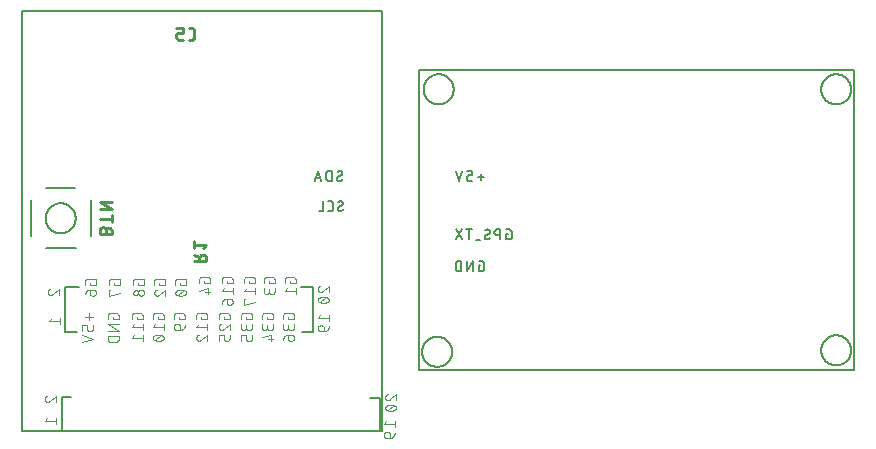
<source format=gbr>
G04 EAGLE Gerber RS-274X export*
G75*
%MOMM*%
%FSLAX34Y34*%
%LPD*%
%INSilkscreen Bottom*%
%IPPOS*%
%AMOC8*
5,1,8,0,0,1.08239X$1,22.5*%
G01*
%ADD10C,0.200000*%
%ADD11C,0.076200*%
%ADD12C,0.177800*%
%ADD13C,0.127000*%
%ADD14C,0.254000*%
%ADD15C,0.203200*%


D10*
X48260Y43180D02*
X40640Y43180D01*
X40640Y13970D01*
X48260Y13970D01*
X300990Y41910D02*
X309880Y41910D01*
X309880Y13970D01*
X300990Y13970D01*
D11*
X27994Y25019D02*
X25941Y22453D01*
X35179Y22453D01*
X35179Y25019D02*
X35179Y19887D01*
X28251Y38936D02*
X28156Y38938D01*
X28060Y38944D01*
X27965Y38954D01*
X27871Y38968D01*
X27777Y38985D01*
X27684Y39007D01*
X27592Y39032D01*
X27501Y39061D01*
X27411Y39094D01*
X27323Y39131D01*
X27236Y39171D01*
X27152Y39214D01*
X27069Y39262D01*
X26988Y39312D01*
X26909Y39366D01*
X26832Y39423D01*
X26758Y39483D01*
X26687Y39546D01*
X26618Y39613D01*
X26552Y39681D01*
X26488Y39753D01*
X26428Y39827D01*
X26371Y39904D01*
X26317Y39983D01*
X26267Y40064D01*
X26219Y40147D01*
X26176Y40231D01*
X26136Y40318D01*
X26099Y40406D01*
X26066Y40496D01*
X26037Y40587D01*
X26012Y40679D01*
X25990Y40772D01*
X25973Y40866D01*
X25959Y40960D01*
X25949Y41055D01*
X25943Y41150D01*
X25941Y41246D01*
X25943Y41352D01*
X25949Y41459D01*
X25958Y41565D01*
X25972Y41671D01*
X25989Y41776D01*
X26010Y41881D01*
X26034Y41984D01*
X26063Y42087D01*
X26095Y42189D01*
X26130Y42289D01*
X26170Y42388D01*
X26213Y42486D01*
X26259Y42582D01*
X26309Y42676D01*
X26362Y42769D01*
X26418Y42859D01*
X26478Y42948D01*
X26540Y43034D01*
X26606Y43118D01*
X26675Y43199D01*
X26746Y43278D01*
X26821Y43355D01*
X26898Y43428D01*
X26978Y43499D01*
X27060Y43567D01*
X27144Y43632D01*
X27231Y43694D01*
X27320Y43752D01*
X27411Y43808D01*
X27504Y43860D01*
X27599Y43909D01*
X27696Y43954D01*
X27794Y43996D01*
X27893Y44034D01*
X27994Y44069D01*
X30047Y39707D02*
X29980Y39639D01*
X29910Y39573D01*
X29837Y39511D01*
X29763Y39451D01*
X29686Y39394D01*
X29607Y39340D01*
X29526Y39290D01*
X29443Y39242D01*
X29358Y39198D01*
X29272Y39157D01*
X29184Y39119D01*
X29095Y39085D01*
X29004Y39054D01*
X28912Y39027D01*
X28820Y39003D01*
X28726Y38983D01*
X28632Y38966D01*
X28537Y38954D01*
X28442Y38944D01*
X28347Y38939D01*
X28251Y38937D01*
X30047Y39707D02*
X35179Y44069D01*
X35179Y38937D01*
X312961Y19913D02*
X315014Y22479D01*
X312961Y19913D02*
X322199Y19913D01*
X322199Y22479D02*
X322199Y17347D01*
X318093Y11426D02*
X318093Y8347D01*
X318093Y11426D02*
X318091Y11516D01*
X318085Y11605D01*
X318075Y11694D01*
X318062Y11782D01*
X318044Y11870D01*
X318023Y11957D01*
X317998Y12043D01*
X317969Y12128D01*
X317937Y12212D01*
X317901Y12294D01*
X317861Y12374D01*
X317818Y12453D01*
X317771Y12529D01*
X317722Y12604D01*
X317669Y12676D01*
X317613Y12746D01*
X317554Y12813D01*
X317492Y12878D01*
X317427Y12940D01*
X317360Y12999D01*
X317290Y13055D01*
X317218Y13108D01*
X317143Y13157D01*
X317067Y13204D01*
X316988Y13247D01*
X316908Y13287D01*
X316826Y13323D01*
X316742Y13355D01*
X316657Y13384D01*
X316571Y13409D01*
X316484Y13430D01*
X316396Y13448D01*
X316308Y13461D01*
X316219Y13471D01*
X316130Y13477D01*
X316040Y13479D01*
X315527Y13479D01*
X315428Y13477D01*
X315328Y13471D01*
X315229Y13462D01*
X315131Y13448D01*
X315033Y13431D01*
X314935Y13410D01*
X314839Y13385D01*
X314744Y13356D01*
X314649Y13324D01*
X314557Y13288D01*
X314465Y13249D01*
X314375Y13206D01*
X314287Y13160D01*
X314201Y13110D01*
X314117Y13057D01*
X314035Y13001D01*
X313955Y12941D01*
X313878Y12879D01*
X313803Y12813D01*
X313730Y12745D01*
X313661Y12674D01*
X313594Y12600D01*
X313530Y12524D01*
X313469Y12445D01*
X313411Y12364D01*
X313356Y12281D01*
X313305Y12196D01*
X313257Y12109D01*
X313212Y12020D01*
X313171Y11929D01*
X313133Y11837D01*
X313099Y11744D01*
X313069Y11649D01*
X313042Y11553D01*
X313019Y11456D01*
X313000Y11359D01*
X312985Y11260D01*
X312973Y11161D01*
X312965Y11062D01*
X312961Y10963D01*
X312961Y10863D01*
X312965Y10764D01*
X312973Y10665D01*
X312985Y10566D01*
X313000Y10467D01*
X313019Y10370D01*
X313042Y10273D01*
X313069Y10177D01*
X313099Y10082D01*
X313133Y9989D01*
X313171Y9897D01*
X313212Y9806D01*
X313257Y9717D01*
X313305Y9630D01*
X313356Y9545D01*
X313411Y9462D01*
X313469Y9381D01*
X313530Y9302D01*
X313594Y9226D01*
X313661Y9152D01*
X313730Y9081D01*
X313803Y9013D01*
X313878Y8947D01*
X313955Y8885D01*
X314035Y8825D01*
X314117Y8769D01*
X314201Y8716D01*
X314287Y8666D01*
X314375Y8620D01*
X314465Y8577D01*
X314557Y8538D01*
X314649Y8502D01*
X314744Y8470D01*
X314839Y8441D01*
X314935Y8416D01*
X315033Y8395D01*
X315131Y8378D01*
X315229Y8364D01*
X315328Y8355D01*
X315428Y8349D01*
X315527Y8347D01*
X318093Y8347D01*
X318219Y8349D01*
X318346Y8355D01*
X318472Y8365D01*
X318598Y8378D01*
X318723Y8396D01*
X318847Y8417D01*
X318971Y8442D01*
X319095Y8471D01*
X319217Y8504D01*
X319338Y8540D01*
X319458Y8580D01*
X319576Y8624D01*
X319693Y8672D01*
X319809Y8723D01*
X319923Y8777D01*
X320036Y8836D01*
X320146Y8897D01*
X320255Y8962D01*
X320361Y9030D01*
X320465Y9102D01*
X320567Y9176D01*
X320667Y9254D01*
X320764Y9335D01*
X320859Y9419D01*
X320951Y9505D01*
X321041Y9595D01*
X321127Y9687D01*
X321211Y9782D01*
X321292Y9879D01*
X321370Y9979D01*
X321444Y10081D01*
X321516Y10185D01*
X321584Y10291D01*
X321649Y10400D01*
X321710Y10510D01*
X321769Y10623D01*
X321823Y10737D01*
X321874Y10853D01*
X321922Y10970D01*
X321966Y11088D01*
X322006Y11208D01*
X322042Y11329D01*
X322075Y11452D01*
X322104Y11575D01*
X322129Y11699D01*
X322150Y11823D01*
X322168Y11948D01*
X322181Y12074D01*
X322191Y12200D01*
X322197Y12327D01*
X322199Y12453D01*
X316541Y40206D02*
X316446Y40208D01*
X316350Y40214D01*
X316255Y40224D01*
X316161Y40238D01*
X316067Y40255D01*
X315974Y40277D01*
X315882Y40302D01*
X315791Y40331D01*
X315701Y40364D01*
X315613Y40401D01*
X315526Y40441D01*
X315442Y40484D01*
X315359Y40532D01*
X315278Y40582D01*
X315199Y40636D01*
X315122Y40693D01*
X315048Y40753D01*
X314977Y40816D01*
X314908Y40883D01*
X314842Y40951D01*
X314778Y41023D01*
X314718Y41097D01*
X314661Y41174D01*
X314607Y41253D01*
X314557Y41334D01*
X314509Y41417D01*
X314466Y41501D01*
X314426Y41588D01*
X314389Y41676D01*
X314356Y41766D01*
X314327Y41857D01*
X314302Y41949D01*
X314280Y42042D01*
X314263Y42136D01*
X314249Y42230D01*
X314239Y42325D01*
X314233Y42420D01*
X314231Y42516D01*
X314233Y42622D01*
X314239Y42729D01*
X314248Y42835D01*
X314262Y42941D01*
X314279Y43046D01*
X314300Y43151D01*
X314324Y43254D01*
X314353Y43357D01*
X314385Y43459D01*
X314420Y43559D01*
X314460Y43658D01*
X314503Y43756D01*
X314549Y43852D01*
X314599Y43946D01*
X314652Y44039D01*
X314708Y44129D01*
X314768Y44218D01*
X314830Y44304D01*
X314896Y44388D01*
X314965Y44469D01*
X315036Y44548D01*
X315111Y44625D01*
X315188Y44698D01*
X315268Y44769D01*
X315350Y44837D01*
X315434Y44902D01*
X315521Y44964D01*
X315610Y45022D01*
X315701Y45078D01*
X315794Y45130D01*
X315889Y45179D01*
X315986Y45224D01*
X316084Y45266D01*
X316183Y45304D01*
X316284Y45339D01*
X318337Y40977D02*
X318270Y40909D01*
X318200Y40843D01*
X318127Y40781D01*
X318053Y40721D01*
X317976Y40664D01*
X317897Y40610D01*
X317816Y40560D01*
X317733Y40512D01*
X317648Y40468D01*
X317562Y40427D01*
X317474Y40389D01*
X317385Y40355D01*
X317294Y40324D01*
X317202Y40297D01*
X317110Y40273D01*
X317016Y40253D01*
X316922Y40236D01*
X316827Y40224D01*
X316732Y40214D01*
X316637Y40209D01*
X316541Y40207D01*
X318337Y40977D02*
X323469Y45339D01*
X323469Y40207D01*
X318850Y36339D02*
X318668Y36337D01*
X318487Y36330D01*
X318305Y36319D01*
X318124Y36304D01*
X317943Y36285D01*
X317763Y36261D01*
X317584Y36233D01*
X317405Y36201D01*
X317227Y36164D01*
X317050Y36123D01*
X316874Y36078D01*
X316699Y36029D01*
X316525Y35975D01*
X316353Y35918D01*
X316182Y35856D01*
X316012Y35790D01*
X315844Y35721D01*
X315678Y35647D01*
X315514Y35569D01*
X315435Y35540D01*
X315358Y35508D01*
X315282Y35472D01*
X315207Y35433D01*
X315134Y35390D01*
X315064Y35344D01*
X314995Y35296D01*
X314929Y35244D01*
X314865Y35189D01*
X314804Y35132D01*
X314745Y35072D01*
X314688Y35009D01*
X314635Y34944D01*
X314585Y34877D01*
X314537Y34807D01*
X314493Y34736D01*
X314452Y34662D01*
X314414Y34587D01*
X314380Y34510D01*
X314349Y34432D01*
X314322Y34353D01*
X314298Y34272D01*
X314277Y34190D01*
X314261Y34108D01*
X314248Y34025D01*
X314238Y33941D01*
X314233Y33857D01*
X314231Y33773D01*
X314233Y33689D01*
X314238Y33605D01*
X314248Y33521D01*
X314261Y33438D01*
X314277Y33356D01*
X314298Y33274D01*
X314322Y33193D01*
X314349Y33114D01*
X314380Y33036D01*
X314414Y32959D01*
X314452Y32884D01*
X314493Y32810D01*
X314537Y32739D01*
X314585Y32669D01*
X314635Y32602D01*
X314688Y32537D01*
X314745Y32474D01*
X314803Y32414D01*
X314865Y32357D01*
X314929Y32302D01*
X314995Y32250D01*
X315064Y32202D01*
X315134Y32156D01*
X315207Y32113D01*
X315281Y32074D01*
X315358Y32038D01*
X315435Y32006D01*
X315514Y31977D01*
X315514Y31976D02*
X315678Y31898D01*
X315844Y31824D01*
X316012Y31755D01*
X316182Y31689D01*
X316353Y31627D01*
X316525Y31570D01*
X316699Y31516D01*
X316874Y31467D01*
X317050Y31422D01*
X317227Y31381D01*
X317405Y31344D01*
X317584Y31312D01*
X317763Y31284D01*
X317943Y31260D01*
X318124Y31241D01*
X318305Y31226D01*
X318487Y31215D01*
X318668Y31208D01*
X318850Y31206D01*
X318850Y36339D02*
X319032Y36337D01*
X319213Y36330D01*
X319395Y36319D01*
X319576Y36304D01*
X319757Y36285D01*
X319937Y36261D01*
X320116Y36233D01*
X320295Y36201D01*
X320473Y36164D01*
X320650Y36123D01*
X320826Y36078D01*
X321001Y36029D01*
X321175Y35975D01*
X321347Y35918D01*
X321518Y35856D01*
X321688Y35790D01*
X321856Y35721D01*
X322022Y35647D01*
X322186Y35569D01*
X322265Y35540D01*
X322342Y35508D01*
X322419Y35472D01*
X322493Y35433D01*
X322566Y35390D01*
X322636Y35344D01*
X322705Y35296D01*
X322771Y35244D01*
X322835Y35189D01*
X322897Y35132D01*
X322955Y35072D01*
X323012Y35009D01*
X323065Y34944D01*
X323115Y34877D01*
X323163Y34807D01*
X323207Y34736D01*
X323248Y34662D01*
X323286Y34587D01*
X323320Y34510D01*
X323351Y34432D01*
X323378Y34353D01*
X323402Y34272D01*
X323423Y34190D01*
X323439Y34108D01*
X323452Y34025D01*
X323462Y33941D01*
X323467Y33857D01*
X323469Y33773D01*
X322186Y31977D02*
X322022Y31899D01*
X321856Y31825D01*
X321688Y31756D01*
X321518Y31690D01*
X321347Y31628D01*
X321175Y31571D01*
X321001Y31517D01*
X320826Y31468D01*
X320650Y31423D01*
X320473Y31382D01*
X320295Y31345D01*
X320116Y31313D01*
X319937Y31285D01*
X319757Y31261D01*
X319576Y31242D01*
X319395Y31227D01*
X319213Y31216D01*
X319032Y31209D01*
X318850Y31207D01*
X322186Y31977D02*
X322265Y32006D01*
X322342Y32038D01*
X322419Y32074D01*
X322493Y32113D01*
X322566Y32156D01*
X322636Y32202D01*
X322705Y32250D01*
X322771Y32302D01*
X322835Y32357D01*
X322897Y32414D01*
X322955Y32474D01*
X323012Y32537D01*
X323065Y32602D01*
X323115Y32669D01*
X323163Y32739D01*
X323207Y32810D01*
X323248Y32884D01*
X323286Y32959D01*
X323320Y33036D01*
X323351Y33114D01*
X323378Y33193D01*
X323402Y33274D01*
X323423Y33356D01*
X323439Y33438D01*
X323452Y33521D01*
X323462Y33605D01*
X323467Y33689D01*
X323469Y33773D01*
X321416Y35826D02*
X316284Y31720D01*
X231977Y108787D02*
X231977Y110326D01*
X231977Y108787D02*
X237109Y108787D01*
X237109Y111866D01*
X237107Y111956D01*
X237101Y112045D01*
X237091Y112134D01*
X237078Y112222D01*
X237060Y112310D01*
X237039Y112397D01*
X237014Y112483D01*
X236985Y112568D01*
X236953Y112652D01*
X236917Y112734D01*
X236877Y112814D01*
X236834Y112893D01*
X236787Y112969D01*
X236738Y113044D01*
X236685Y113116D01*
X236629Y113186D01*
X236570Y113253D01*
X236508Y113318D01*
X236443Y113380D01*
X236376Y113439D01*
X236306Y113495D01*
X236234Y113548D01*
X236159Y113597D01*
X236083Y113644D01*
X236004Y113687D01*
X235924Y113727D01*
X235842Y113763D01*
X235758Y113795D01*
X235673Y113824D01*
X235587Y113849D01*
X235500Y113870D01*
X235412Y113888D01*
X235324Y113901D01*
X235235Y113911D01*
X235146Y113917D01*
X235056Y113919D01*
X229924Y113919D01*
X229834Y113917D01*
X229745Y113911D01*
X229656Y113901D01*
X229568Y113888D01*
X229480Y113870D01*
X229393Y113849D01*
X229307Y113824D01*
X229222Y113795D01*
X229138Y113763D01*
X229056Y113727D01*
X228976Y113687D01*
X228898Y113644D01*
X228821Y113597D01*
X228746Y113548D01*
X228674Y113495D01*
X228604Y113439D01*
X228537Y113380D01*
X228472Y113318D01*
X228410Y113253D01*
X228351Y113186D01*
X228295Y113116D01*
X228242Y113044D01*
X228193Y112969D01*
X228146Y112893D01*
X228103Y112814D01*
X228063Y112734D01*
X228027Y112652D01*
X227995Y112568D01*
X227966Y112483D01*
X227941Y112397D01*
X227920Y112310D01*
X227902Y112223D01*
X227889Y112134D01*
X227879Y112045D01*
X227873Y111956D01*
X227871Y111866D01*
X227871Y108787D01*
X237109Y104619D02*
X237109Y102053D01*
X237107Y101954D01*
X237101Y101854D01*
X237092Y101755D01*
X237078Y101657D01*
X237061Y101559D01*
X237040Y101461D01*
X237015Y101365D01*
X236986Y101270D01*
X236954Y101175D01*
X236918Y101083D01*
X236879Y100991D01*
X236836Y100901D01*
X236790Y100813D01*
X236740Y100727D01*
X236687Y100643D01*
X236631Y100561D01*
X236571Y100481D01*
X236509Y100404D01*
X236443Y100329D01*
X236375Y100256D01*
X236304Y100187D01*
X236230Y100120D01*
X236154Y100056D01*
X236075Y99995D01*
X235994Y99937D01*
X235911Y99882D01*
X235826Y99831D01*
X235739Y99783D01*
X235650Y99738D01*
X235559Y99697D01*
X235467Y99659D01*
X235374Y99625D01*
X235279Y99595D01*
X235183Y99568D01*
X235086Y99545D01*
X234989Y99526D01*
X234890Y99511D01*
X234791Y99499D01*
X234692Y99491D01*
X234593Y99487D01*
X234493Y99487D01*
X234394Y99491D01*
X234295Y99499D01*
X234196Y99511D01*
X234097Y99526D01*
X234000Y99545D01*
X233903Y99568D01*
X233807Y99595D01*
X233712Y99625D01*
X233619Y99659D01*
X233527Y99697D01*
X233436Y99738D01*
X233347Y99783D01*
X233260Y99831D01*
X233175Y99882D01*
X233092Y99937D01*
X233011Y99995D01*
X232932Y100056D01*
X232856Y100120D01*
X232782Y100187D01*
X232711Y100256D01*
X232643Y100329D01*
X232577Y100404D01*
X232515Y100481D01*
X232455Y100561D01*
X232399Y100643D01*
X232346Y100727D01*
X232296Y100813D01*
X232250Y100901D01*
X232207Y100991D01*
X232168Y101083D01*
X232132Y101175D01*
X232100Y101270D01*
X232071Y101365D01*
X232046Y101461D01*
X232025Y101559D01*
X232008Y101657D01*
X231994Y101755D01*
X231985Y101854D01*
X231979Y101954D01*
X231977Y102053D01*
X227871Y101540D02*
X227871Y104619D01*
X227871Y101540D02*
X227873Y101450D01*
X227879Y101361D01*
X227889Y101272D01*
X227902Y101184D01*
X227920Y101096D01*
X227941Y101009D01*
X227966Y100923D01*
X227995Y100838D01*
X228027Y100754D01*
X228063Y100672D01*
X228103Y100592D01*
X228146Y100514D01*
X228193Y100437D01*
X228242Y100362D01*
X228295Y100290D01*
X228351Y100220D01*
X228410Y100153D01*
X228472Y100088D01*
X228537Y100026D01*
X228604Y99967D01*
X228674Y99911D01*
X228746Y99858D01*
X228821Y99809D01*
X228898Y99762D01*
X228976Y99719D01*
X229056Y99679D01*
X229138Y99643D01*
X229222Y99611D01*
X229307Y99582D01*
X229393Y99557D01*
X229480Y99536D01*
X229568Y99518D01*
X229656Y99505D01*
X229745Y99495D01*
X229834Y99489D01*
X229924Y99487D01*
X230014Y99489D01*
X230103Y99495D01*
X230192Y99505D01*
X230280Y99518D01*
X230368Y99536D01*
X230455Y99557D01*
X230541Y99582D01*
X230626Y99611D01*
X230710Y99643D01*
X230792Y99679D01*
X230872Y99719D01*
X230951Y99762D01*
X231027Y99809D01*
X231102Y99858D01*
X231174Y99911D01*
X231244Y99967D01*
X231311Y100026D01*
X231376Y100088D01*
X231438Y100153D01*
X231497Y100220D01*
X231553Y100290D01*
X231606Y100362D01*
X231655Y100437D01*
X231702Y100514D01*
X231745Y100592D01*
X231785Y100672D01*
X231821Y100754D01*
X231853Y100838D01*
X231882Y100923D01*
X231907Y101009D01*
X231928Y101096D01*
X231946Y101184D01*
X231959Y101272D01*
X231969Y101361D01*
X231975Y101450D01*
X231977Y101540D01*
X231977Y103593D01*
X231977Y95619D02*
X231977Y92540D01*
X231979Y92450D01*
X231985Y92361D01*
X231995Y92272D01*
X232008Y92184D01*
X232026Y92096D01*
X232047Y92009D01*
X232072Y91923D01*
X232101Y91838D01*
X232133Y91754D01*
X232169Y91672D01*
X232209Y91592D01*
X232252Y91514D01*
X232299Y91437D01*
X232348Y91362D01*
X232401Y91290D01*
X232457Y91220D01*
X232516Y91153D01*
X232578Y91088D01*
X232643Y91026D01*
X232710Y90967D01*
X232780Y90911D01*
X232852Y90858D01*
X232927Y90809D01*
X233004Y90762D01*
X233082Y90719D01*
X233162Y90679D01*
X233244Y90643D01*
X233328Y90611D01*
X233413Y90582D01*
X233499Y90557D01*
X233586Y90536D01*
X233674Y90518D01*
X233762Y90505D01*
X233851Y90495D01*
X233940Y90489D01*
X234030Y90487D01*
X234543Y90487D01*
X234642Y90489D01*
X234742Y90495D01*
X234841Y90504D01*
X234939Y90518D01*
X235037Y90535D01*
X235135Y90556D01*
X235231Y90581D01*
X235326Y90610D01*
X235421Y90642D01*
X235513Y90678D01*
X235605Y90717D01*
X235695Y90760D01*
X235783Y90806D01*
X235869Y90856D01*
X235953Y90909D01*
X236035Y90965D01*
X236115Y91025D01*
X236192Y91087D01*
X236267Y91153D01*
X236340Y91221D01*
X236409Y91292D01*
X236476Y91366D01*
X236540Y91442D01*
X236601Y91521D01*
X236659Y91602D01*
X236714Y91685D01*
X236765Y91770D01*
X236813Y91857D01*
X236858Y91946D01*
X236899Y92037D01*
X236937Y92129D01*
X236971Y92222D01*
X237001Y92317D01*
X237028Y92413D01*
X237051Y92510D01*
X237070Y92607D01*
X237085Y92706D01*
X237097Y92805D01*
X237105Y92904D01*
X237109Y93003D01*
X237109Y93103D01*
X237105Y93202D01*
X237097Y93301D01*
X237085Y93400D01*
X237070Y93499D01*
X237051Y93596D01*
X237028Y93693D01*
X237001Y93789D01*
X236971Y93884D01*
X236937Y93977D01*
X236899Y94069D01*
X236858Y94160D01*
X236813Y94249D01*
X236765Y94336D01*
X236714Y94421D01*
X236659Y94504D01*
X236601Y94585D01*
X236540Y94664D01*
X236476Y94740D01*
X236409Y94814D01*
X236340Y94885D01*
X236267Y94953D01*
X236192Y95019D01*
X236115Y95081D01*
X236035Y95141D01*
X235953Y95197D01*
X235869Y95250D01*
X235783Y95300D01*
X235695Y95346D01*
X235605Y95389D01*
X235513Y95428D01*
X235421Y95464D01*
X235326Y95496D01*
X235231Y95525D01*
X235135Y95550D01*
X235037Y95571D01*
X234939Y95588D01*
X234841Y95602D01*
X234742Y95611D01*
X234642Y95617D01*
X234543Y95619D01*
X231977Y95619D01*
X231851Y95617D01*
X231724Y95611D01*
X231598Y95601D01*
X231472Y95588D01*
X231347Y95570D01*
X231223Y95549D01*
X231099Y95524D01*
X230975Y95495D01*
X230853Y95462D01*
X230732Y95426D01*
X230612Y95386D01*
X230494Y95342D01*
X230377Y95294D01*
X230261Y95243D01*
X230147Y95189D01*
X230034Y95130D01*
X229924Y95069D01*
X229815Y95004D01*
X229709Y94936D01*
X229605Y94864D01*
X229503Y94790D01*
X229403Y94712D01*
X229306Y94631D01*
X229211Y94547D01*
X229119Y94461D01*
X229029Y94371D01*
X228943Y94279D01*
X228859Y94184D01*
X228778Y94087D01*
X228700Y93987D01*
X228626Y93885D01*
X228554Y93781D01*
X228486Y93675D01*
X228421Y93566D01*
X228360Y93456D01*
X228301Y93343D01*
X228247Y93229D01*
X228196Y93114D01*
X228148Y92996D01*
X228104Y92878D01*
X228064Y92758D01*
X228028Y92637D01*
X227995Y92515D01*
X227966Y92391D01*
X227941Y92268D01*
X227920Y92143D01*
X227902Y92018D01*
X227889Y91892D01*
X227879Y91766D01*
X227873Y91640D01*
X227871Y91513D01*
X233247Y139267D02*
X233247Y140806D01*
X233247Y139267D02*
X238379Y139267D01*
X238379Y142346D01*
X238377Y142436D01*
X238371Y142525D01*
X238361Y142614D01*
X238348Y142702D01*
X238330Y142790D01*
X238309Y142877D01*
X238284Y142963D01*
X238255Y143048D01*
X238223Y143132D01*
X238187Y143214D01*
X238147Y143294D01*
X238104Y143373D01*
X238057Y143449D01*
X238008Y143524D01*
X237955Y143596D01*
X237899Y143666D01*
X237840Y143733D01*
X237778Y143798D01*
X237713Y143860D01*
X237646Y143919D01*
X237576Y143975D01*
X237504Y144028D01*
X237429Y144077D01*
X237353Y144124D01*
X237274Y144167D01*
X237194Y144207D01*
X237112Y144243D01*
X237028Y144275D01*
X236943Y144304D01*
X236857Y144329D01*
X236770Y144350D01*
X236682Y144368D01*
X236594Y144381D01*
X236505Y144391D01*
X236416Y144397D01*
X236326Y144399D01*
X231194Y144399D01*
X231104Y144397D01*
X231015Y144391D01*
X230926Y144381D01*
X230838Y144368D01*
X230750Y144350D01*
X230663Y144329D01*
X230577Y144304D01*
X230492Y144275D01*
X230408Y144243D01*
X230326Y144207D01*
X230246Y144167D01*
X230168Y144124D01*
X230091Y144077D01*
X230016Y144028D01*
X229944Y143975D01*
X229874Y143919D01*
X229807Y143860D01*
X229742Y143798D01*
X229680Y143733D01*
X229621Y143666D01*
X229565Y143596D01*
X229512Y143524D01*
X229463Y143449D01*
X229416Y143373D01*
X229373Y143294D01*
X229333Y143214D01*
X229297Y143132D01*
X229265Y143048D01*
X229236Y142963D01*
X229211Y142877D01*
X229190Y142790D01*
X229172Y142703D01*
X229159Y142614D01*
X229149Y142525D01*
X229143Y142436D01*
X229141Y142346D01*
X229141Y139267D01*
X231194Y135099D02*
X229141Y132533D01*
X238379Y132533D01*
X238379Y135099D02*
X238379Y129967D01*
X214197Y110326D02*
X214197Y108787D01*
X219329Y108787D01*
X219329Y111866D01*
X219327Y111956D01*
X219321Y112045D01*
X219311Y112134D01*
X219298Y112222D01*
X219280Y112310D01*
X219259Y112397D01*
X219234Y112483D01*
X219205Y112568D01*
X219173Y112652D01*
X219137Y112734D01*
X219097Y112814D01*
X219054Y112893D01*
X219007Y112969D01*
X218958Y113044D01*
X218905Y113116D01*
X218849Y113186D01*
X218790Y113253D01*
X218728Y113318D01*
X218663Y113380D01*
X218596Y113439D01*
X218526Y113495D01*
X218454Y113548D01*
X218379Y113597D01*
X218303Y113644D01*
X218224Y113687D01*
X218144Y113727D01*
X218062Y113763D01*
X217978Y113795D01*
X217893Y113824D01*
X217807Y113849D01*
X217720Y113870D01*
X217632Y113888D01*
X217544Y113901D01*
X217455Y113911D01*
X217366Y113917D01*
X217276Y113919D01*
X212144Y113919D01*
X212054Y113917D01*
X211965Y113911D01*
X211876Y113901D01*
X211788Y113888D01*
X211700Y113870D01*
X211613Y113849D01*
X211527Y113824D01*
X211442Y113795D01*
X211358Y113763D01*
X211276Y113727D01*
X211196Y113687D01*
X211118Y113644D01*
X211041Y113597D01*
X210966Y113548D01*
X210894Y113495D01*
X210824Y113439D01*
X210757Y113380D01*
X210692Y113318D01*
X210630Y113253D01*
X210571Y113186D01*
X210515Y113116D01*
X210462Y113044D01*
X210413Y112969D01*
X210366Y112893D01*
X210323Y112814D01*
X210283Y112734D01*
X210247Y112652D01*
X210215Y112568D01*
X210186Y112483D01*
X210161Y112397D01*
X210140Y112310D01*
X210122Y112223D01*
X210109Y112134D01*
X210099Y112045D01*
X210093Y111956D01*
X210091Y111866D01*
X210091Y108787D01*
X219329Y104619D02*
X219329Y102053D01*
X219327Y101954D01*
X219321Y101854D01*
X219312Y101755D01*
X219298Y101657D01*
X219281Y101559D01*
X219260Y101461D01*
X219235Y101365D01*
X219206Y101270D01*
X219174Y101175D01*
X219138Y101083D01*
X219099Y100991D01*
X219056Y100901D01*
X219010Y100813D01*
X218960Y100727D01*
X218907Y100643D01*
X218851Y100561D01*
X218791Y100481D01*
X218729Y100404D01*
X218663Y100329D01*
X218595Y100256D01*
X218524Y100187D01*
X218450Y100120D01*
X218374Y100056D01*
X218295Y99995D01*
X218214Y99937D01*
X218131Y99882D01*
X218046Y99831D01*
X217959Y99783D01*
X217870Y99738D01*
X217779Y99697D01*
X217687Y99659D01*
X217594Y99625D01*
X217499Y99595D01*
X217403Y99568D01*
X217306Y99545D01*
X217209Y99526D01*
X217110Y99511D01*
X217011Y99499D01*
X216912Y99491D01*
X216813Y99487D01*
X216713Y99487D01*
X216614Y99491D01*
X216515Y99499D01*
X216416Y99511D01*
X216317Y99526D01*
X216220Y99545D01*
X216123Y99568D01*
X216027Y99595D01*
X215932Y99625D01*
X215839Y99659D01*
X215747Y99697D01*
X215656Y99738D01*
X215567Y99783D01*
X215480Y99831D01*
X215395Y99882D01*
X215312Y99937D01*
X215231Y99995D01*
X215152Y100056D01*
X215076Y100120D01*
X215002Y100187D01*
X214931Y100256D01*
X214863Y100329D01*
X214797Y100404D01*
X214735Y100481D01*
X214675Y100561D01*
X214619Y100643D01*
X214566Y100727D01*
X214516Y100813D01*
X214470Y100901D01*
X214427Y100991D01*
X214388Y101083D01*
X214352Y101175D01*
X214320Y101270D01*
X214291Y101365D01*
X214266Y101461D01*
X214245Y101559D01*
X214228Y101657D01*
X214214Y101755D01*
X214205Y101854D01*
X214199Y101954D01*
X214197Y102053D01*
X210091Y101540D02*
X210091Y104619D01*
X210091Y101540D02*
X210093Y101450D01*
X210099Y101361D01*
X210109Y101272D01*
X210122Y101184D01*
X210140Y101096D01*
X210161Y101009D01*
X210186Y100923D01*
X210215Y100838D01*
X210247Y100754D01*
X210283Y100672D01*
X210323Y100592D01*
X210366Y100514D01*
X210413Y100437D01*
X210462Y100362D01*
X210515Y100290D01*
X210571Y100220D01*
X210630Y100153D01*
X210692Y100088D01*
X210757Y100026D01*
X210824Y99967D01*
X210894Y99911D01*
X210966Y99858D01*
X211041Y99809D01*
X211118Y99762D01*
X211196Y99719D01*
X211276Y99679D01*
X211358Y99643D01*
X211442Y99611D01*
X211527Y99582D01*
X211613Y99557D01*
X211700Y99536D01*
X211788Y99518D01*
X211876Y99505D01*
X211965Y99495D01*
X212054Y99489D01*
X212144Y99487D01*
X212234Y99489D01*
X212323Y99495D01*
X212412Y99505D01*
X212500Y99518D01*
X212588Y99536D01*
X212675Y99557D01*
X212761Y99582D01*
X212846Y99611D01*
X212930Y99643D01*
X213012Y99679D01*
X213092Y99719D01*
X213171Y99762D01*
X213247Y99809D01*
X213322Y99858D01*
X213394Y99911D01*
X213464Y99967D01*
X213531Y100026D01*
X213596Y100088D01*
X213658Y100153D01*
X213717Y100220D01*
X213773Y100290D01*
X213826Y100362D01*
X213875Y100437D01*
X213922Y100514D01*
X213965Y100592D01*
X214005Y100672D01*
X214041Y100754D01*
X214073Y100838D01*
X214102Y100923D01*
X214127Y101009D01*
X214148Y101096D01*
X214166Y101184D01*
X214179Y101272D01*
X214189Y101361D01*
X214195Y101450D01*
X214197Y101540D01*
X214197Y103593D01*
X217276Y95619D02*
X210091Y93566D01*
X217276Y95619D02*
X217276Y90487D01*
X215223Y92027D02*
X219329Y92027D01*
X196417Y108787D02*
X196417Y110326D01*
X196417Y108787D02*
X201549Y108787D01*
X201549Y111866D01*
X201547Y111956D01*
X201541Y112045D01*
X201531Y112134D01*
X201518Y112222D01*
X201500Y112310D01*
X201479Y112397D01*
X201454Y112483D01*
X201425Y112568D01*
X201393Y112652D01*
X201357Y112734D01*
X201317Y112814D01*
X201274Y112893D01*
X201227Y112969D01*
X201178Y113044D01*
X201125Y113116D01*
X201069Y113186D01*
X201010Y113253D01*
X200948Y113318D01*
X200883Y113380D01*
X200816Y113439D01*
X200746Y113495D01*
X200674Y113548D01*
X200599Y113597D01*
X200523Y113644D01*
X200444Y113687D01*
X200364Y113727D01*
X200282Y113763D01*
X200198Y113795D01*
X200113Y113824D01*
X200027Y113849D01*
X199940Y113870D01*
X199852Y113888D01*
X199764Y113901D01*
X199675Y113911D01*
X199586Y113917D01*
X199496Y113919D01*
X194364Y113919D01*
X194274Y113917D01*
X194185Y113911D01*
X194096Y113901D01*
X194008Y113888D01*
X193920Y113870D01*
X193833Y113849D01*
X193747Y113824D01*
X193662Y113795D01*
X193578Y113763D01*
X193496Y113727D01*
X193416Y113687D01*
X193338Y113644D01*
X193261Y113597D01*
X193186Y113548D01*
X193114Y113495D01*
X193044Y113439D01*
X192977Y113380D01*
X192912Y113318D01*
X192850Y113253D01*
X192791Y113186D01*
X192735Y113116D01*
X192682Y113044D01*
X192633Y112969D01*
X192586Y112893D01*
X192543Y112814D01*
X192503Y112734D01*
X192467Y112652D01*
X192435Y112568D01*
X192406Y112483D01*
X192381Y112397D01*
X192360Y112310D01*
X192342Y112223D01*
X192329Y112134D01*
X192319Y112045D01*
X192313Y111956D01*
X192311Y111866D01*
X192311Y108787D01*
X201549Y104619D02*
X201549Y102053D01*
X201547Y101954D01*
X201541Y101854D01*
X201532Y101755D01*
X201518Y101657D01*
X201501Y101559D01*
X201480Y101461D01*
X201455Y101365D01*
X201426Y101270D01*
X201394Y101175D01*
X201358Y101083D01*
X201319Y100991D01*
X201276Y100901D01*
X201230Y100813D01*
X201180Y100727D01*
X201127Y100643D01*
X201071Y100561D01*
X201011Y100481D01*
X200949Y100404D01*
X200883Y100329D01*
X200815Y100256D01*
X200744Y100187D01*
X200670Y100120D01*
X200594Y100056D01*
X200515Y99995D01*
X200434Y99937D01*
X200351Y99882D01*
X200266Y99831D01*
X200179Y99783D01*
X200090Y99738D01*
X199999Y99697D01*
X199907Y99659D01*
X199814Y99625D01*
X199719Y99595D01*
X199623Y99568D01*
X199526Y99545D01*
X199429Y99526D01*
X199330Y99511D01*
X199231Y99499D01*
X199132Y99491D01*
X199033Y99487D01*
X198933Y99487D01*
X198834Y99491D01*
X198735Y99499D01*
X198636Y99511D01*
X198537Y99526D01*
X198440Y99545D01*
X198343Y99568D01*
X198247Y99595D01*
X198152Y99625D01*
X198059Y99659D01*
X197967Y99697D01*
X197876Y99738D01*
X197787Y99783D01*
X197700Y99831D01*
X197615Y99882D01*
X197532Y99937D01*
X197451Y99995D01*
X197372Y100056D01*
X197296Y100120D01*
X197222Y100187D01*
X197151Y100256D01*
X197083Y100329D01*
X197017Y100404D01*
X196955Y100481D01*
X196895Y100561D01*
X196839Y100643D01*
X196786Y100727D01*
X196736Y100813D01*
X196690Y100901D01*
X196647Y100991D01*
X196608Y101083D01*
X196572Y101175D01*
X196540Y101270D01*
X196511Y101365D01*
X196486Y101461D01*
X196465Y101559D01*
X196448Y101657D01*
X196434Y101755D01*
X196425Y101854D01*
X196419Y101954D01*
X196417Y102053D01*
X192311Y101540D02*
X192311Y104619D01*
X192311Y101540D02*
X192313Y101450D01*
X192319Y101361D01*
X192329Y101272D01*
X192342Y101184D01*
X192360Y101096D01*
X192381Y101009D01*
X192406Y100923D01*
X192435Y100838D01*
X192467Y100754D01*
X192503Y100672D01*
X192543Y100592D01*
X192586Y100514D01*
X192633Y100437D01*
X192682Y100362D01*
X192735Y100290D01*
X192791Y100220D01*
X192850Y100153D01*
X192912Y100088D01*
X192977Y100026D01*
X193044Y99967D01*
X193114Y99911D01*
X193186Y99858D01*
X193261Y99809D01*
X193338Y99762D01*
X193416Y99719D01*
X193496Y99679D01*
X193578Y99643D01*
X193662Y99611D01*
X193747Y99582D01*
X193833Y99557D01*
X193920Y99536D01*
X194008Y99518D01*
X194096Y99505D01*
X194185Y99495D01*
X194274Y99489D01*
X194364Y99487D01*
X194454Y99489D01*
X194543Y99495D01*
X194632Y99505D01*
X194720Y99518D01*
X194808Y99536D01*
X194895Y99557D01*
X194981Y99582D01*
X195066Y99611D01*
X195150Y99643D01*
X195232Y99679D01*
X195312Y99719D01*
X195391Y99762D01*
X195467Y99809D01*
X195542Y99858D01*
X195614Y99911D01*
X195684Y99967D01*
X195751Y100026D01*
X195816Y100088D01*
X195878Y100153D01*
X195937Y100220D01*
X195993Y100290D01*
X196046Y100362D01*
X196095Y100437D01*
X196142Y100514D01*
X196185Y100592D01*
X196225Y100672D01*
X196261Y100754D01*
X196293Y100838D01*
X196322Y100923D01*
X196347Y101009D01*
X196368Y101096D01*
X196386Y101184D01*
X196399Y101272D01*
X196409Y101361D01*
X196415Y101450D01*
X196417Y101540D01*
X196417Y103593D01*
X201549Y95619D02*
X201549Y92540D01*
X201547Y92450D01*
X201541Y92361D01*
X201531Y92272D01*
X201518Y92184D01*
X201500Y92096D01*
X201479Y92009D01*
X201454Y91923D01*
X201425Y91838D01*
X201393Y91754D01*
X201357Y91672D01*
X201317Y91592D01*
X201274Y91514D01*
X201227Y91437D01*
X201178Y91362D01*
X201125Y91290D01*
X201069Y91220D01*
X201010Y91153D01*
X200948Y91088D01*
X200883Y91026D01*
X200816Y90967D01*
X200746Y90911D01*
X200674Y90858D01*
X200599Y90809D01*
X200523Y90762D01*
X200444Y90719D01*
X200364Y90679D01*
X200282Y90643D01*
X200198Y90611D01*
X200113Y90582D01*
X200027Y90557D01*
X199940Y90536D01*
X199853Y90518D01*
X199764Y90505D01*
X199675Y90495D01*
X199586Y90489D01*
X199496Y90487D01*
X198470Y90487D01*
X198380Y90489D01*
X198291Y90495D01*
X198202Y90505D01*
X198114Y90518D01*
X198026Y90536D01*
X197939Y90557D01*
X197853Y90582D01*
X197768Y90611D01*
X197684Y90643D01*
X197602Y90679D01*
X197522Y90719D01*
X197444Y90762D01*
X197367Y90809D01*
X197292Y90858D01*
X197220Y90911D01*
X197150Y90967D01*
X197083Y91026D01*
X197018Y91088D01*
X196956Y91153D01*
X196897Y91220D01*
X196841Y91290D01*
X196788Y91362D01*
X196739Y91437D01*
X196692Y91514D01*
X196649Y91592D01*
X196609Y91672D01*
X196573Y91754D01*
X196541Y91838D01*
X196512Y91923D01*
X196487Y92009D01*
X196466Y92096D01*
X196448Y92184D01*
X196435Y92272D01*
X196425Y92361D01*
X196419Y92450D01*
X196417Y92540D01*
X196417Y95619D01*
X192311Y95619D01*
X192311Y90487D01*
X177367Y108787D02*
X177367Y110326D01*
X177367Y108787D02*
X182499Y108787D01*
X182499Y111866D01*
X182497Y111956D01*
X182491Y112045D01*
X182481Y112134D01*
X182468Y112222D01*
X182450Y112310D01*
X182429Y112397D01*
X182404Y112483D01*
X182375Y112568D01*
X182343Y112652D01*
X182307Y112734D01*
X182267Y112814D01*
X182224Y112893D01*
X182177Y112969D01*
X182128Y113044D01*
X182075Y113116D01*
X182019Y113186D01*
X181960Y113253D01*
X181898Y113318D01*
X181833Y113380D01*
X181766Y113439D01*
X181696Y113495D01*
X181624Y113548D01*
X181549Y113597D01*
X181473Y113644D01*
X181394Y113687D01*
X181314Y113727D01*
X181232Y113763D01*
X181148Y113795D01*
X181063Y113824D01*
X180977Y113849D01*
X180890Y113870D01*
X180802Y113888D01*
X180714Y113901D01*
X180625Y113911D01*
X180536Y113917D01*
X180446Y113919D01*
X175314Y113919D01*
X175224Y113917D01*
X175135Y113911D01*
X175046Y113901D01*
X174958Y113888D01*
X174870Y113870D01*
X174783Y113849D01*
X174697Y113824D01*
X174612Y113795D01*
X174528Y113763D01*
X174446Y113727D01*
X174366Y113687D01*
X174288Y113644D01*
X174211Y113597D01*
X174136Y113548D01*
X174064Y113495D01*
X173994Y113439D01*
X173927Y113380D01*
X173862Y113318D01*
X173800Y113253D01*
X173741Y113186D01*
X173685Y113116D01*
X173632Y113044D01*
X173583Y112969D01*
X173536Y112893D01*
X173493Y112814D01*
X173453Y112734D01*
X173417Y112652D01*
X173385Y112568D01*
X173356Y112483D01*
X173331Y112397D01*
X173310Y112310D01*
X173292Y112223D01*
X173279Y112134D01*
X173269Y112045D01*
X173263Y111956D01*
X173261Y111866D01*
X173261Y108787D01*
X173261Y101796D02*
X173263Y101700D01*
X173269Y101605D01*
X173279Y101510D01*
X173293Y101416D01*
X173310Y101322D01*
X173332Y101229D01*
X173357Y101137D01*
X173386Y101046D01*
X173419Y100956D01*
X173456Y100868D01*
X173496Y100781D01*
X173539Y100697D01*
X173587Y100614D01*
X173637Y100533D01*
X173691Y100454D01*
X173748Y100377D01*
X173808Y100303D01*
X173872Y100231D01*
X173938Y100163D01*
X174007Y100096D01*
X174078Y100033D01*
X174152Y99973D01*
X174229Y99916D01*
X174308Y99862D01*
X174389Y99812D01*
X174472Y99764D01*
X174556Y99721D01*
X174643Y99681D01*
X174731Y99644D01*
X174821Y99611D01*
X174912Y99582D01*
X175004Y99557D01*
X175097Y99535D01*
X175191Y99518D01*
X175285Y99504D01*
X175380Y99494D01*
X175476Y99488D01*
X175571Y99486D01*
X173261Y101796D02*
X173263Y101902D01*
X173269Y102009D01*
X173278Y102115D01*
X173292Y102221D01*
X173309Y102326D01*
X173330Y102431D01*
X173354Y102534D01*
X173383Y102637D01*
X173415Y102739D01*
X173450Y102839D01*
X173490Y102938D01*
X173533Y103036D01*
X173579Y103132D01*
X173629Y103226D01*
X173682Y103319D01*
X173738Y103409D01*
X173798Y103498D01*
X173860Y103584D01*
X173926Y103668D01*
X173995Y103749D01*
X174066Y103828D01*
X174141Y103905D01*
X174218Y103978D01*
X174298Y104049D01*
X174380Y104117D01*
X174464Y104182D01*
X174551Y104244D01*
X174640Y104302D01*
X174731Y104358D01*
X174824Y104410D01*
X174919Y104459D01*
X175016Y104504D01*
X175114Y104546D01*
X175213Y104584D01*
X175314Y104619D01*
X177367Y100257D02*
X177300Y100189D01*
X177230Y100123D01*
X177157Y100061D01*
X177083Y100001D01*
X177006Y99944D01*
X176927Y99890D01*
X176846Y99840D01*
X176763Y99792D01*
X176678Y99748D01*
X176592Y99707D01*
X176504Y99669D01*
X176415Y99635D01*
X176324Y99604D01*
X176232Y99577D01*
X176140Y99553D01*
X176046Y99533D01*
X175952Y99516D01*
X175857Y99504D01*
X175762Y99494D01*
X175667Y99489D01*
X175571Y99487D01*
X177367Y100257D02*
X182499Y104619D01*
X182499Y99487D01*
X182499Y95619D02*
X182499Y92540D01*
X182497Y92450D01*
X182491Y92361D01*
X182481Y92272D01*
X182468Y92184D01*
X182450Y92096D01*
X182429Y92009D01*
X182404Y91923D01*
X182375Y91838D01*
X182343Y91754D01*
X182307Y91672D01*
X182267Y91592D01*
X182224Y91514D01*
X182177Y91437D01*
X182128Y91362D01*
X182075Y91290D01*
X182019Y91220D01*
X181960Y91153D01*
X181898Y91088D01*
X181833Y91026D01*
X181766Y90967D01*
X181696Y90911D01*
X181624Y90858D01*
X181549Y90809D01*
X181473Y90762D01*
X181394Y90719D01*
X181314Y90679D01*
X181232Y90643D01*
X181148Y90611D01*
X181063Y90582D01*
X180977Y90557D01*
X180890Y90536D01*
X180803Y90518D01*
X180714Y90505D01*
X180625Y90495D01*
X180536Y90489D01*
X180446Y90487D01*
X179420Y90487D01*
X179330Y90489D01*
X179241Y90495D01*
X179152Y90505D01*
X179064Y90518D01*
X178976Y90536D01*
X178889Y90557D01*
X178803Y90582D01*
X178718Y90611D01*
X178634Y90643D01*
X178552Y90679D01*
X178472Y90719D01*
X178394Y90762D01*
X178317Y90809D01*
X178242Y90858D01*
X178170Y90911D01*
X178100Y90967D01*
X178033Y91026D01*
X177968Y91088D01*
X177906Y91153D01*
X177847Y91220D01*
X177791Y91290D01*
X177738Y91362D01*
X177689Y91437D01*
X177642Y91514D01*
X177599Y91592D01*
X177559Y91672D01*
X177523Y91754D01*
X177491Y91838D01*
X177462Y91923D01*
X177437Y92009D01*
X177416Y92096D01*
X177398Y92184D01*
X177385Y92272D01*
X177375Y92361D01*
X177369Y92450D01*
X177367Y92540D01*
X177367Y95619D01*
X173261Y95619D01*
X173261Y90487D01*
X158317Y108787D02*
X158317Y110326D01*
X158317Y108787D02*
X163449Y108787D01*
X163449Y111866D01*
X163447Y111956D01*
X163441Y112045D01*
X163431Y112134D01*
X163418Y112222D01*
X163400Y112310D01*
X163379Y112397D01*
X163354Y112483D01*
X163325Y112568D01*
X163293Y112652D01*
X163257Y112734D01*
X163217Y112814D01*
X163174Y112893D01*
X163127Y112969D01*
X163078Y113044D01*
X163025Y113116D01*
X162969Y113186D01*
X162910Y113253D01*
X162848Y113318D01*
X162783Y113380D01*
X162716Y113439D01*
X162646Y113495D01*
X162574Y113548D01*
X162499Y113597D01*
X162423Y113644D01*
X162344Y113687D01*
X162264Y113727D01*
X162182Y113763D01*
X162098Y113795D01*
X162013Y113824D01*
X161927Y113849D01*
X161840Y113870D01*
X161752Y113888D01*
X161664Y113901D01*
X161575Y113911D01*
X161486Y113917D01*
X161396Y113919D01*
X156264Y113919D01*
X156174Y113917D01*
X156085Y113911D01*
X155996Y113901D01*
X155908Y113888D01*
X155820Y113870D01*
X155733Y113849D01*
X155647Y113824D01*
X155562Y113795D01*
X155478Y113763D01*
X155396Y113727D01*
X155316Y113687D01*
X155238Y113644D01*
X155161Y113597D01*
X155086Y113548D01*
X155014Y113495D01*
X154944Y113439D01*
X154877Y113380D01*
X154812Y113318D01*
X154750Y113253D01*
X154691Y113186D01*
X154635Y113116D01*
X154582Y113044D01*
X154533Y112969D01*
X154486Y112893D01*
X154443Y112814D01*
X154403Y112734D01*
X154367Y112652D01*
X154335Y112568D01*
X154306Y112483D01*
X154281Y112397D01*
X154260Y112310D01*
X154242Y112223D01*
X154229Y112134D01*
X154219Y112045D01*
X154213Y111956D01*
X154211Y111866D01*
X154211Y108787D01*
X156264Y104619D02*
X154211Y102053D01*
X163449Y102053D01*
X163449Y104619D02*
X163449Y99487D01*
X156521Y90486D02*
X156426Y90488D01*
X156330Y90494D01*
X156235Y90504D01*
X156141Y90518D01*
X156047Y90535D01*
X155954Y90557D01*
X155862Y90582D01*
X155771Y90611D01*
X155681Y90644D01*
X155593Y90681D01*
X155506Y90721D01*
X155422Y90764D01*
X155339Y90812D01*
X155258Y90862D01*
X155179Y90916D01*
X155102Y90973D01*
X155028Y91033D01*
X154957Y91096D01*
X154888Y91163D01*
X154822Y91231D01*
X154758Y91303D01*
X154698Y91377D01*
X154641Y91454D01*
X154587Y91533D01*
X154537Y91614D01*
X154489Y91697D01*
X154446Y91781D01*
X154406Y91868D01*
X154369Y91956D01*
X154336Y92046D01*
X154307Y92137D01*
X154282Y92229D01*
X154260Y92322D01*
X154243Y92416D01*
X154229Y92510D01*
X154219Y92605D01*
X154213Y92700D01*
X154211Y92796D01*
X154213Y92902D01*
X154219Y93009D01*
X154228Y93115D01*
X154242Y93221D01*
X154259Y93326D01*
X154280Y93431D01*
X154304Y93534D01*
X154333Y93637D01*
X154365Y93739D01*
X154400Y93839D01*
X154440Y93938D01*
X154483Y94036D01*
X154529Y94132D01*
X154579Y94226D01*
X154632Y94319D01*
X154688Y94409D01*
X154748Y94498D01*
X154810Y94584D01*
X154876Y94668D01*
X154945Y94749D01*
X155016Y94828D01*
X155091Y94905D01*
X155168Y94978D01*
X155248Y95049D01*
X155330Y95117D01*
X155414Y95182D01*
X155501Y95244D01*
X155590Y95302D01*
X155681Y95358D01*
X155774Y95410D01*
X155869Y95459D01*
X155966Y95504D01*
X156064Y95546D01*
X156163Y95584D01*
X156264Y95619D01*
X158317Y91257D02*
X158250Y91189D01*
X158180Y91123D01*
X158107Y91061D01*
X158033Y91001D01*
X157956Y90944D01*
X157877Y90890D01*
X157796Y90840D01*
X157713Y90792D01*
X157628Y90748D01*
X157542Y90707D01*
X157454Y90669D01*
X157365Y90635D01*
X157274Y90604D01*
X157182Y90577D01*
X157090Y90553D01*
X156996Y90533D01*
X156902Y90516D01*
X156807Y90504D01*
X156712Y90494D01*
X156617Y90489D01*
X156521Y90487D01*
X158317Y91257D02*
X163449Y95619D01*
X163449Y90487D01*
X139267Y108787D02*
X139267Y110326D01*
X139267Y108787D02*
X144399Y108787D01*
X144399Y111866D01*
X144397Y111956D01*
X144391Y112045D01*
X144381Y112134D01*
X144368Y112222D01*
X144350Y112310D01*
X144329Y112397D01*
X144304Y112483D01*
X144275Y112568D01*
X144243Y112652D01*
X144207Y112734D01*
X144167Y112814D01*
X144124Y112893D01*
X144077Y112969D01*
X144028Y113044D01*
X143975Y113116D01*
X143919Y113186D01*
X143860Y113253D01*
X143798Y113318D01*
X143733Y113380D01*
X143666Y113439D01*
X143596Y113495D01*
X143524Y113548D01*
X143449Y113597D01*
X143373Y113644D01*
X143294Y113687D01*
X143214Y113727D01*
X143132Y113763D01*
X143048Y113795D01*
X142963Y113824D01*
X142877Y113849D01*
X142790Y113870D01*
X142702Y113888D01*
X142614Y113901D01*
X142525Y113911D01*
X142436Y113917D01*
X142346Y113919D01*
X137214Y113919D01*
X137124Y113917D01*
X137035Y113911D01*
X136946Y113901D01*
X136858Y113888D01*
X136770Y113870D01*
X136683Y113849D01*
X136597Y113824D01*
X136512Y113795D01*
X136428Y113763D01*
X136346Y113727D01*
X136266Y113687D01*
X136188Y113644D01*
X136111Y113597D01*
X136036Y113548D01*
X135964Y113495D01*
X135894Y113439D01*
X135827Y113380D01*
X135762Y113318D01*
X135700Y113253D01*
X135641Y113186D01*
X135585Y113116D01*
X135532Y113044D01*
X135483Y112969D01*
X135436Y112893D01*
X135393Y112814D01*
X135353Y112734D01*
X135317Y112652D01*
X135285Y112568D01*
X135256Y112483D01*
X135231Y112397D01*
X135210Y112310D01*
X135192Y112223D01*
X135179Y112134D01*
X135169Y112045D01*
X135163Y111956D01*
X135161Y111866D01*
X135161Y108787D01*
X140293Y102566D02*
X140293Y99487D01*
X140293Y102566D02*
X140291Y102656D01*
X140285Y102745D01*
X140275Y102834D01*
X140262Y102922D01*
X140244Y103010D01*
X140223Y103097D01*
X140198Y103183D01*
X140169Y103268D01*
X140137Y103352D01*
X140101Y103434D01*
X140061Y103514D01*
X140018Y103593D01*
X139971Y103669D01*
X139922Y103744D01*
X139869Y103816D01*
X139813Y103886D01*
X139754Y103953D01*
X139692Y104018D01*
X139627Y104080D01*
X139560Y104139D01*
X139490Y104195D01*
X139418Y104248D01*
X139343Y104297D01*
X139267Y104344D01*
X139188Y104387D01*
X139108Y104427D01*
X139026Y104463D01*
X138942Y104495D01*
X138857Y104524D01*
X138771Y104549D01*
X138684Y104570D01*
X138596Y104588D01*
X138508Y104601D01*
X138419Y104611D01*
X138330Y104617D01*
X138240Y104619D01*
X137727Y104619D01*
X137628Y104617D01*
X137528Y104611D01*
X137429Y104602D01*
X137331Y104588D01*
X137233Y104571D01*
X137135Y104550D01*
X137039Y104525D01*
X136944Y104496D01*
X136849Y104464D01*
X136757Y104428D01*
X136665Y104389D01*
X136575Y104346D01*
X136487Y104300D01*
X136401Y104250D01*
X136317Y104197D01*
X136235Y104141D01*
X136155Y104081D01*
X136078Y104019D01*
X136003Y103953D01*
X135930Y103885D01*
X135861Y103814D01*
X135794Y103740D01*
X135730Y103664D01*
X135669Y103585D01*
X135611Y103504D01*
X135556Y103421D01*
X135505Y103336D01*
X135457Y103249D01*
X135412Y103160D01*
X135371Y103069D01*
X135333Y102977D01*
X135299Y102884D01*
X135269Y102789D01*
X135242Y102693D01*
X135219Y102596D01*
X135200Y102499D01*
X135185Y102400D01*
X135173Y102301D01*
X135165Y102202D01*
X135161Y102103D01*
X135161Y102003D01*
X135165Y101904D01*
X135173Y101805D01*
X135185Y101706D01*
X135200Y101607D01*
X135219Y101510D01*
X135242Y101413D01*
X135269Y101317D01*
X135299Y101222D01*
X135333Y101129D01*
X135371Y101037D01*
X135412Y100946D01*
X135457Y100857D01*
X135505Y100770D01*
X135556Y100685D01*
X135611Y100602D01*
X135669Y100521D01*
X135730Y100442D01*
X135794Y100366D01*
X135861Y100292D01*
X135930Y100221D01*
X136003Y100153D01*
X136078Y100087D01*
X136155Y100025D01*
X136235Y99965D01*
X136317Y99909D01*
X136401Y99856D01*
X136487Y99806D01*
X136575Y99760D01*
X136665Y99717D01*
X136757Y99678D01*
X136849Y99642D01*
X136944Y99610D01*
X137039Y99581D01*
X137135Y99556D01*
X137233Y99535D01*
X137331Y99518D01*
X137429Y99504D01*
X137528Y99495D01*
X137628Y99489D01*
X137727Y99487D01*
X140293Y99487D01*
X140419Y99489D01*
X140546Y99495D01*
X140672Y99505D01*
X140798Y99518D01*
X140923Y99536D01*
X141047Y99557D01*
X141171Y99582D01*
X141295Y99611D01*
X141417Y99644D01*
X141538Y99680D01*
X141658Y99720D01*
X141776Y99764D01*
X141893Y99812D01*
X142009Y99863D01*
X142123Y99917D01*
X142236Y99976D01*
X142346Y100037D01*
X142455Y100102D01*
X142561Y100170D01*
X142665Y100242D01*
X142767Y100316D01*
X142867Y100394D01*
X142964Y100475D01*
X143059Y100559D01*
X143151Y100645D01*
X143241Y100735D01*
X143327Y100827D01*
X143411Y100922D01*
X143492Y101019D01*
X143570Y101119D01*
X143644Y101221D01*
X143716Y101325D01*
X143784Y101431D01*
X143849Y101540D01*
X143910Y101650D01*
X143969Y101763D01*
X144023Y101877D01*
X144074Y101993D01*
X144122Y102110D01*
X144166Y102228D01*
X144206Y102348D01*
X144242Y102469D01*
X144275Y102592D01*
X144304Y102715D01*
X144329Y102839D01*
X144350Y102963D01*
X144368Y103088D01*
X144381Y103214D01*
X144391Y103340D01*
X144397Y103467D01*
X144399Y103593D01*
X121487Y108787D02*
X121487Y110326D01*
X121487Y108787D02*
X126619Y108787D01*
X126619Y111866D01*
X126617Y111956D01*
X126611Y112045D01*
X126601Y112134D01*
X126588Y112222D01*
X126570Y112310D01*
X126549Y112397D01*
X126524Y112483D01*
X126495Y112568D01*
X126463Y112652D01*
X126427Y112734D01*
X126387Y112814D01*
X126344Y112893D01*
X126297Y112969D01*
X126248Y113044D01*
X126195Y113116D01*
X126139Y113186D01*
X126080Y113253D01*
X126018Y113318D01*
X125953Y113380D01*
X125886Y113439D01*
X125816Y113495D01*
X125744Y113548D01*
X125669Y113597D01*
X125593Y113644D01*
X125514Y113687D01*
X125434Y113727D01*
X125352Y113763D01*
X125268Y113795D01*
X125183Y113824D01*
X125097Y113849D01*
X125010Y113870D01*
X124922Y113888D01*
X124834Y113901D01*
X124745Y113911D01*
X124656Y113917D01*
X124566Y113919D01*
X119434Y113919D01*
X119344Y113917D01*
X119255Y113911D01*
X119166Y113901D01*
X119078Y113888D01*
X118990Y113870D01*
X118903Y113849D01*
X118817Y113824D01*
X118732Y113795D01*
X118648Y113763D01*
X118566Y113727D01*
X118486Y113687D01*
X118408Y113644D01*
X118331Y113597D01*
X118256Y113548D01*
X118184Y113495D01*
X118114Y113439D01*
X118047Y113380D01*
X117982Y113318D01*
X117920Y113253D01*
X117861Y113186D01*
X117805Y113116D01*
X117752Y113044D01*
X117703Y112969D01*
X117656Y112893D01*
X117613Y112814D01*
X117573Y112734D01*
X117537Y112652D01*
X117505Y112568D01*
X117476Y112483D01*
X117451Y112397D01*
X117430Y112310D01*
X117412Y112223D01*
X117399Y112134D01*
X117389Y112045D01*
X117383Y111956D01*
X117381Y111866D01*
X117381Y108787D01*
X119434Y104619D02*
X117381Y102053D01*
X126619Y102053D01*
X126619Y104619D02*
X126619Y99487D01*
X122000Y95619D02*
X121818Y95617D01*
X121637Y95610D01*
X121455Y95599D01*
X121274Y95584D01*
X121093Y95565D01*
X120913Y95541D01*
X120734Y95513D01*
X120555Y95481D01*
X120377Y95444D01*
X120200Y95403D01*
X120024Y95358D01*
X119849Y95309D01*
X119675Y95255D01*
X119503Y95198D01*
X119332Y95136D01*
X119162Y95070D01*
X118994Y95001D01*
X118828Y94927D01*
X118664Y94849D01*
X118585Y94820D01*
X118508Y94788D01*
X118432Y94752D01*
X118357Y94713D01*
X118284Y94670D01*
X118214Y94624D01*
X118145Y94576D01*
X118079Y94524D01*
X118015Y94469D01*
X117954Y94412D01*
X117895Y94352D01*
X117838Y94289D01*
X117785Y94224D01*
X117735Y94157D01*
X117687Y94087D01*
X117643Y94016D01*
X117602Y93942D01*
X117564Y93867D01*
X117530Y93790D01*
X117499Y93712D01*
X117472Y93633D01*
X117448Y93552D01*
X117427Y93470D01*
X117411Y93388D01*
X117398Y93305D01*
X117388Y93221D01*
X117383Y93137D01*
X117381Y93053D01*
X117383Y92969D01*
X117388Y92885D01*
X117398Y92801D01*
X117411Y92718D01*
X117427Y92636D01*
X117448Y92554D01*
X117472Y92473D01*
X117499Y92394D01*
X117530Y92316D01*
X117564Y92239D01*
X117602Y92164D01*
X117643Y92090D01*
X117687Y92019D01*
X117735Y91949D01*
X117785Y91882D01*
X117838Y91817D01*
X117895Y91754D01*
X117953Y91694D01*
X118015Y91637D01*
X118079Y91582D01*
X118145Y91530D01*
X118214Y91482D01*
X118284Y91436D01*
X118357Y91393D01*
X118431Y91354D01*
X118508Y91318D01*
X118585Y91286D01*
X118664Y91257D01*
X118828Y91179D01*
X118994Y91105D01*
X119162Y91036D01*
X119332Y90970D01*
X119503Y90908D01*
X119675Y90851D01*
X119849Y90797D01*
X120024Y90748D01*
X120200Y90703D01*
X120377Y90662D01*
X120555Y90625D01*
X120734Y90593D01*
X120913Y90565D01*
X121093Y90541D01*
X121274Y90522D01*
X121455Y90507D01*
X121637Y90496D01*
X121818Y90489D01*
X122000Y90487D01*
X122000Y95619D02*
X122182Y95617D01*
X122363Y95610D01*
X122545Y95599D01*
X122726Y95584D01*
X122907Y95565D01*
X123087Y95541D01*
X123266Y95513D01*
X123445Y95481D01*
X123623Y95444D01*
X123800Y95403D01*
X123976Y95358D01*
X124151Y95309D01*
X124325Y95255D01*
X124497Y95198D01*
X124668Y95136D01*
X124838Y95070D01*
X125006Y95001D01*
X125172Y94927D01*
X125336Y94849D01*
X125415Y94820D01*
X125492Y94788D01*
X125569Y94752D01*
X125643Y94713D01*
X125716Y94670D01*
X125786Y94624D01*
X125855Y94576D01*
X125921Y94524D01*
X125985Y94469D01*
X126047Y94412D01*
X126105Y94352D01*
X126162Y94289D01*
X126215Y94224D01*
X126265Y94157D01*
X126313Y94087D01*
X126357Y94016D01*
X126398Y93942D01*
X126436Y93867D01*
X126470Y93790D01*
X126501Y93712D01*
X126528Y93633D01*
X126552Y93552D01*
X126573Y93470D01*
X126589Y93388D01*
X126602Y93305D01*
X126612Y93221D01*
X126617Y93137D01*
X126619Y93053D01*
X125336Y91257D02*
X125172Y91179D01*
X125006Y91105D01*
X124838Y91036D01*
X124668Y90970D01*
X124497Y90908D01*
X124325Y90851D01*
X124151Y90797D01*
X123976Y90748D01*
X123800Y90703D01*
X123623Y90662D01*
X123445Y90625D01*
X123266Y90593D01*
X123087Y90565D01*
X122907Y90541D01*
X122726Y90522D01*
X122545Y90507D01*
X122363Y90496D01*
X122182Y90489D01*
X122000Y90487D01*
X125336Y91257D02*
X125415Y91286D01*
X125492Y91318D01*
X125569Y91354D01*
X125643Y91393D01*
X125716Y91436D01*
X125786Y91482D01*
X125855Y91530D01*
X125921Y91582D01*
X125985Y91637D01*
X126047Y91694D01*
X126105Y91754D01*
X126162Y91817D01*
X126215Y91882D01*
X126265Y91949D01*
X126313Y92019D01*
X126357Y92090D01*
X126398Y92164D01*
X126436Y92239D01*
X126470Y92316D01*
X126501Y92394D01*
X126528Y92473D01*
X126552Y92554D01*
X126573Y92636D01*
X126589Y92718D01*
X126602Y92801D01*
X126612Y92885D01*
X126617Y92969D01*
X126619Y93053D01*
X124566Y95106D02*
X119434Y91000D01*
X103707Y108787D02*
X103707Y110326D01*
X103707Y108787D02*
X108839Y108787D01*
X108839Y111866D01*
X108837Y111956D01*
X108831Y112045D01*
X108821Y112134D01*
X108808Y112222D01*
X108790Y112310D01*
X108769Y112397D01*
X108744Y112483D01*
X108715Y112568D01*
X108683Y112652D01*
X108647Y112734D01*
X108607Y112814D01*
X108564Y112893D01*
X108517Y112969D01*
X108468Y113044D01*
X108415Y113116D01*
X108359Y113186D01*
X108300Y113253D01*
X108238Y113318D01*
X108173Y113380D01*
X108106Y113439D01*
X108036Y113495D01*
X107964Y113548D01*
X107889Y113597D01*
X107813Y113644D01*
X107734Y113687D01*
X107654Y113727D01*
X107572Y113763D01*
X107488Y113795D01*
X107403Y113824D01*
X107317Y113849D01*
X107230Y113870D01*
X107142Y113888D01*
X107054Y113901D01*
X106965Y113911D01*
X106876Y113917D01*
X106786Y113919D01*
X101654Y113919D01*
X101564Y113917D01*
X101475Y113911D01*
X101386Y113901D01*
X101298Y113888D01*
X101210Y113870D01*
X101123Y113849D01*
X101037Y113824D01*
X100952Y113795D01*
X100868Y113763D01*
X100786Y113727D01*
X100706Y113687D01*
X100628Y113644D01*
X100551Y113597D01*
X100476Y113548D01*
X100404Y113495D01*
X100334Y113439D01*
X100267Y113380D01*
X100202Y113318D01*
X100140Y113253D01*
X100081Y113186D01*
X100025Y113116D01*
X99972Y113044D01*
X99923Y112969D01*
X99876Y112893D01*
X99833Y112814D01*
X99793Y112734D01*
X99757Y112652D01*
X99725Y112568D01*
X99696Y112483D01*
X99671Y112397D01*
X99650Y112310D01*
X99632Y112223D01*
X99619Y112134D01*
X99609Y112045D01*
X99603Y111956D01*
X99601Y111866D01*
X99601Y108787D01*
X101654Y104619D02*
X99601Y102053D01*
X108839Y102053D01*
X108839Y104619D02*
X108839Y99487D01*
X101654Y95619D02*
X99601Y93053D01*
X108839Y93053D01*
X108839Y95619D02*
X108839Y90487D01*
X83387Y108787D02*
X83387Y110326D01*
X83387Y108787D02*
X88519Y108787D01*
X88519Y111866D01*
X88517Y111956D01*
X88511Y112045D01*
X88501Y112134D01*
X88488Y112222D01*
X88470Y112310D01*
X88449Y112397D01*
X88424Y112483D01*
X88395Y112568D01*
X88363Y112652D01*
X88327Y112734D01*
X88287Y112814D01*
X88244Y112893D01*
X88197Y112969D01*
X88148Y113044D01*
X88095Y113116D01*
X88039Y113186D01*
X87980Y113253D01*
X87918Y113318D01*
X87853Y113380D01*
X87786Y113439D01*
X87716Y113495D01*
X87644Y113548D01*
X87569Y113597D01*
X87493Y113644D01*
X87414Y113687D01*
X87334Y113727D01*
X87252Y113763D01*
X87168Y113795D01*
X87083Y113824D01*
X86997Y113849D01*
X86910Y113870D01*
X86822Y113888D01*
X86734Y113901D01*
X86645Y113911D01*
X86556Y113917D01*
X86466Y113919D01*
X81334Y113919D01*
X81244Y113917D01*
X81155Y113911D01*
X81066Y113901D01*
X80978Y113888D01*
X80890Y113870D01*
X80803Y113849D01*
X80717Y113824D01*
X80632Y113795D01*
X80548Y113763D01*
X80466Y113727D01*
X80386Y113687D01*
X80308Y113644D01*
X80231Y113597D01*
X80156Y113548D01*
X80084Y113495D01*
X80014Y113439D01*
X79947Y113380D01*
X79882Y113318D01*
X79820Y113253D01*
X79761Y113186D01*
X79705Y113116D01*
X79652Y113044D01*
X79603Y112969D01*
X79556Y112893D01*
X79513Y112814D01*
X79473Y112734D01*
X79437Y112652D01*
X79405Y112568D01*
X79376Y112483D01*
X79351Y112397D01*
X79330Y112310D01*
X79312Y112223D01*
X79299Y112134D01*
X79289Y112045D01*
X79283Y111956D01*
X79281Y111866D01*
X79281Y108787D01*
X79281Y104319D02*
X88519Y104319D01*
X88519Y99187D02*
X79281Y104319D01*
X79281Y99187D02*
X88519Y99187D01*
X88519Y94719D02*
X79281Y94719D01*
X79281Y92153D01*
X79283Y92055D01*
X79289Y91957D01*
X79298Y91859D01*
X79311Y91761D01*
X79328Y91664D01*
X79348Y91568D01*
X79373Y91473D01*
X79401Y91379D01*
X79432Y91286D01*
X79467Y91194D01*
X79506Y91103D01*
X79547Y91014D01*
X79593Y90927D01*
X79641Y90842D01*
X79693Y90758D01*
X79748Y90677D01*
X79806Y90597D01*
X79867Y90520D01*
X79931Y90446D01*
X79998Y90374D01*
X80068Y90304D01*
X80140Y90237D01*
X80214Y90173D01*
X80291Y90112D01*
X80371Y90054D01*
X80452Y89999D01*
X80536Y89947D01*
X80621Y89899D01*
X80708Y89853D01*
X80797Y89812D01*
X80888Y89773D01*
X80980Y89738D01*
X81073Y89707D01*
X81167Y89679D01*
X81262Y89654D01*
X81358Y89634D01*
X81455Y89617D01*
X81553Y89604D01*
X81651Y89595D01*
X81749Y89589D01*
X81847Y89587D01*
X85953Y89587D01*
X86051Y89589D01*
X86149Y89595D01*
X86247Y89604D01*
X86345Y89617D01*
X86442Y89634D01*
X86538Y89654D01*
X86633Y89679D01*
X86727Y89707D01*
X86820Y89738D01*
X86912Y89773D01*
X87003Y89812D01*
X87092Y89853D01*
X87179Y89899D01*
X87264Y89947D01*
X87348Y89999D01*
X87429Y90054D01*
X87509Y90112D01*
X87586Y90173D01*
X87660Y90237D01*
X87732Y90304D01*
X87802Y90374D01*
X87869Y90446D01*
X87933Y90520D01*
X87994Y90597D01*
X88052Y90677D01*
X88107Y90758D01*
X88159Y90842D01*
X88207Y90927D01*
X88253Y91014D01*
X88294Y91103D01*
X88333Y91194D01*
X88368Y91286D01*
X88399Y91379D01*
X88427Y91473D01*
X88452Y91568D01*
X88472Y91664D01*
X88489Y91761D01*
X88502Y91859D01*
X88511Y91957D01*
X88517Y92055D01*
X88519Y92153D01*
X88519Y94719D01*
X63336Y107760D02*
X63336Y113919D01*
X60257Y110840D02*
X66416Y110840D01*
X66929Y103806D02*
X66929Y100727D01*
X66927Y100637D01*
X66921Y100548D01*
X66911Y100459D01*
X66898Y100371D01*
X66880Y100283D01*
X66859Y100196D01*
X66834Y100110D01*
X66805Y100025D01*
X66773Y99941D01*
X66737Y99859D01*
X66697Y99779D01*
X66654Y99701D01*
X66607Y99624D01*
X66558Y99549D01*
X66505Y99477D01*
X66449Y99407D01*
X66390Y99340D01*
X66328Y99275D01*
X66263Y99213D01*
X66196Y99154D01*
X66126Y99098D01*
X66054Y99045D01*
X65979Y98996D01*
X65903Y98949D01*
X65824Y98906D01*
X65744Y98866D01*
X65662Y98830D01*
X65578Y98798D01*
X65493Y98769D01*
X65407Y98744D01*
X65320Y98723D01*
X65233Y98705D01*
X65144Y98692D01*
X65055Y98682D01*
X64966Y98676D01*
X64876Y98674D01*
X63850Y98674D01*
X63760Y98676D01*
X63671Y98682D01*
X63582Y98692D01*
X63494Y98705D01*
X63406Y98723D01*
X63319Y98744D01*
X63233Y98769D01*
X63148Y98798D01*
X63064Y98830D01*
X62982Y98866D01*
X62902Y98906D01*
X62824Y98949D01*
X62747Y98996D01*
X62672Y99045D01*
X62600Y99098D01*
X62530Y99154D01*
X62463Y99213D01*
X62398Y99275D01*
X62336Y99340D01*
X62277Y99407D01*
X62221Y99477D01*
X62168Y99549D01*
X62119Y99624D01*
X62072Y99701D01*
X62029Y99779D01*
X61989Y99859D01*
X61953Y99941D01*
X61921Y100025D01*
X61892Y100110D01*
X61867Y100196D01*
X61846Y100283D01*
X61828Y100371D01*
X61815Y100459D01*
X61805Y100548D01*
X61799Y100637D01*
X61797Y100727D01*
X61797Y103806D01*
X57691Y103806D01*
X57691Y98674D01*
X57691Y95319D02*
X66929Y92240D01*
X57691Y89160D01*
X215467Y139267D02*
X215467Y140806D01*
X215467Y139267D02*
X220599Y139267D01*
X220599Y142346D01*
X220597Y142436D01*
X220591Y142525D01*
X220581Y142614D01*
X220568Y142702D01*
X220550Y142790D01*
X220529Y142877D01*
X220504Y142963D01*
X220475Y143048D01*
X220443Y143132D01*
X220407Y143214D01*
X220367Y143294D01*
X220324Y143373D01*
X220277Y143449D01*
X220228Y143524D01*
X220175Y143596D01*
X220119Y143666D01*
X220060Y143733D01*
X219998Y143798D01*
X219933Y143860D01*
X219866Y143919D01*
X219796Y143975D01*
X219724Y144028D01*
X219649Y144077D01*
X219573Y144124D01*
X219494Y144167D01*
X219414Y144207D01*
X219332Y144243D01*
X219248Y144275D01*
X219163Y144304D01*
X219077Y144329D01*
X218990Y144350D01*
X218902Y144368D01*
X218814Y144381D01*
X218725Y144391D01*
X218636Y144397D01*
X218546Y144399D01*
X213414Y144399D01*
X213324Y144397D01*
X213235Y144391D01*
X213146Y144381D01*
X213058Y144368D01*
X212970Y144350D01*
X212883Y144329D01*
X212797Y144304D01*
X212712Y144275D01*
X212628Y144243D01*
X212546Y144207D01*
X212466Y144167D01*
X212388Y144124D01*
X212311Y144077D01*
X212236Y144028D01*
X212164Y143975D01*
X212094Y143919D01*
X212027Y143860D01*
X211962Y143798D01*
X211900Y143733D01*
X211841Y143666D01*
X211785Y143596D01*
X211732Y143524D01*
X211683Y143449D01*
X211636Y143373D01*
X211593Y143294D01*
X211553Y143214D01*
X211517Y143132D01*
X211485Y143048D01*
X211456Y142963D01*
X211431Y142877D01*
X211410Y142790D01*
X211392Y142703D01*
X211379Y142614D01*
X211369Y142525D01*
X211363Y142436D01*
X211361Y142346D01*
X211361Y139267D01*
X220599Y135099D02*
X220599Y132533D01*
X220597Y132434D01*
X220591Y132334D01*
X220582Y132235D01*
X220568Y132137D01*
X220551Y132039D01*
X220530Y131941D01*
X220505Y131845D01*
X220476Y131750D01*
X220444Y131655D01*
X220408Y131563D01*
X220369Y131471D01*
X220326Y131381D01*
X220280Y131293D01*
X220230Y131207D01*
X220177Y131123D01*
X220121Y131041D01*
X220061Y130961D01*
X219999Y130884D01*
X219933Y130809D01*
X219865Y130736D01*
X219794Y130667D01*
X219720Y130600D01*
X219644Y130536D01*
X219565Y130475D01*
X219484Y130417D01*
X219401Y130362D01*
X219316Y130311D01*
X219229Y130263D01*
X219140Y130218D01*
X219049Y130177D01*
X218957Y130139D01*
X218864Y130105D01*
X218769Y130075D01*
X218673Y130048D01*
X218576Y130025D01*
X218479Y130006D01*
X218380Y129991D01*
X218281Y129979D01*
X218182Y129971D01*
X218083Y129967D01*
X217983Y129967D01*
X217884Y129971D01*
X217785Y129979D01*
X217686Y129991D01*
X217587Y130006D01*
X217490Y130025D01*
X217393Y130048D01*
X217297Y130075D01*
X217202Y130105D01*
X217109Y130139D01*
X217017Y130177D01*
X216926Y130218D01*
X216837Y130263D01*
X216750Y130311D01*
X216665Y130362D01*
X216582Y130417D01*
X216501Y130475D01*
X216422Y130536D01*
X216346Y130600D01*
X216272Y130667D01*
X216201Y130736D01*
X216133Y130809D01*
X216067Y130884D01*
X216005Y130961D01*
X215945Y131041D01*
X215889Y131123D01*
X215836Y131207D01*
X215786Y131293D01*
X215740Y131381D01*
X215697Y131471D01*
X215658Y131563D01*
X215622Y131655D01*
X215590Y131750D01*
X215561Y131845D01*
X215536Y131941D01*
X215515Y132039D01*
X215498Y132137D01*
X215484Y132235D01*
X215475Y132334D01*
X215469Y132434D01*
X215467Y132533D01*
X211361Y132020D02*
X211361Y135099D01*
X211361Y132020D02*
X211363Y131930D01*
X211369Y131841D01*
X211379Y131752D01*
X211392Y131664D01*
X211410Y131576D01*
X211431Y131489D01*
X211456Y131403D01*
X211485Y131318D01*
X211517Y131234D01*
X211553Y131152D01*
X211593Y131072D01*
X211636Y130994D01*
X211683Y130917D01*
X211732Y130842D01*
X211785Y130770D01*
X211841Y130700D01*
X211900Y130633D01*
X211962Y130568D01*
X212027Y130506D01*
X212094Y130447D01*
X212164Y130391D01*
X212236Y130338D01*
X212311Y130289D01*
X212388Y130242D01*
X212466Y130199D01*
X212546Y130159D01*
X212628Y130123D01*
X212712Y130091D01*
X212797Y130062D01*
X212883Y130037D01*
X212970Y130016D01*
X213058Y129998D01*
X213146Y129985D01*
X213235Y129975D01*
X213324Y129969D01*
X213414Y129967D01*
X213504Y129969D01*
X213593Y129975D01*
X213682Y129985D01*
X213770Y129998D01*
X213858Y130016D01*
X213945Y130037D01*
X214031Y130062D01*
X214116Y130091D01*
X214200Y130123D01*
X214282Y130159D01*
X214362Y130199D01*
X214441Y130242D01*
X214517Y130289D01*
X214592Y130338D01*
X214664Y130391D01*
X214734Y130447D01*
X214801Y130506D01*
X214866Y130568D01*
X214928Y130633D01*
X214987Y130700D01*
X215043Y130770D01*
X215096Y130842D01*
X215145Y130917D01*
X215192Y130994D01*
X215235Y131072D01*
X215275Y131152D01*
X215311Y131234D01*
X215343Y131318D01*
X215372Y131403D01*
X215397Y131489D01*
X215418Y131576D01*
X215436Y131664D01*
X215449Y131752D01*
X215459Y131841D01*
X215465Y131930D01*
X215467Y132020D01*
X215467Y134073D01*
X198957Y139267D02*
X198957Y140806D01*
X198957Y139267D02*
X204089Y139267D01*
X204089Y142346D01*
X204087Y142436D01*
X204081Y142525D01*
X204071Y142614D01*
X204058Y142702D01*
X204040Y142790D01*
X204019Y142877D01*
X203994Y142963D01*
X203965Y143048D01*
X203933Y143132D01*
X203897Y143214D01*
X203857Y143294D01*
X203814Y143373D01*
X203767Y143449D01*
X203718Y143524D01*
X203665Y143596D01*
X203609Y143666D01*
X203550Y143733D01*
X203488Y143798D01*
X203423Y143860D01*
X203356Y143919D01*
X203286Y143975D01*
X203214Y144028D01*
X203139Y144077D01*
X203063Y144124D01*
X202984Y144167D01*
X202904Y144207D01*
X202822Y144243D01*
X202738Y144275D01*
X202653Y144304D01*
X202567Y144329D01*
X202480Y144350D01*
X202392Y144368D01*
X202304Y144381D01*
X202215Y144391D01*
X202126Y144397D01*
X202036Y144399D01*
X196904Y144399D01*
X196814Y144397D01*
X196725Y144391D01*
X196636Y144381D01*
X196548Y144368D01*
X196460Y144350D01*
X196373Y144329D01*
X196287Y144304D01*
X196202Y144275D01*
X196118Y144243D01*
X196036Y144207D01*
X195956Y144167D01*
X195878Y144124D01*
X195801Y144077D01*
X195726Y144028D01*
X195654Y143975D01*
X195584Y143919D01*
X195517Y143860D01*
X195452Y143798D01*
X195390Y143733D01*
X195331Y143666D01*
X195275Y143596D01*
X195222Y143524D01*
X195173Y143449D01*
X195126Y143373D01*
X195083Y143294D01*
X195043Y143214D01*
X195007Y143132D01*
X194975Y143048D01*
X194946Y142963D01*
X194921Y142877D01*
X194900Y142790D01*
X194882Y142703D01*
X194869Y142614D01*
X194859Y142525D01*
X194853Y142436D01*
X194851Y142346D01*
X194851Y139267D01*
X196904Y135099D02*
X194851Y132533D01*
X204089Y132533D01*
X204089Y135099D02*
X204089Y129967D01*
X195877Y126099D02*
X194851Y126099D01*
X194851Y120967D01*
X204089Y123533D01*
X179907Y139267D02*
X179907Y140806D01*
X179907Y139267D02*
X185039Y139267D01*
X185039Y142346D01*
X185037Y142436D01*
X185031Y142525D01*
X185021Y142614D01*
X185008Y142702D01*
X184990Y142790D01*
X184969Y142877D01*
X184944Y142963D01*
X184915Y143048D01*
X184883Y143132D01*
X184847Y143214D01*
X184807Y143294D01*
X184764Y143373D01*
X184717Y143449D01*
X184668Y143524D01*
X184615Y143596D01*
X184559Y143666D01*
X184500Y143733D01*
X184438Y143798D01*
X184373Y143860D01*
X184306Y143919D01*
X184236Y143975D01*
X184164Y144028D01*
X184089Y144077D01*
X184013Y144124D01*
X183934Y144167D01*
X183854Y144207D01*
X183772Y144243D01*
X183688Y144275D01*
X183603Y144304D01*
X183517Y144329D01*
X183430Y144350D01*
X183342Y144368D01*
X183254Y144381D01*
X183165Y144391D01*
X183076Y144397D01*
X182986Y144399D01*
X177854Y144399D01*
X177764Y144397D01*
X177675Y144391D01*
X177586Y144381D01*
X177498Y144368D01*
X177410Y144350D01*
X177323Y144329D01*
X177237Y144304D01*
X177152Y144275D01*
X177068Y144243D01*
X176986Y144207D01*
X176906Y144167D01*
X176828Y144124D01*
X176751Y144077D01*
X176676Y144028D01*
X176604Y143975D01*
X176534Y143919D01*
X176467Y143860D01*
X176402Y143798D01*
X176340Y143733D01*
X176281Y143666D01*
X176225Y143596D01*
X176172Y143524D01*
X176123Y143449D01*
X176076Y143373D01*
X176033Y143294D01*
X175993Y143214D01*
X175957Y143132D01*
X175925Y143048D01*
X175896Y142963D01*
X175871Y142877D01*
X175850Y142790D01*
X175832Y142703D01*
X175819Y142614D01*
X175809Y142525D01*
X175803Y142436D01*
X175801Y142346D01*
X175801Y139267D01*
X177854Y135099D02*
X175801Y132533D01*
X185039Y132533D01*
X185039Y135099D02*
X185039Y129967D01*
X179907Y126099D02*
X179907Y123020D01*
X179909Y122930D01*
X179915Y122841D01*
X179925Y122752D01*
X179938Y122664D01*
X179956Y122576D01*
X179977Y122489D01*
X180002Y122403D01*
X180031Y122318D01*
X180063Y122234D01*
X180099Y122152D01*
X180139Y122072D01*
X180182Y121994D01*
X180229Y121917D01*
X180278Y121842D01*
X180331Y121770D01*
X180387Y121700D01*
X180446Y121633D01*
X180508Y121568D01*
X180573Y121506D01*
X180640Y121447D01*
X180710Y121391D01*
X180782Y121338D01*
X180857Y121289D01*
X180934Y121242D01*
X181012Y121199D01*
X181092Y121159D01*
X181174Y121123D01*
X181258Y121091D01*
X181343Y121062D01*
X181429Y121037D01*
X181516Y121016D01*
X181604Y120998D01*
X181692Y120985D01*
X181781Y120975D01*
X181870Y120969D01*
X181960Y120967D01*
X182473Y120967D01*
X182572Y120969D01*
X182672Y120975D01*
X182771Y120984D01*
X182869Y120998D01*
X182967Y121015D01*
X183065Y121036D01*
X183161Y121061D01*
X183256Y121090D01*
X183351Y121122D01*
X183443Y121158D01*
X183535Y121197D01*
X183625Y121240D01*
X183713Y121286D01*
X183799Y121336D01*
X183883Y121389D01*
X183965Y121445D01*
X184045Y121505D01*
X184122Y121567D01*
X184197Y121633D01*
X184270Y121701D01*
X184339Y121772D01*
X184406Y121846D01*
X184470Y121922D01*
X184531Y122001D01*
X184589Y122082D01*
X184644Y122165D01*
X184695Y122250D01*
X184743Y122337D01*
X184788Y122426D01*
X184829Y122517D01*
X184867Y122609D01*
X184901Y122702D01*
X184931Y122797D01*
X184958Y122893D01*
X184981Y122990D01*
X185000Y123087D01*
X185015Y123186D01*
X185027Y123285D01*
X185035Y123384D01*
X185039Y123483D01*
X185039Y123583D01*
X185035Y123682D01*
X185027Y123781D01*
X185015Y123880D01*
X185000Y123979D01*
X184981Y124076D01*
X184958Y124173D01*
X184931Y124269D01*
X184901Y124364D01*
X184867Y124457D01*
X184829Y124549D01*
X184788Y124640D01*
X184743Y124729D01*
X184695Y124816D01*
X184644Y124901D01*
X184589Y124984D01*
X184531Y125065D01*
X184470Y125144D01*
X184406Y125220D01*
X184339Y125294D01*
X184270Y125365D01*
X184197Y125433D01*
X184122Y125499D01*
X184045Y125561D01*
X183965Y125621D01*
X183883Y125677D01*
X183799Y125730D01*
X183713Y125780D01*
X183625Y125826D01*
X183535Y125869D01*
X183443Y125908D01*
X183351Y125944D01*
X183256Y125976D01*
X183161Y126005D01*
X183065Y126030D01*
X182967Y126051D01*
X182869Y126068D01*
X182771Y126082D01*
X182672Y126091D01*
X182572Y126097D01*
X182473Y126099D01*
X179907Y126099D01*
X179781Y126097D01*
X179654Y126091D01*
X179528Y126081D01*
X179402Y126068D01*
X179277Y126050D01*
X179153Y126029D01*
X179029Y126004D01*
X178905Y125975D01*
X178783Y125942D01*
X178662Y125906D01*
X178542Y125866D01*
X178424Y125822D01*
X178307Y125774D01*
X178191Y125723D01*
X178077Y125669D01*
X177964Y125610D01*
X177854Y125549D01*
X177745Y125484D01*
X177639Y125416D01*
X177535Y125344D01*
X177433Y125270D01*
X177333Y125192D01*
X177236Y125111D01*
X177141Y125027D01*
X177049Y124941D01*
X176959Y124851D01*
X176873Y124759D01*
X176789Y124664D01*
X176708Y124567D01*
X176630Y124467D01*
X176556Y124365D01*
X176484Y124261D01*
X176416Y124155D01*
X176351Y124046D01*
X176290Y123936D01*
X176231Y123823D01*
X176177Y123709D01*
X176126Y123594D01*
X176078Y123476D01*
X176034Y123358D01*
X175994Y123238D01*
X175958Y123117D01*
X175925Y122995D01*
X175896Y122871D01*
X175871Y122748D01*
X175850Y122623D01*
X175832Y122498D01*
X175819Y122372D01*
X175809Y122246D01*
X175803Y122120D01*
X175801Y121993D01*
X160857Y139267D02*
X160857Y140806D01*
X160857Y139267D02*
X165989Y139267D01*
X165989Y142346D01*
X165987Y142436D01*
X165981Y142525D01*
X165971Y142614D01*
X165958Y142702D01*
X165940Y142790D01*
X165919Y142877D01*
X165894Y142963D01*
X165865Y143048D01*
X165833Y143132D01*
X165797Y143214D01*
X165757Y143294D01*
X165714Y143373D01*
X165667Y143449D01*
X165618Y143524D01*
X165565Y143596D01*
X165509Y143666D01*
X165450Y143733D01*
X165388Y143798D01*
X165323Y143860D01*
X165256Y143919D01*
X165186Y143975D01*
X165114Y144028D01*
X165039Y144077D01*
X164963Y144124D01*
X164884Y144167D01*
X164804Y144207D01*
X164722Y144243D01*
X164638Y144275D01*
X164553Y144304D01*
X164467Y144329D01*
X164380Y144350D01*
X164292Y144368D01*
X164204Y144381D01*
X164115Y144391D01*
X164026Y144397D01*
X163936Y144399D01*
X158804Y144399D01*
X158714Y144397D01*
X158625Y144391D01*
X158536Y144381D01*
X158448Y144368D01*
X158360Y144350D01*
X158273Y144329D01*
X158187Y144304D01*
X158102Y144275D01*
X158018Y144243D01*
X157936Y144207D01*
X157856Y144167D01*
X157778Y144124D01*
X157701Y144077D01*
X157626Y144028D01*
X157554Y143975D01*
X157484Y143919D01*
X157417Y143860D01*
X157352Y143798D01*
X157290Y143733D01*
X157231Y143666D01*
X157175Y143596D01*
X157122Y143524D01*
X157073Y143449D01*
X157026Y143373D01*
X156983Y143294D01*
X156943Y143214D01*
X156907Y143132D01*
X156875Y143048D01*
X156846Y142963D01*
X156821Y142877D01*
X156800Y142790D01*
X156782Y142703D01*
X156769Y142614D01*
X156759Y142525D01*
X156753Y142436D01*
X156751Y142346D01*
X156751Y139267D01*
X156751Y133046D02*
X163936Y135099D01*
X163936Y129967D01*
X161883Y131507D02*
X165989Y131507D01*
X140537Y137997D02*
X140537Y139536D01*
X140537Y137997D02*
X145669Y137997D01*
X145669Y141076D01*
X145667Y141166D01*
X145661Y141255D01*
X145651Y141344D01*
X145638Y141432D01*
X145620Y141520D01*
X145599Y141607D01*
X145574Y141693D01*
X145545Y141778D01*
X145513Y141862D01*
X145477Y141944D01*
X145437Y142024D01*
X145394Y142103D01*
X145347Y142179D01*
X145298Y142254D01*
X145245Y142326D01*
X145189Y142396D01*
X145130Y142463D01*
X145068Y142528D01*
X145003Y142590D01*
X144936Y142649D01*
X144866Y142705D01*
X144794Y142758D01*
X144719Y142807D01*
X144643Y142854D01*
X144564Y142897D01*
X144484Y142937D01*
X144402Y142973D01*
X144318Y143005D01*
X144233Y143034D01*
X144147Y143059D01*
X144060Y143080D01*
X143972Y143098D01*
X143884Y143111D01*
X143795Y143121D01*
X143706Y143127D01*
X143616Y143129D01*
X138484Y143129D01*
X138394Y143127D01*
X138305Y143121D01*
X138216Y143111D01*
X138128Y143098D01*
X138040Y143080D01*
X137953Y143059D01*
X137867Y143034D01*
X137782Y143005D01*
X137698Y142973D01*
X137616Y142937D01*
X137536Y142897D01*
X137458Y142854D01*
X137381Y142807D01*
X137306Y142758D01*
X137234Y142705D01*
X137164Y142649D01*
X137097Y142590D01*
X137032Y142528D01*
X136970Y142463D01*
X136911Y142396D01*
X136855Y142326D01*
X136802Y142254D01*
X136753Y142179D01*
X136706Y142103D01*
X136663Y142024D01*
X136623Y141944D01*
X136587Y141862D01*
X136555Y141778D01*
X136526Y141693D01*
X136501Y141607D01*
X136480Y141520D01*
X136462Y141433D01*
X136449Y141344D01*
X136439Y141255D01*
X136433Y141166D01*
X136431Y141076D01*
X136431Y137997D01*
X137714Y133059D02*
X137878Y133137D01*
X138044Y133211D01*
X138212Y133280D01*
X138382Y133346D01*
X138553Y133408D01*
X138725Y133465D01*
X138899Y133519D01*
X139074Y133568D01*
X139250Y133613D01*
X139427Y133654D01*
X139605Y133691D01*
X139784Y133723D01*
X139963Y133751D01*
X140143Y133775D01*
X140324Y133794D01*
X140505Y133809D01*
X140687Y133820D01*
X140868Y133827D01*
X141050Y133829D01*
X137714Y133059D02*
X137635Y133030D01*
X137558Y132998D01*
X137482Y132962D01*
X137407Y132923D01*
X137334Y132880D01*
X137264Y132834D01*
X137195Y132786D01*
X137129Y132734D01*
X137065Y132679D01*
X137004Y132622D01*
X136945Y132562D01*
X136888Y132499D01*
X136835Y132434D01*
X136785Y132367D01*
X136737Y132297D01*
X136693Y132226D01*
X136652Y132152D01*
X136614Y132077D01*
X136580Y132000D01*
X136549Y131922D01*
X136522Y131843D01*
X136498Y131762D01*
X136477Y131680D01*
X136461Y131598D01*
X136448Y131515D01*
X136438Y131431D01*
X136433Y131347D01*
X136431Y131263D01*
X136433Y131179D01*
X136438Y131095D01*
X136448Y131011D01*
X136461Y130928D01*
X136477Y130846D01*
X136498Y130764D01*
X136522Y130683D01*
X136549Y130604D01*
X136580Y130526D01*
X136614Y130449D01*
X136652Y130374D01*
X136693Y130300D01*
X136737Y130229D01*
X136785Y130159D01*
X136835Y130092D01*
X136888Y130027D01*
X136945Y129964D01*
X137003Y129904D01*
X137065Y129847D01*
X137129Y129792D01*
X137195Y129740D01*
X137264Y129692D01*
X137334Y129646D01*
X137407Y129603D01*
X137481Y129564D01*
X137558Y129528D01*
X137635Y129496D01*
X137714Y129467D01*
X137714Y129466D02*
X137878Y129388D01*
X138044Y129314D01*
X138212Y129245D01*
X138382Y129179D01*
X138553Y129117D01*
X138725Y129060D01*
X138899Y129006D01*
X139074Y128957D01*
X139250Y128912D01*
X139427Y128871D01*
X139605Y128834D01*
X139784Y128802D01*
X139963Y128774D01*
X140143Y128750D01*
X140324Y128731D01*
X140505Y128716D01*
X140687Y128705D01*
X140868Y128698D01*
X141050Y128696D01*
X141050Y133829D02*
X141232Y133827D01*
X141413Y133820D01*
X141595Y133809D01*
X141776Y133794D01*
X141957Y133775D01*
X142137Y133751D01*
X142316Y133723D01*
X142495Y133691D01*
X142673Y133654D01*
X142850Y133613D01*
X143026Y133568D01*
X143201Y133519D01*
X143375Y133465D01*
X143547Y133408D01*
X143718Y133346D01*
X143888Y133280D01*
X144056Y133211D01*
X144222Y133137D01*
X144386Y133059D01*
X144465Y133030D01*
X144542Y132998D01*
X144619Y132962D01*
X144693Y132923D01*
X144766Y132880D01*
X144836Y132834D01*
X144905Y132786D01*
X144971Y132734D01*
X145035Y132679D01*
X145097Y132622D01*
X145155Y132562D01*
X145212Y132499D01*
X145265Y132434D01*
X145315Y132367D01*
X145363Y132297D01*
X145407Y132226D01*
X145448Y132152D01*
X145486Y132077D01*
X145520Y132000D01*
X145551Y131922D01*
X145578Y131843D01*
X145602Y131762D01*
X145623Y131680D01*
X145639Y131598D01*
X145652Y131515D01*
X145662Y131431D01*
X145667Y131347D01*
X145669Y131263D01*
X144386Y129467D02*
X144222Y129389D01*
X144056Y129315D01*
X143888Y129246D01*
X143718Y129180D01*
X143547Y129118D01*
X143375Y129061D01*
X143201Y129007D01*
X143026Y128958D01*
X142850Y128913D01*
X142673Y128872D01*
X142495Y128835D01*
X142316Y128803D01*
X142137Y128775D01*
X141957Y128751D01*
X141776Y128732D01*
X141595Y128717D01*
X141413Y128706D01*
X141232Y128699D01*
X141050Y128697D01*
X144386Y129467D02*
X144465Y129496D01*
X144542Y129528D01*
X144619Y129564D01*
X144693Y129603D01*
X144766Y129646D01*
X144836Y129692D01*
X144905Y129740D01*
X144971Y129792D01*
X145035Y129847D01*
X145097Y129904D01*
X145155Y129964D01*
X145212Y130027D01*
X145265Y130092D01*
X145315Y130159D01*
X145363Y130229D01*
X145407Y130300D01*
X145448Y130374D01*
X145486Y130449D01*
X145520Y130526D01*
X145551Y130604D01*
X145578Y130683D01*
X145602Y130764D01*
X145623Y130846D01*
X145639Y130928D01*
X145652Y131011D01*
X145662Y131095D01*
X145667Y131179D01*
X145669Y131263D01*
X143616Y133316D02*
X138484Y129210D01*
X122757Y137997D02*
X122757Y139536D01*
X122757Y137997D02*
X127889Y137997D01*
X127889Y141076D01*
X127887Y141166D01*
X127881Y141255D01*
X127871Y141344D01*
X127858Y141432D01*
X127840Y141520D01*
X127819Y141607D01*
X127794Y141693D01*
X127765Y141778D01*
X127733Y141862D01*
X127697Y141944D01*
X127657Y142024D01*
X127614Y142103D01*
X127567Y142179D01*
X127518Y142254D01*
X127465Y142326D01*
X127409Y142396D01*
X127350Y142463D01*
X127288Y142528D01*
X127223Y142590D01*
X127156Y142649D01*
X127086Y142705D01*
X127014Y142758D01*
X126939Y142807D01*
X126863Y142854D01*
X126784Y142897D01*
X126704Y142937D01*
X126622Y142973D01*
X126538Y143005D01*
X126453Y143034D01*
X126367Y143059D01*
X126280Y143080D01*
X126192Y143098D01*
X126104Y143111D01*
X126015Y143121D01*
X125926Y143127D01*
X125836Y143129D01*
X120704Y143129D01*
X120614Y143127D01*
X120525Y143121D01*
X120436Y143111D01*
X120348Y143098D01*
X120260Y143080D01*
X120173Y143059D01*
X120087Y143034D01*
X120002Y143005D01*
X119918Y142973D01*
X119836Y142937D01*
X119756Y142897D01*
X119678Y142854D01*
X119601Y142807D01*
X119526Y142758D01*
X119454Y142705D01*
X119384Y142649D01*
X119317Y142590D01*
X119252Y142528D01*
X119190Y142463D01*
X119131Y142396D01*
X119075Y142326D01*
X119022Y142254D01*
X118973Y142179D01*
X118926Y142103D01*
X118883Y142024D01*
X118843Y141944D01*
X118807Y141862D01*
X118775Y141778D01*
X118746Y141693D01*
X118721Y141607D01*
X118700Y141520D01*
X118682Y141433D01*
X118669Y141344D01*
X118659Y141255D01*
X118653Y141166D01*
X118651Y141076D01*
X118651Y137997D01*
X118651Y131006D02*
X118653Y130910D01*
X118659Y130815D01*
X118669Y130720D01*
X118683Y130626D01*
X118700Y130532D01*
X118722Y130439D01*
X118747Y130347D01*
X118776Y130256D01*
X118809Y130166D01*
X118846Y130078D01*
X118886Y129991D01*
X118929Y129907D01*
X118977Y129824D01*
X119027Y129743D01*
X119081Y129664D01*
X119138Y129587D01*
X119198Y129513D01*
X119262Y129441D01*
X119328Y129373D01*
X119397Y129306D01*
X119468Y129243D01*
X119542Y129183D01*
X119619Y129126D01*
X119698Y129072D01*
X119779Y129022D01*
X119862Y128974D01*
X119946Y128931D01*
X120033Y128891D01*
X120121Y128854D01*
X120211Y128821D01*
X120302Y128792D01*
X120394Y128767D01*
X120487Y128745D01*
X120581Y128728D01*
X120675Y128714D01*
X120770Y128704D01*
X120866Y128698D01*
X120961Y128696D01*
X118651Y131006D02*
X118653Y131112D01*
X118659Y131219D01*
X118668Y131325D01*
X118682Y131431D01*
X118699Y131536D01*
X118720Y131641D01*
X118744Y131744D01*
X118773Y131847D01*
X118805Y131949D01*
X118840Y132049D01*
X118880Y132148D01*
X118923Y132246D01*
X118969Y132342D01*
X119019Y132436D01*
X119072Y132529D01*
X119128Y132619D01*
X119188Y132708D01*
X119250Y132794D01*
X119316Y132878D01*
X119385Y132959D01*
X119456Y133038D01*
X119531Y133115D01*
X119608Y133188D01*
X119688Y133259D01*
X119770Y133327D01*
X119854Y133392D01*
X119941Y133454D01*
X120030Y133512D01*
X120121Y133568D01*
X120214Y133620D01*
X120309Y133669D01*
X120406Y133714D01*
X120504Y133756D01*
X120603Y133794D01*
X120704Y133829D01*
X122757Y129467D02*
X122690Y129399D01*
X122620Y129333D01*
X122547Y129271D01*
X122473Y129211D01*
X122396Y129154D01*
X122317Y129100D01*
X122236Y129050D01*
X122153Y129002D01*
X122068Y128958D01*
X121982Y128917D01*
X121894Y128879D01*
X121805Y128845D01*
X121714Y128814D01*
X121622Y128787D01*
X121530Y128763D01*
X121436Y128743D01*
X121342Y128726D01*
X121247Y128714D01*
X121152Y128704D01*
X121057Y128699D01*
X120961Y128697D01*
X122757Y129467D02*
X127889Y133829D01*
X127889Y128697D01*
X104977Y137997D02*
X104977Y139536D01*
X104977Y137997D02*
X110109Y137997D01*
X110109Y141076D01*
X110107Y141166D01*
X110101Y141255D01*
X110091Y141344D01*
X110078Y141432D01*
X110060Y141520D01*
X110039Y141607D01*
X110014Y141693D01*
X109985Y141778D01*
X109953Y141862D01*
X109917Y141944D01*
X109877Y142024D01*
X109834Y142103D01*
X109787Y142179D01*
X109738Y142254D01*
X109685Y142326D01*
X109629Y142396D01*
X109570Y142463D01*
X109508Y142528D01*
X109443Y142590D01*
X109376Y142649D01*
X109306Y142705D01*
X109234Y142758D01*
X109159Y142807D01*
X109083Y142854D01*
X109004Y142897D01*
X108924Y142937D01*
X108842Y142973D01*
X108758Y143005D01*
X108673Y143034D01*
X108587Y143059D01*
X108500Y143080D01*
X108412Y143098D01*
X108324Y143111D01*
X108235Y143121D01*
X108146Y143127D01*
X108056Y143129D01*
X102924Y143129D01*
X102834Y143127D01*
X102745Y143121D01*
X102656Y143111D01*
X102568Y143098D01*
X102480Y143080D01*
X102393Y143059D01*
X102307Y143034D01*
X102222Y143005D01*
X102138Y142973D01*
X102056Y142937D01*
X101976Y142897D01*
X101898Y142854D01*
X101821Y142807D01*
X101746Y142758D01*
X101674Y142705D01*
X101604Y142649D01*
X101537Y142590D01*
X101472Y142528D01*
X101410Y142463D01*
X101351Y142396D01*
X101295Y142326D01*
X101242Y142254D01*
X101193Y142179D01*
X101146Y142103D01*
X101103Y142024D01*
X101063Y141944D01*
X101027Y141862D01*
X100995Y141778D01*
X100966Y141693D01*
X100941Y141607D01*
X100920Y141520D01*
X100902Y141433D01*
X100889Y141344D01*
X100879Y141255D01*
X100873Y141166D01*
X100871Y141076D01*
X100871Y137997D01*
X107543Y133829D02*
X107444Y133827D01*
X107344Y133821D01*
X107245Y133812D01*
X107147Y133798D01*
X107049Y133781D01*
X106951Y133760D01*
X106855Y133735D01*
X106760Y133706D01*
X106665Y133674D01*
X106573Y133638D01*
X106481Y133599D01*
X106391Y133556D01*
X106303Y133510D01*
X106217Y133460D01*
X106133Y133407D01*
X106051Y133351D01*
X105971Y133291D01*
X105894Y133229D01*
X105819Y133163D01*
X105746Y133095D01*
X105677Y133024D01*
X105610Y132950D01*
X105546Y132874D01*
X105485Y132795D01*
X105427Y132714D01*
X105372Y132631D01*
X105321Y132546D01*
X105273Y132459D01*
X105228Y132370D01*
X105187Y132279D01*
X105149Y132187D01*
X105115Y132094D01*
X105085Y131999D01*
X105058Y131903D01*
X105035Y131806D01*
X105016Y131709D01*
X105001Y131610D01*
X104989Y131511D01*
X104981Y131412D01*
X104977Y131313D01*
X104977Y131213D01*
X104981Y131114D01*
X104989Y131015D01*
X105001Y130916D01*
X105016Y130817D01*
X105035Y130720D01*
X105058Y130623D01*
X105085Y130527D01*
X105115Y130432D01*
X105149Y130339D01*
X105187Y130247D01*
X105228Y130156D01*
X105273Y130067D01*
X105321Y129980D01*
X105372Y129895D01*
X105427Y129812D01*
X105485Y129731D01*
X105546Y129652D01*
X105610Y129576D01*
X105677Y129502D01*
X105746Y129431D01*
X105819Y129363D01*
X105894Y129297D01*
X105971Y129235D01*
X106051Y129175D01*
X106133Y129119D01*
X106217Y129066D01*
X106303Y129016D01*
X106391Y128970D01*
X106481Y128927D01*
X106573Y128888D01*
X106665Y128852D01*
X106760Y128820D01*
X106855Y128791D01*
X106951Y128766D01*
X107049Y128745D01*
X107147Y128728D01*
X107245Y128714D01*
X107344Y128705D01*
X107444Y128699D01*
X107543Y128697D01*
X107642Y128699D01*
X107742Y128705D01*
X107841Y128714D01*
X107939Y128728D01*
X108037Y128745D01*
X108135Y128766D01*
X108231Y128791D01*
X108326Y128820D01*
X108421Y128852D01*
X108513Y128888D01*
X108605Y128927D01*
X108695Y128970D01*
X108783Y129016D01*
X108869Y129066D01*
X108953Y129119D01*
X109035Y129175D01*
X109115Y129235D01*
X109192Y129297D01*
X109267Y129363D01*
X109340Y129431D01*
X109409Y129502D01*
X109476Y129576D01*
X109540Y129652D01*
X109601Y129731D01*
X109659Y129812D01*
X109714Y129895D01*
X109765Y129980D01*
X109813Y130067D01*
X109858Y130156D01*
X109899Y130247D01*
X109937Y130339D01*
X109971Y130432D01*
X110001Y130527D01*
X110028Y130623D01*
X110051Y130720D01*
X110070Y130817D01*
X110085Y130916D01*
X110097Y131015D01*
X110105Y131114D01*
X110109Y131213D01*
X110109Y131313D01*
X110105Y131412D01*
X110097Y131511D01*
X110085Y131610D01*
X110070Y131709D01*
X110051Y131806D01*
X110028Y131903D01*
X110001Y131999D01*
X109971Y132094D01*
X109937Y132187D01*
X109899Y132279D01*
X109858Y132370D01*
X109813Y132459D01*
X109765Y132546D01*
X109714Y132631D01*
X109659Y132714D01*
X109601Y132795D01*
X109540Y132874D01*
X109476Y132950D01*
X109409Y133024D01*
X109340Y133095D01*
X109267Y133163D01*
X109192Y133229D01*
X109115Y133291D01*
X109035Y133351D01*
X108953Y133407D01*
X108869Y133460D01*
X108783Y133510D01*
X108695Y133556D01*
X108605Y133599D01*
X108513Y133638D01*
X108421Y133674D01*
X108326Y133706D01*
X108231Y133735D01*
X108135Y133760D01*
X108037Y133781D01*
X107939Y133798D01*
X107841Y133812D01*
X107742Y133821D01*
X107642Y133827D01*
X107543Y133829D01*
X102924Y133316D02*
X102834Y133314D01*
X102745Y133308D01*
X102656Y133298D01*
X102568Y133285D01*
X102480Y133267D01*
X102393Y133246D01*
X102307Y133221D01*
X102222Y133192D01*
X102138Y133160D01*
X102056Y133124D01*
X101976Y133084D01*
X101898Y133041D01*
X101821Y132994D01*
X101746Y132945D01*
X101674Y132892D01*
X101604Y132836D01*
X101537Y132777D01*
X101472Y132715D01*
X101410Y132650D01*
X101351Y132583D01*
X101295Y132513D01*
X101242Y132441D01*
X101193Y132366D01*
X101146Y132290D01*
X101103Y132211D01*
X101063Y132131D01*
X101027Y132049D01*
X100995Y131965D01*
X100966Y131880D01*
X100941Y131794D01*
X100920Y131707D01*
X100902Y131619D01*
X100889Y131531D01*
X100879Y131442D01*
X100873Y131353D01*
X100871Y131263D01*
X100873Y131173D01*
X100879Y131084D01*
X100889Y130995D01*
X100902Y130907D01*
X100920Y130819D01*
X100941Y130732D01*
X100966Y130646D01*
X100995Y130561D01*
X101027Y130477D01*
X101063Y130395D01*
X101103Y130315D01*
X101146Y130237D01*
X101193Y130160D01*
X101242Y130085D01*
X101295Y130013D01*
X101351Y129943D01*
X101410Y129876D01*
X101472Y129811D01*
X101537Y129749D01*
X101604Y129690D01*
X101674Y129634D01*
X101746Y129581D01*
X101821Y129532D01*
X101898Y129485D01*
X101976Y129442D01*
X102056Y129402D01*
X102138Y129366D01*
X102222Y129334D01*
X102307Y129305D01*
X102393Y129280D01*
X102480Y129259D01*
X102568Y129241D01*
X102656Y129228D01*
X102745Y129218D01*
X102834Y129212D01*
X102924Y129210D01*
X103014Y129212D01*
X103103Y129218D01*
X103192Y129228D01*
X103280Y129241D01*
X103368Y129259D01*
X103455Y129280D01*
X103541Y129305D01*
X103626Y129334D01*
X103710Y129366D01*
X103792Y129402D01*
X103872Y129442D01*
X103951Y129485D01*
X104027Y129532D01*
X104102Y129581D01*
X104174Y129634D01*
X104244Y129690D01*
X104311Y129749D01*
X104376Y129811D01*
X104438Y129876D01*
X104497Y129943D01*
X104553Y130013D01*
X104606Y130085D01*
X104655Y130160D01*
X104702Y130237D01*
X104745Y130315D01*
X104785Y130395D01*
X104821Y130477D01*
X104853Y130561D01*
X104882Y130646D01*
X104907Y130732D01*
X104928Y130819D01*
X104946Y130907D01*
X104959Y130995D01*
X104969Y131084D01*
X104975Y131173D01*
X104977Y131263D01*
X104975Y131353D01*
X104969Y131442D01*
X104959Y131531D01*
X104946Y131619D01*
X104928Y131707D01*
X104907Y131794D01*
X104882Y131880D01*
X104853Y131965D01*
X104821Y132049D01*
X104785Y132131D01*
X104745Y132211D01*
X104702Y132290D01*
X104655Y132366D01*
X104606Y132441D01*
X104553Y132513D01*
X104497Y132583D01*
X104438Y132650D01*
X104376Y132715D01*
X104311Y132777D01*
X104244Y132836D01*
X104174Y132892D01*
X104102Y132945D01*
X104027Y132994D01*
X103951Y133041D01*
X103872Y133084D01*
X103792Y133124D01*
X103710Y133160D01*
X103626Y133192D01*
X103541Y133221D01*
X103455Y133246D01*
X103368Y133267D01*
X103280Y133285D01*
X103192Y133298D01*
X103103Y133308D01*
X103014Y133314D01*
X102924Y133316D01*
X84657Y137997D02*
X84657Y139536D01*
X84657Y137997D02*
X89789Y137997D01*
X89789Y141076D01*
X89787Y141166D01*
X89781Y141255D01*
X89771Y141344D01*
X89758Y141432D01*
X89740Y141520D01*
X89719Y141607D01*
X89694Y141693D01*
X89665Y141778D01*
X89633Y141862D01*
X89597Y141944D01*
X89557Y142024D01*
X89514Y142103D01*
X89467Y142179D01*
X89418Y142254D01*
X89365Y142326D01*
X89309Y142396D01*
X89250Y142463D01*
X89188Y142528D01*
X89123Y142590D01*
X89056Y142649D01*
X88986Y142705D01*
X88914Y142758D01*
X88839Y142807D01*
X88763Y142854D01*
X88684Y142897D01*
X88604Y142937D01*
X88522Y142973D01*
X88438Y143005D01*
X88353Y143034D01*
X88267Y143059D01*
X88180Y143080D01*
X88092Y143098D01*
X88004Y143111D01*
X87915Y143121D01*
X87826Y143127D01*
X87736Y143129D01*
X82604Y143129D01*
X82514Y143127D01*
X82425Y143121D01*
X82336Y143111D01*
X82248Y143098D01*
X82160Y143080D01*
X82073Y143059D01*
X81987Y143034D01*
X81902Y143005D01*
X81818Y142973D01*
X81736Y142937D01*
X81656Y142897D01*
X81578Y142854D01*
X81501Y142807D01*
X81426Y142758D01*
X81354Y142705D01*
X81284Y142649D01*
X81217Y142590D01*
X81152Y142528D01*
X81090Y142463D01*
X81031Y142396D01*
X80975Y142326D01*
X80922Y142254D01*
X80873Y142179D01*
X80826Y142103D01*
X80783Y142024D01*
X80743Y141944D01*
X80707Y141862D01*
X80675Y141778D01*
X80646Y141693D01*
X80621Y141607D01*
X80600Y141520D01*
X80582Y141433D01*
X80569Y141344D01*
X80559Y141255D01*
X80553Y141166D01*
X80551Y141076D01*
X80551Y137997D01*
X80551Y133829D02*
X81577Y133829D01*
X80551Y133829D02*
X80551Y128697D01*
X89789Y131263D01*
X64337Y137997D02*
X64337Y139536D01*
X64337Y137997D02*
X69469Y137997D01*
X69469Y141076D01*
X69467Y141166D01*
X69461Y141255D01*
X69451Y141344D01*
X69438Y141432D01*
X69420Y141520D01*
X69399Y141607D01*
X69374Y141693D01*
X69345Y141778D01*
X69313Y141862D01*
X69277Y141944D01*
X69237Y142024D01*
X69194Y142103D01*
X69147Y142179D01*
X69098Y142254D01*
X69045Y142326D01*
X68989Y142396D01*
X68930Y142463D01*
X68868Y142528D01*
X68803Y142590D01*
X68736Y142649D01*
X68666Y142705D01*
X68594Y142758D01*
X68519Y142807D01*
X68443Y142854D01*
X68364Y142897D01*
X68284Y142937D01*
X68202Y142973D01*
X68118Y143005D01*
X68033Y143034D01*
X67947Y143059D01*
X67860Y143080D01*
X67772Y143098D01*
X67684Y143111D01*
X67595Y143121D01*
X67506Y143127D01*
X67416Y143129D01*
X62284Y143129D01*
X62194Y143127D01*
X62105Y143121D01*
X62016Y143111D01*
X61928Y143098D01*
X61840Y143080D01*
X61753Y143059D01*
X61667Y143034D01*
X61582Y143005D01*
X61498Y142973D01*
X61416Y142937D01*
X61336Y142897D01*
X61258Y142854D01*
X61181Y142807D01*
X61106Y142758D01*
X61034Y142705D01*
X60964Y142649D01*
X60897Y142590D01*
X60832Y142528D01*
X60770Y142463D01*
X60711Y142396D01*
X60655Y142326D01*
X60602Y142254D01*
X60553Y142179D01*
X60506Y142103D01*
X60463Y142024D01*
X60423Y141944D01*
X60387Y141862D01*
X60355Y141778D01*
X60326Y141693D01*
X60301Y141607D01*
X60280Y141520D01*
X60262Y141433D01*
X60249Y141344D01*
X60239Y141255D01*
X60233Y141166D01*
X60231Y141076D01*
X60231Y137997D01*
X64337Y133829D02*
X64337Y130750D01*
X64339Y130660D01*
X64345Y130571D01*
X64355Y130482D01*
X64368Y130394D01*
X64386Y130306D01*
X64407Y130219D01*
X64432Y130133D01*
X64461Y130048D01*
X64493Y129964D01*
X64529Y129882D01*
X64569Y129802D01*
X64612Y129724D01*
X64659Y129647D01*
X64708Y129572D01*
X64761Y129500D01*
X64817Y129430D01*
X64876Y129363D01*
X64938Y129298D01*
X65003Y129236D01*
X65070Y129177D01*
X65140Y129121D01*
X65212Y129068D01*
X65287Y129019D01*
X65364Y128972D01*
X65442Y128929D01*
X65522Y128889D01*
X65604Y128853D01*
X65688Y128821D01*
X65773Y128792D01*
X65859Y128767D01*
X65946Y128746D01*
X66034Y128728D01*
X66122Y128715D01*
X66211Y128705D01*
X66300Y128699D01*
X66390Y128697D01*
X66903Y128697D01*
X67002Y128699D01*
X67102Y128705D01*
X67201Y128714D01*
X67299Y128728D01*
X67397Y128745D01*
X67495Y128766D01*
X67591Y128791D01*
X67686Y128820D01*
X67781Y128852D01*
X67873Y128888D01*
X67965Y128927D01*
X68055Y128970D01*
X68143Y129016D01*
X68229Y129066D01*
X68313Y129119D01*
X68395Y129175D01*
X68475Y129235D01*
X68552Y129297D01*
X68627Y129363D01*
X68700Y129431D01*
X68769Y129502D01*
X68836Y129576D01*
X68900Y129652D01*
X68961Y129731D01*
X69019Y129812D01*
X69074Y129895D01*
X69125Y129980D01*
X69173Y130067D01*
X69218Y130156D01*
X69259Y130247D01*
X69297Y130339D01*
X69331Y130432D01*
X69361Y130527D01*
X69388Y130623D01*
X69411Y130720D01*
X69430Y130817D01*
X69445Y130916D01*
X69457Y131015D01*
X69465Y131114D01*
X69469Y131213D01*
X69469Y131313D01*
X69465Y131412D01*
X69457Y131511D01*
X69445Y131610D01*
X69430Y131709D01*
X69411Y131806D01*
X69388Y131903D01*
X69361Y131999D01*
X69331Y132094D01*
X69297Y132187D01*
X69259Y132279D01*
X69218Y132370D01*
X69173Y132459D01*
X69125Y132546D01*
X69074Y132631D01*
X69019Y132714D01*
X68961Y132795D01*
X68900Y132874D01*
X68836Y132950D01*
X68769Y133024D01*
X68700Y133095D01*
X68627Y133163D01*
X68552Y133229D01*
X68475Y133291D01*
X68395Y133351D01*
X68313Y133407D01*
X68229Y133460D01*
X68143Y133510D01*
X68055Y133556D01*
X67965Y133599D01*
X67873Y133638D01*
X67781Y133674D01*
X67686Y133706D01*
X67591Y133735D01*
X67495Y133760D01*
X67397Y133781D01*
X67299Y133798D01*
X67201Y133812D01*
X67102Y133821D01*
X67002Y133827D01*
X66903Y133829D01*
X64337Y133829D01*
X64211Y133827D01*
X64084Y133821D01*
X63958Y133811D01*
X63832Y133798D01*
X63707Y133780D01*
X63583Y133759D01*
X63459Y133734D01*
X63335Y133705D01*
X63213Y133672D01*
X63092Y133636D01*
X62972Y133596D01*
X62854Y133552D01*
X62737Y133504D01*
X62621Y133453D01*
X62507Y133399D01*
X62394Y133340D01*
X62284Y133279D01*
X62175Y133214D01*
X62069Y133146D01*
X61965Y133074D01*
X61863Y133000D01*
X61763Y132922D01*
X61666Y132841D01*
X61571Y132757D01*
X61479Y132671D01*
X61389Y132581D01*
X61303Y132489D01*
X61219Y132394D01*
X61138Y132297D01*
X61060Y132197D01*
X60986Y132095D01*
X60914Y131991D01*
X60846Y131885D01*
X60781Y131776D01*
X60720Y131666D01*
X60661Y131553D01*
X60607Y131439D01*
X60556Y131324D01*
X60508Y131206D01*
X60464Y131088D01*
X60424Y130968D01*
X60388Y130847D01*
X60355Y130725D01*
X60326Y130601D01*
X60301Y130478D01*
X60280Y130353D01*
X60262Y130228D01*
X60249Y130102D01*
X60239Y129976D01*
X60233Y129850D01*
X60231Y129723D01*
D10*
X242570Y135890D02*
X252730Y135890D01*
X252730Y97790D01*
X243840Y97790D01*
D11*
X257081Y110083D02*
X259134Y112649D01*
X257081Y110083D02*
X266319Y110083D01*
X266319Y112649D02*
X266319Y107517D01*
X262213Y101596D02*
X262213Y98517D01*
X262213Y101596D02*
X262211Y101686D01*
X262205Y101775D01*
X262195Y101864D01*
X262182Y101952D01*
X262164Y102040D01*
X262143Y102127D01*
X262118Y102213D01*
X262089Y102298D01*
X262057Y102382D01*
X262021Y102464D01*
X261981Y102544D01*
X261938Y102623D01*
X261891Y102699D01*
X261842Y102774D01*
X261789Y102846D01*
X261733Y102916D01*
X261674Y102983D01*
X261612Y103048D01*
X261547Y103110D01*
X261480Y103169D01*
X261410Y103225D01*
X261338Y103278D01*
X261263Y103327D01*
X261187Y103374D01*
X261108Y103417D01*
X261028Y103457D01*
X260946Y103493D01*
X260862Y103525D01*
X260777Y103554D01*
X260691Y103579D01*
X260604Y103600D01*
X260516Y103618D01*
X260428Y103631D01*
X260339Y103641D01*
X260250Y103647D01*
X260160Y103649D01*
X259647Y103649D01*
X259548Y103647D01*
X259448Y103641D01*
X259349Y103632D01*
X259251Y103618D01*
X259153Y103601D01*
X259055Y103580D01*
X258959Y103555D01*
X258864Y103526D01*
X258769Y103494D01*
X258677Y103458D01*
X258585Y103419D01*
X258495Y103376D01*
X258407Y103330D01*
X258321Y103280D01*
X258237Y103227D01*
X258155Y103171D01*
X258075Y103111D01*
X257998Y103049D01*
X257923Y102983D01*
X257850Y102915D01*
X257781Y102844D01*
X257714Y102770D01*
X257650Y102694D01*
X257589Y102615D01*
X257531Y102534D01*
X257476Y102451D01*
X257425Y102366D01*
X257377Y102279D01*
X257332Y102190D01*
X257291Y102099D01*
X257253Y102007D01*
X257219Y101914D01*
X257189Y101819D01*
X257162Y101723D01*
X257139Y101626D01*
X257120Y101529D01*
X257105Y101430D01*
X257093Y101331D01*
X257085Y101232D01*
X257081Y101133D01*
X257081Y101033D01*
X257085Y100934D01*
X257093Y100835D01*
X257105Y100736D01*
X257120Y100637D01*
X257139Y100540D01*
X257162Y100443D01*
X257189Y100347D01*
X257219Y100252D01*
X257253Y100159D01*
X257291Y100067D01*
X257332Y99976D01*
X257377Y99887D01*
X257425Y99800D01*
X257476Y99715D01*
X257531Y99632D01*
X257589Y99551D01*
X257650Y99472D01*
X257714Y99396D01*
X257781Y99322D01*
X257850Y99251D01*
X257923Y99183D01*
X257998Y99117D01*
X258075Y99055D01*
X258155Y98995D01*
X258237Y98939D01*
X258321Y98886D01*
X258407Y98836D01*
X258495Y98790D01*
X258585Y98747D01*
X258677Y98708D01*
X258769Y98672D01*
X258864Y98640D01*
X258959Y98611D01*
X259055Y98586D01*
X259153Y98565D01*
X259251Y98548D01*
X259349Y98534D01*
X259448Y98525D01*
X259548Y98519D01*
X259647Y98517D01*
X262213Y98517D01*
X262339Y98519D01*
X262466Y98525D01*
X262592Y98535D01*
X262718Y98548D01*
X262843Y98566D01*
X262967Y98587D01*
X263091Y98612D01*
X263215Y98641D01*
X263337Y98674D01*
X263458Y98710D01*
X263578Y98750D01*
X263696Y98794D01*
X263813Y98842D01*
X263929Y98893D01*
X264043Y98947D01*
X264156Y99006D01*
X264266Y99067D01*
X264375Y99132D01*
X264481Y99200D01*
X264585Y99272D01*
X264687Y99346D01*
X264787Y99424D01*
X264884Y99505D01*
X264979Y99589D01*
X265071Y99675D01*
X265161Y99765D01*
X265247Y99857D01*
X265331Y99952D01*
X265412Y100049D01*
X265490Y100149D01*
X265564Y100251D01*
X265636Y100355D01*
X265704Y100461D01*
X265769Y100570D01*
X265830Y100680D01*
X265889Y100793D01*
X265943Y100907D01*
X265994Y101023D01*
X266042Y101140D01*
X266086Y101258D01*
X266126Y101378D01*
X266162Y101499D01*
X266195Y101622D01*
X266224Y101745D01*
X266249Y101869D01*
X266270Y101993D01*
X266288Y102118D01*
X266301Y102244D01*
X266311Y102370D01*
X266317Y102497D01*
X266319Y102623D01*
X259391Y131646D02*
X259296Y131648D01*
X259200Y131654D01*
X259105Y131664D01*
X259011Y131678D01*
X258917Y131695D01*
X258824Y131717D01*
X258732Y131742D01*
X258641Y131771D01*
X258551Y131804D01*
X258463Y131841D01*
X258376Y131881D01*
X258292Y131924D01*
X258209Y131972D01*
X258128Y132022D01*
X258049Y132076D01*
X257972Y132133D01*
X257898Y132193D01*
X257827Y132256D01*
X257758Y132323D01*
X257692Y132391D01*
X257628Y132463D01*
X257568Y132537D01*
X257511Y132614D01*
X257457Y132693D01*
X257407Y132774D01*
X257359Y132857D01*
X257316Y132941D01*
X257276Y133028D01*
X257239Y133116D01*
X257206Y133206D01*
X257177Y133297D01*
X257152Y133389D01*
X257130Y133482D01*
X257113Y133576D01*
X257099Y133670D01*
X257089Y133765D01*
X257083Y133860D01*
X257081Y133956D01*
X257083Y134062D01*
X257089Y134169D01*
X257098Y134275D01*
X257112Y134381D01*
X257129Y134486D01*
X257150Y134591D01*
X257174Y134694D01*
X257203Y134797D01*
X257235Y134899D01*
X257270Y134999D01*
X257310Y135098D01*
X257353Y135196D01*
X257399Y135292D01*
X257449Y135386D01*
X257502Y135479D01*
X257558Y135569D01*
X257618Y135658D01*
X257680Y135744D01*
X257746Y135828D01*
X257815Y135909D01*
X257886Y135988D01*
X257961Y136065D01*
X258038Y136138D01*
X258118Y136209D01*
X258200Y136277D01*
X258284Y136342D01*
X258371Y136404D01*
X258460Y136462D01*
X258551Y136518D01*
X258644Y136570D01*
X258739Y136619D01*
X258836Y136664D01*
X258934Y136706D01*
X259033Y136744D01*
X259134Y136779D01*
X261187Y132417D02*
X261120Y132349D01*
X261050Y132283D01*
X260977Y132221D01*
X260903Y132161D01*
X260826Y132104D01*
X260747Y132050D01*
X260666Y132000D01*
X260583Y131952D01*
X260498Y131908D01*
X260412Y131867D01*
X260324Y131829D01*
X260235Y131795D01*
X260144Y131764D01*
X260052Y131737D01*
X259960Y131713D01*
X259866Y131693D01*
X259772Y131676D01*
X259677Y131664D01*
X259582Y131654D01*
X259487Y131649D01*
X259391Y131647D01*
X261187Y132417D02*
X266319Y136779D01*
X266319Y131647D01*
X261700Y127779D02*
X261518Y127777D01*
X261337Y127770D01*
X261155Y127759D01*
X260974Y127744D01*
X260793Y127725D01*
X260613Y127701D01*
X260434Y127673D01*
X260255Y127641D01*
X260077Y127604D01*
X259900Y127563D01*
X259724Y127518D01*
X259549Y127469D01*
X259375Y127415D01*
X259203Y127358D01*
X259032Y127296D01*
X258862Y127230D01*
X258694Y127161D01*
X258528Y127087D01*
X258364Y127009D01*
X258285Y126980D01*
X258208Y126948D01*
X258132Y126912D01*
X258057Y126873D01*
X257984Y126830D01*
X257914Y126784D01*
X257845Y126736D01*
X257779Y126684D01*
X257715Y126629D01*
X257654Y126572D01*
X257595Y126512D01*
X257538Y126449D01*
X257485Y126384D01*
X257435Y126317D01*
X257387Y126247D01*
X257343Y126176D01*
X257302Y126102D01*
X257264Y126027D01*
X257230Y125950D01*
X257199Y125872D01*
X257172Y125793D01*
X257148Y125712D01*
X257127Y125630D01*
X257111Y125548D01*
X257098Y125465D01*
X257088Y125381D01*
X257083Y125297D01*
X257081Y125213D01*
X257083Y125129D01*
X257088Y125045D01*
X257098Y124961D01*
X257111Y124878D01*
X257127Y124796D01*
X257148Y124714D01*
X257172Y124633D01*
X257199Y124554D01*
X257230Y124476D01*
X257264Y124399D01*
X257302Y124324D01*
X257343Y124250D01*
X257387Y124179D01*
X257435Y124109D01*
X257485Y124042D01*
X257538Y123977D01*
X257595Y123914D01*
X257653Y123854D01*
X257715Y123797D01*
X257779Y123742D01*
X257845Y123690D01*
X257914Y123642D01*
X257984Y123596D01*
X258057Y123553D01*
X258131Y123514D01*
X258208Y123478D01*
X258285Y123446D01*
X258364Y123417D01*
X258364Y123416D02*
X258528Y123338D01*
X258694Y123264D01*
X258862Y123195D01*
X259032Y123129D01*
X259203Y123067D01*
X259375Y123010D01*
X259549Y122956D01*
X259724Y122907D01*
X259900Y122862D01*
X260077Y122821D01*
X260255Y122784D01*
X260434Y122752D01*
X260613Y122724D01*
X260793Y122700D01*
X260974Y122681D01*
X261155Y122666D01*
X261337Y122655D01*
X261518Y122648D01*
X261700Y122646D01*
X261700Y127779D02*
X261882Y127777D01*
X262063Y127770D01*
X262245Y127759D01*
X262426Y127744D01*
X262607Y127725D01*
X262787Y127701D01*
X262966Y127673D01*
X263145Y127641D01*
X263323Y127604D01*
X263500Y127563D01*
X263676Y127518D01*
X263851Y127469D01*
X264025Y127415D01*
X264197Y127358D01*
X264368Y127296D01*
X264538Y127230D01*
X264706Y127161D01*
X264872Y127087D01*
X265036Y127009D01*
X265115Y126980D01*
X265192Y126948D01*
X265269Y126912D01*
X265343Y126873D01*
X265416Y126830D01*
X265486Y126784D01*
X265555Y126736D01*
X265621Y126684D01*
X265685Y126629D01*
X265747Y126572D01*
X265805Y126512D01*
X265862Y126449D01*
X265915Y126384D01*
X265965Y126317D01*
X266013Y126247D01*
X266057Y126176D01*
X266098Y126102D01*
X266136Y126027D01*
X266170Y125950D01*
X266201Y125872D01*
X266228Y125793D01*
X266252Y125712D01*
X266273Y125630D01*
X266289Y125548D01*
X266302Y125465D01*
X266312Y125381D01*
X266317Y125297D01*
X266319Y125213D01*
X265036Y123417D02*
X264872Y123339D01*
X264706Y123265D01*
X264538Y123196D01*
X264368Y123130D01*
X264197Y123068D01*
X264025Y123011D01*
X263851Y122957D01*
X263676Y122908D01*
X263500Y122863D01*
X263323Y122822D01*
X263145Y122785D01*
X262966Y122753D01*
X262787Y122725D01*
X262607Y122701D01*
X262426Y122682D01*
X262245Y122667D01*
X262063Y122656D01*
X261882Y122649D01*
X261700Y122647D01*
X265036Y123417D02*
X265115Y123446D01*
X265192Y123478D01*
X265269Y123514D01*
X265343Y123553D01*
X265416Y123596D01*
X265486Y123642D01*
X265555Y123690D01*
X265621Y123742D01*
X265685Y123797D01*
X265747Y123854D01*
X265805Y123914D01*
X265862Y123977D01*
X265915Y124042D01*
X265965Y124109D01*
X266013Y124179D01*
X266057Y124250D01*
X266098Y124324D01*
X266136Y124399D01*
X266170Y124476D01*
X266201Y124554D01*
X266228Y124633D01*
X266252Y124714D01*
X266273Y124796D01*
X266289Y124878D01*
X266302Y124961D01*
X266312Y125045D01*
X266317Y125129D01*
X266319Y125213D01*
X264266Y127266D02*
X259134Y123160D01*
D10*
X54610Y135890D02*
X43180Y135890D01*
X43180Y97790D01*
X53340Y97790D01*
D11*
X31804Y110109D02*
X29751Y107543D01*
X38989Y107543D01*
X38989Y110109D02*
X38989Y104977D01*
X30791Y129106D02*
X30696Y129108D01*
X30600Y129114D01*
X30505Y129124D01*
X30411Y129138D01*
X30317Y129155D01*
X30224Y129177D01*
X30132Y129202D01*
X30041Y129231D01*
X29951Y129264D01*
X29863Y129301D01*
X29776Y129341D01*
X29692Y129384D01*
X29609Y129432D01*
X29528Y129482D01*
X29449Y129536D01*
X29372Y129593D01*
X29298Y129653D01*
X29227Y129716D01*
X29158Y129783D01*
X29092Y129851D01*
X29028Y129923D01*
X28968Y129997D01*
X28911Y130074D01*
X28857Y130153D01*
X28807Y130234D01*
X28759Y130317D01*
X28716Y130401D01*
X28676Y130488D01*
X28639Y130576D01*
X28606Y130666D01*
X28577Y130757D01*
X28552Y130849D01*
X28530Y130942D01*
X28513Y131036D01*
X28499Y131130D01*
X28489Y131225D01*
X28483Y131320D01*
X28481Y131416D01*
X28483Y131522D01*
X28489Y131629D01*
X28498Y131735D01*
X28512Y131841D01*
X28529Y131946D01*
X28550Y132051D01*
X28574Y132154D01*
X28603Y132257D01*
X28635Y132359D01*
X28670Y132459D01*
X28710Y132558D01*
X28753Y132656D01*
X28799Y132752D01*
X28849Y132846D01*
X28902Y132939D01*
X28958Y133029D01*
X29018Y133118D01*
X29080Y133204D01*
X29146Y133288D01*
X29215Y133369D01*
X29286Y133448D01*
X29361Y133525D01*
X29438Y133598D01*
X29518Y133669D01*
X29600Y133737D01*
X29684Y133802D01*
X29771Y133864D01*
X29860Y133922D01*
X29951Y133978D01*
X30044Y134030D01*
X30139Y134079D01*
X30236Y134124D01*
X30334Y134166D01*
X30433Y134204D01*
X30534Y134239D01*
X32587Y129877D02*
X32520Y129809D01*
X32450Y129743D01*
X32377Y129681D01*
X32303Y129621D01*
X32226Y129564D01*
X32147Y129510D01*
X32066Y129460D01*
X31983Y129412D01*
X31898Y129368D01*
X31812Y129327D01*
X31724Y129289D01*
X31635Y129255D01*
X31544Y129224D01*
X31452Y129197D01*
X31360Y129173D01*
X31266Y129153D01*
X31172Y129136D01*
X31077Y129124D01*
X30982Y129114D01*
X30887Y129109D01*
X30791Y129107D01*
X32587Y129877D02*
X37719Y134239D01*
X37719Y129107D01*
D12*
X392657Y229259D02*
X398245Y229259D01*
X395451Y226465D02*
X395451Y232053D01*
X388025Y225999D02*
X385231Y225999D01*
X385147Y226001D01*
X385064Y226006D01*
X384981Y226016D01*
X384898Y226029D01*
X384816Y226046D01*
X384735Y226066D01*
X384655Y226090D01*
X384576Y226118D01*
X384499Y226149D01*
X384423Y226183D01*
X384348Y226221D01*
X384275Y226263D01*
X384205Y226307D01*
X384136Y226355D01*
X384069Y226405D01*
X384005Y226459D01*
X383944Y226515D01*
X383884Y226575D01*
X383828Y226636D01*
X383774Y226700D01*
X383724Y226767D01*
X383676Y226836D01*
X383632Y226906D01*
X383590Y226979D01*
X383552Y227054D01*
X383518Y227130D01*
X383487Y227207D01*
X383459Y227286D01*
X383435Y227366D01*
X383415Y227447D01*
X383398Y227529D01*
X383385Y227612D01*
X383375Y227695D01*
X383370Y227778D01*
X383368Y227862D01*
X383369Y227862D02*
X383369Y228793D01*
X383368Y228793D02*
X383370Y228877D01*
X383376Y228960D01*
X383385Y229043D01*
X383398Y229126D01*
X383415Y229208D01*
X383435Y229289D01*
X383459Y229369D01*
X383487Y229448D01*
X383518Y229525D01*
X383552Y229601D01*
X383590Y229676D01*
X383632Y229749D01*
X383676Y229819D01*
X383724Y229888D01*
X383774Y229955D01*
X383828Y230019D01*
X383884Y230080D01*
X383944Y230140D01*
X384005Y230196D01*
X384069Y230250D01*
X384136Y230300D01*
X384205Y230348D01*
X384275Y230392D01*
X384348Y230434D01*
X384423Y230472D01*
X384499Y230506D01*
X384576Y230537D01*
X384655Y230565D01*
X384735Y230589D01*
X384816Y230609D01*
X384898Y230626D01*
X384981Y230639D01*
X385064Y230649D01*
X385147Y230654D01*
X385231Y230656D01*
X388025Y230656D01*
X388025Y234381D01*
X383369Y234381D01*
X379347Y234381D02*
X376553Y225999D01*
X373759Y234381D01*
X416592Y181126D02*
X417989Y181126D01*
X416592Y181126D02*
X416592Y176469D01*
X419386Y176469D01*
X419470Y176471D01*
X419553Y176477D01*
X419636Y176486D01*
X419719Y176499D01*
X419801Y176516D01*
X419882Y176536D01*
X419962Y176560D01*
X420041Y176588D01*
X420118Y176619D01*
X420194Y176653D01*
X420269Y176691D01*
X420342Y176733D01*
X420412Y176777D01*
X420481Y176825D01*
X420548Y176875D01*
X420612Y176929D01*
X420673Y176985D01*
X420733Y177045D01*
X420789Y177106D01*
X420843Y177170D01*
X420893Y177237D01*
X420941Y177306D01*
X420985Y177376D01*
X421027Y177449D01*
X421065Y177524D01*
X421099Y177600D01*
X421130Y177677D01*
X421158Y177756D01*
X421182Y177836D01*
X421202Y177917D01*
X421219Y177999D01*
X421232Y178082D01*
X421242Y178165D01*
X421247Y178248D01*
X421249Y178332D01*
X421248Y178332D02*
X421248Y182988D01*
X421249Y182988D02*
X421247Y183074D01*
X421241Y183160D01*
X421231Y183245D01*
X421217Y183330D01*
X421200Y183415D01*
X421178Y183498D01*
X421152Y183580D01*
X421123Y183661D01*
X421090Y183740D01*
X421054Y183818D01*
X421014Y183895D01*
X420970Y183969D01*
X420923Y184041D01*
X420873Y184111D01*
X420819Y184178D01*
X420763Y184243D01*
X420703Y184305D01*
X420641Y184365D01*
X420576Y184421D01*
X420509Y184475D01*
X420439Y184525D01*
X420367Y184572D01*
X420293Y184616D01*
X420216Y184656D01*
X420139Y184692D01*
X420059Y184725D01*
X419978Y184754D01*
X419896Y184780D01*
X419813Y184802D01*
X419728Y184819D01*
X419643Y184833D01*
X419558Y184843D01*
X419472Y184849D01*
X419386Y184851D01*
X416592Y184851D01*
X411279Y184851D02*
X411279Y176469D01*
X411279Y184851D02*
X408951Y184851D01*
X408856Y184849D01*
X408761Y184843D01*
X408667Y184834D01*
X408573Y184820D01*
X408479Y184803D01*
X408387Y184782D01*
X408295Y184757D01*
X408205Y184728D01*
X408115Y184696D01*
X408027Y184660D01*
X407941Y184620D01*
X407856Y184578D01*
X407773Y184531D01*
X407692Y184481D01*
X407614Y184428D01*
X407537Y184372D01*
X407463Y184313D01*
X407391Y184251D01*
X407322Y184186D01*
X407255Y184118D01*
X407192Y184048D01*
X407131Y183974D01*
X407073Y183899D01*
X407019Y183821D01*
X406967Y183741D01*
X406919Y183659D01*
X406875Y183576D01*
X406833Y183490D01*
X406796Y183403D01*
X406762Y183314D01*
X406731Y183224D01*
X406704Y183133D01*
X406681Y183041D01*
X406662Y182948D01*
X406647Y182854D01*
X406635Y182760D01*
X406627Y182665D01*
X406623Y182570D01*
X406623Y182476D01*
X406627Y182381D01*
X406635Y182286D01*
X406647Y182192D01*
X406662Y182098D01*
X406681Y182005D01*
X406704Y181913D01*
X406731Y181822D01*
X406762Y181732D01*
X406796Y181643D01*
X406833Y181556D01*
X406875Y181470D01*
X406919Y181387D01*
X406967Y181305D01*
X407019Y181225D01*
X407073Y181147D01*
X407131Y181072D01*
X407192Y180998D01*
X407255Y180928D01*
X407322Y180860D01*
X407391Y180795D01*
X407463Y180733D01*
X407537Y180674D01*
X407614Y180618D01*
X407692Y180565D01*
X407773Y180515D01*
X407856Y180468D01*
X407941Y180426D01*
X408027Y180386D01*
X408115Y180350D01*
X408205Y180318D01*
X408295Y180289D01*
X408387Y180264D01*
X408479Y180243D01*
X408573Y180226D01*
X408667Y180212D01*
X408761Y180203D01*
X408856Y180197D01*
X408951Y180195D01*
X408951Y180194D02*
X411279Y180194D01*
X400166Y176469D02*
X400082Y176471D01*
X399999Y176476D01*
X399916Y176486D01*
X399833Y176499D01*
X399751Y176516D01*
X399670Y176536D01*
X399590Y176560D01*
X399511Y176588D01*
X399434Y176619D01*
X399358Y176653D01*
X399283Y176691D01*
X399210Y176733D01*
X399140Y176777D01*
X399071Y176825D01*
X399004Y176875D01*
X398940Y176929D01*
X398879Y176985D01*
X398819Y177045D01*
X398763Y177106D01*
X398709Y177170D01*
X398659Y177237D01*
X398611Y177306D01*
X398567Y177376D01*
X398525Y177449D01*
X398487Y177524D01*
X398453Y177600D01*
X398422Y177677D01*
X398394Y177756D01*
X398370Y177836D01*
X398350Y177917D01*
X398333Y177999D01*
X398320Y178082D01*
X398310Y178165D01*
X398305Y178248D01*
X398303Y178332D01*
X400166Y176469D02*
X400290Y176471D01*
X400414Y176477D01*
X400538Y176487D01*
X400662Y176500D01*
X400785Y176518D01*
X400907Y176539D01*
X401029Y176565D01*
X401150Y176594D01*
X401270Y176627D01*
X401388Y176664D01*
X401506Y176704D01*
X401622Y176748D01*
X401737Y176796D01*
X401850Y176847D01*
X401961Y176902D01*
X402071Y176961D01*
X402179Y177023D01*
X402284Y177088D01*
X402388Y177156D01*
X402490Y177228D01*
X402589Y177303D01*
X402685Y177381D01*
X402780Y177462D01*
X402871Y177546D01*
X402960Y177633D01*
X402728Y182988D02*
X402726Y183072D01*
X402721Y183155D01*
X402711Y183238D01*
X402698Y183321D01*
X402681Y183403D01*
X402661Y183484D01*
X402637Y183564D01*
X402609Y183643D01*
X402578Y183720D01*
X402544Y183796D01*
X402506Y183871D01*
X402464Y183944D01*
X402420Y184014D01*
X402372Y184083D01*
X402322Y184150D01*
X402268Y184214D01*
X402212Y184275D01*
X402152Y184335D01*
X402091Y184391D01*
X402027Y184445D01*
X401960Y184495D01*
X401891Y184543D01*
X401821Y184587D01*
X401748Y184629D01*
X401673Y184667D01*
X401597Y184701D01*
X401520Y184732D01*
X401441Y184760D01*
X401361Y184784D01*
X401280Y184804D01*
X401198Y184821D01*
X401115Y184834D01*
X401032Y184844D01*
X400949Y184849D01*
X400865Y184851D01*
X400865Y184852D02*
X400753Y184850D01*
X400640Y184845D01*
X400528Y184836D01*
X400417Y184823D01*
X400305Y184807D01*
X400195Y184787D01*
X400085Y184764D01*
X399976Y184737D01*
X399868Y184707D01*
X399760Y184673D01*
X399654Y184636D01*
X399550Y184595D01*
X399446Y184551D01*
X399344Y184504D01*
X399244Y184453D01*
X399145Y184399D01*
X399048Y184342D01*
X398953Y184282D01*
X398860Y184219D01*
X398769Y184153D01*
X401797Y181358D02*
X401869Y181403D01*
X401940Y181451D01*
X402008Y181503D01*
X402074Y181557D01*
X402137Y181614D01*
X402198Y181674D01*
X402256Y181737D01*
X402311Y181803D01*
X402363Y181870D01*
X402411Y181940D01*
X402457Y182012D01*
X402499Y182087D01*
X402538Y182163D01*
X402574Y182240D01*
X402606Y182319D01*
X402634Y182400D01*
X402659Y182482D01*
X402680Y182565D01*
X402697Y182648D01*
X402711Y182733D01*
X402720Y182817D01*
X402726Y182903D01*
X402728Y182988D01*
X399234Y179962D02*
X399162Y179917D01*
X399091Y179869D01*
X399023Y179817D01*
X398957Y179763D01*
X398894Y179706D01*
X398833Y179646D01*
X398775Y179583D01*
X398720Y179517D01*
X398668Y179450D01*
X398620Y179380D01*
X398574Y179308D01*
X398532Y179233D01*
X398493Y179157D01*
X398457Y179080D01*
X398425Y179001D01*
X398397Y178920D01*
X398372Y178838D01*
X398351Y178755D01*
X398334Y178672D01*
X398320Y178587D01*
X398311Y178503D01*
X398305Y178417D01*
X398303Y178332D01*
X399235Y179962D02*
X401796Y181359D01*
X394570Y175538D02*
X390845Y175538D01*
X385087Y176469D02*
X385087Y184851D01*
X382759Y184851D02*
X387416Y184851D01*
X379347Y176469D02*
X373759Y184851D01*
X379347Y184851D02*
X373759Y176469D01*
X393266Y154456D02*
X394663Y154456D01*
X393266Y154456D02*
X393266Y149799D01*
X396060Y149799D01*
X396144Y149801D01*
X396227Y149807D01*
X396310Y149816D01*
X396393Y149829D01*
X396475Y149846D01*
X396556Y149866D01*
X396636Y149890D01*
X396715Y149918D01*
X396792Y149949D01*
X396868Y149983D01*
X396943Y150021D01*
X397016Y150063D01*
X397086Y150107D01*
X397155Y150155D01*
X397222Y150205D01*
X397286Y150259D01*
X397347Y150315D01*
X397407Y150375D01*
X397463Y150436D01*
X397517Y150500D01*
X397567Y150567D01*
X397615Y150636D01*
X397659Y150706D01*
X397701Y150779D01*
X397739Y150854D01*
X397773Y150930D01*
X397804Y151007D01*
X397832Y151086D01*
X397856Y151166D01*
X397876Y151247D01*
X397893Y151329D01*
X397906Y151412D01*
X397916Y151495D01*
X397921Y151578D01*
X397923Y151662D01*
X397923Y156318D01*
X397921Y156404D01*
X397915Y156490D01*
X397905Y156575D01*
X397891Y156660D01*
X397874Y156745D01*
X397852Y156828D01*
X397826Y156910D01*
X397797Y156991D01*
X397764Y157070D01*
X397728Y157148D01*
X397688Y157225D01*
X397644Y157299D01*
X397597Y157371D01*
X397547Y157441D01*
X397493Y157508D01*
X397437Y157573D01*
X397377Y157635D01*
X397315Y157695D01*
X397250Y157751D01*
X397183Y157805D01*
X397113Y157855D01*
X397041Y157902D01*
X396967Y157946D01*
X396890Y157986D01*
X396813Y158022D01*
X396733Y158055D01*
X396652Y158084D01*
X396570Y158110D01*
X396487Y158132D01*
X396402Y158149D01*
X396317Y158163D01*
X396232Y158173D01*
X396146Y158179D01*
X396060Y158181D01*
X393266Y158181D01*
X388169Y158181D02*
X388169Y149799D01*
X383513Y149799D02*
X388169Y158181D01*
X383513Y158181D02*
X383513Y149799D01*
X378416Y149799D02*
X378416Y158181D01*
X376087Y158181D01*
X375991Y158179D01*
X375895Y158173D01*
X375799Y158163D01*
X375704Y158149D01*
X375609Y158131D01*
X375516Y158110D01*
X375423Y158084D01*
X375331Y158055D01*
X375241Y158022D01*
X375152Y157985D01*
X375065Y157944D01*
X374979Y157900D01*
X374895Y157853D01*
X374814Y157802D01*
X374734Y157748D01*
X374657Y157690D01*
X374582Y157629D01*
X374510Y157566D01*
X374441Y157499D01*
X374374Y157430D01*
X374311Y157358D01*
X374250Y157283D01*
X374192Y157206D01*
X374138Y157126D01*
X374087Y157045D01*
X374040Y156961D01*
X373996Y156875D01*
X373955Y156788D01*
X373918Y156699D01*
X373885Y156609D01*
X373856Y156517D01*
X373830Y156425D01*
X373809Y156331D01*
X373791Y156236D01*
X373777Y156141D01*
X373767Y156045D01*
X373761Y155949D01*
X373759Y155853D01*
X373759Y152127D01*
X373761Y152033D01*
X373767Y151940D01*
X373776Y151846D01*
X373789Y151754D01*
X373806Y151661D01*
X373827Y151570D01*
X373851Y151479D01*
X373879Y151390D01*
X373910Y151301D01*
X373945Y151214D01*
X373984Y151129D01*
X374026Y151045D01*
X374071Y150963D01*
X374119Y150883D01*
X374171Y150805D01*
X374226Y150728D01*
X374284Y150655D01*
X374344Y150583D01*
X374408Y150514D01*
X374474Y150448D01*
X374543Y150384D01*
X374615Y150324D01*
X374688Y150266D01*
X374765Y150211D01*
X374843Y150159D01*
X374923Y150111D01*
X375005Y150066D01*
X375089Y150024D01*
X375175Y149985D01*
X375262Y149950D01*
X375350Y149919D01*
X375439Y149891D01*
X375530Y149867D01*
X375621Y149846D01*
X375714Y149829D01*
X375806Y149816D01*
X375900Y149807D01*
X375993Y149801D01*
X376087Y149799D01*
X378416Y149799D01*
X275300Y225999D02*
X275216Y226001D01*
X275133Y226006D01*
X275050Y226016D01*
X274967Y226029D01*
X274885Y226046D01*
X274804Y226066D01*
X274724Y226090D01*
X274645Y226118D01*
X274568Y226149D01*
X274492Y226183D01*
X274417Y226221D01*
X274344Y226263D01*
X274274Y226307D01*
X274205Y226355D01*
X274138Y226405D01*
X274074Y226459D01*
X274013Y226515D01*
X273953Y226575D01*
X273897Y226636D01*
X273843Y226700D01*
X273793Y226767D01*
X273745Y226836D01*
X273701Y226906D01*
X273659Y226979D01*
X273621Y227054D01*
X273587Y227130D01*
X273556Y227207D01*
X273528Y227286D01*
X273504Y227366D01*
X273484Y227447D01*
X273467Y227529D01*
X273454Y227612D01*
X273444Y227695D01*
X273439Y227778D01*
X273437Y227862D01*
X275300Y225999D02*
X275424Y226001D01*
X275548Y226007D01*
X275672Y226017D01*
X275796Y226030D01*
X275919Y226048D01*
X276041Y226069D01*
X276163Y226095D01*
X276284Y226124D01*
X276404Y226157D01*
X276522Y226194D01*
X276640Y226234D01*
X276756Y226278D01*
X276871Y226326D01*
X276984Y226377D01*
X277095Y226432D01*
X277205Y226491D01*
X277313Y226553D01*
X277418Y226618D01*
X277522Y226686D01*
X277624Y226758D01*
X277723Y226833D01*
X277819Y226911D01*
X277914Y226992D01*
X278005Y227076D01*
X278094Y227163D01*
X277862Y232518D02*
X277860Y232602D01*
X277855Y232685D01*
X277845Y232768D01*
X277832Y232851D01*
X277815Y232933D01*
X277795Y233014D01*
X277771Y233094D01*
X277743Y233173D01*
X277712Y233250D01*
X277678Y233326D01*
X277640Y233401D01*
X277598Y233474D01*
X277554Y233544D01*
X277506Y233613D01*
X277456Y233680D01*
X277402Y233744D01*
X277346Y233805D01*
X277286Y233865D01*
X277225Y233921D01*
X277161Y233975D01*
X277094Y234025D01*
X277025Y234073D01*
X276955Y234117D01*
X276882Y234159D01*
X276807Y234197D01*
X276731Y234231D01*
X276654Y234262D01*
X276575Y234290D01*
X276495Y234314D01*
X276414Y234334D01*
X276332Y234351D01*
X276249Y234364D01*
X276166Y234374D01*
X276083Y234379D01*
X275999Y234381D01*
X275999Y234382D02*
X275887Y234380D01*
X275774Y234375D01*
X275662Y234366D01*
X275551Y234353D01*
X275439Y234337D01*
X275329Y234317D01*
X275219Y234294D01*
X275110Y234267D01*
X275002Y234237D01*
X274894Y234203D01*
X274788Y234166D01*
X274684Y234125D01*
X274580Y234081D01*
X274478Y234034D01*
X274378Y233983D01*
X274279Y233929D01*
X274182Y233872D01*
X274087Y233812D01*
X273994Y233749D01*
X273903Y233683D01*
X276931Y230888D02*
X277003Y230933D01*
X277074Y230981D01*
X277142Y231033D01*
X277208Y231087D01*
X277271Y231144D01*
X277332Y231204D01*
X277390Y231267D01*
X277445Y231333D01*
X277497Y231400D01*
X277545Y231470D01*
X277591Y231542D01*
X277633Y231617D01*
X277672Y231693D01*
X277708Y231770D01*
X277740Y231849D01*
X277768Y231930D01*
X277793Y232012D01*
X277814Y232095D01*
X277831Y232178D01*
X277845Y232263D01*
X277854Y232347D01*
X277860Y232433D01*
X277862Y232518D01*
X274368Y229492D02*
X274296Y229447D01*
X274225Y229399D01*
X274157Y229347D01*
X274091Y229293D01*
X274028Y229236D01*
X273967Y229176D01*
X273909Y229113D01*
X273854Y229047D01*
X273802Y228980D01*
X273754Y228910D01*
X273708Y228838D01*
X273666Y228763D01*
X273627Y228687D01*
X273591Y228610D01*
X273559Y228531D01*
X273531Y228450D01*
X273506Y228368D01*
X273485Y228285D01*
X273468Y228202D01*
X273454Y228117D01*
X273445Y228033D01*
X273439Y227947D01*
X273437Y227862D01*
X274369Y229492D02*
X276930Y230889D01*
X268950Y234381D02*
X268950Y225999D01*
X268950Y234381D02*
X266622Y234381D01*
X266526Y234379D01*
X266430Y234373D01*
X266334Y234363D01*
X266239Y234349D01*
X266144Y234331D01*
X266051Y234310D01*
X265958Y234284D01*
X265866Y234255D01*
X265776Y234222D01*
X265687Y234185D01*
X265600Y234144D01*
X265514Y234100D01*
X265430Y234053D01*
X265349Y234002D01*
X265269Y233948D01*
X265192Y233890D01*
X265117Y233829D01*
X265045Y233766D01*
X264976Y233699D01*
X264909Y233630D01*
X264846Y233558D01*
X264785Y233483D01*
X264727Y233406D01*
X264673Y233326D01*
X264622Y233245D01*
X264575Y233161D01*
X264531Y233075D01*
X264490Y232988D01*
X264453Y232899D01*
X264420Y232809D01*
X264391Y232717D01*
X264365Y232625D01*
X264344Y232531D01*
X264326Y232436D01*
X264312Y232341D01*
X264302Y232245D01*
X264296Y232149D01*
X264294Y232053D01*
X264293Y232053D02*
X264293Y228327D01*
X264294Y228327D02*
X264296Y228233D01*
X264302Y228140D01*
X264311Y228046D01*
X264324Y227954D01*
X264341Y227861D01*
X264362Y227770D01*
X264386Y227679D01*
X264414Y227590D01*
X264445Y227501D01*
X264480Y227414D01*
X264519Y227329D01*
X264561Y227245D01*
X264606Y227163D01*
X264654Y227083D01*
X264706Y227005D01*
X264761Y226928D01*
X264819Y226855D01*
X264879Y226783D01*
X264943Y226714D01*
X265009Y226648D01*
X265078Y226584D01*
X265150Y226524D01*
X265223Y226466D01*
X265300Y226411D01*
X265378Y226359D01*
X265458Y226311D01*
X265540Y226266D01*
X265624Y226224D01*
X265710Y226185D01*
X265797Y226150D01*
X265885Y226119D01*
X265974Y226091D01*
X266065Y226067D01*
X266156Y226046D01*
X266249Y226029D01*
X266341Y226016D01*
X266435Y226007D01*
X266528Y226001D01*
X266622Y225999D01*
X268950Y225999D01*
X259967Y225999D02*
X257173Y234381D01*
X254379Y225999D01*
X255078Y228095D02*
X259269Y228095D01*
X274050Y202462D02*
X274052Y202378D01*
X274057Y202295D01*
X274067Y202212D01*
X274080Y202129D01*
X274097Y202047D01*
X274117Y201966D01*
X274141Y201886D01*
X274169Y201807D01*
X274200Y201730D01*
X274234Y201654D01*
X274272Y201579D01*
X274314Y201506D01*
X274358Y201436D01*
X274406Y201367D01*
X274456Y201300D01*
X274510Y201236D01*
X274566Y201175D01*
X274626Y201115D01*
X274687Y201059D01*
X274751Y201005D01*
X274818Y200955D01*
X274887Y200907D01*
X274957Y200863D01*
X275030Y200821D01*
X275105Y200783D01*
X275181Y200749D01*
X275258Y200718D01*
X275337Y200690D01*
X275417Y200666D01*
X275498Y200646D01*
X275580Y200629D01*
X275663Y200616D01*
X275746Y200606D01*
X275829Y200601D01*
X275913Y200599D01*
X276037Y200601D01*
X276161Y200607D01*
X276285Y200617D01*
X276409Y200630D01*
X276532Y200648D01*
X276654Y200669D01*
X276776Y200695D01*
X276897Y200724D01*
X277017Y200757D01*
X277135Y200794D01*
X277253Y200834D01*
X277369Y200878D01*
X277484Y200926D01*
X277597Y200977D01*
X277708Y201032D01*
X277818Y201091D01*
X277926Y201153D01*
X278031Y201218D01*
X278135Y201286D01*
X278237Y201358D01*
X278336Y201433D01*
X278432Y201511D01*
X278527Y201592D01*
X278618Y201676D01*
X278707Y201763D01*
X278475Y207118D02*
X278473Y207202D01*
X278468Y207285D01*
X278458Y207368D01*
X278445Y207451D01*
X278428Y207533D01*
X278408Y207614D01*
X278384Y207694D01*
X278356Y207773D01*
X278325Y207850D01*
X278291Y207926D01*
X278253Y208001D01*
X278211Y208074D01*
X278167Y208144D01*
X278119Y208213D01*
X278069Y208280D01*
X278015Y208344D01*
X277959Y208405D01*
X277899Y208465D01*
X277838Y208521D01*
X277774Y208575D01*
X277707Y208625D01*
X277638Y208673D01*
X277568Y208717D01*
X277495Y208759D01*
X277420Y208797D01*
X277344Y208831D01*
X277267Y208862D01*
X277188Y208890D01*
X277108Y208914D01*
X277027Y208934D01*
X276945Y208951D01*
X276862Y208964D01*
X276779Y208974D01*
X276696Y208979D01*
X276612Y208981D01*
X276612Y208982D02*
X276500Y208980D01*
X276387Y208975D01*
X276275Y208966D01*
X276164Y208953D01*
X276052Y208937D01*
X275942Y208917D01*
X275832Y208894D01*
X275723Y208867D01*
X275615Y208837D01*
X275507Y208803D01*
X275401Y208766D01*
X275297Y208725D01*
X275193Y208681D01*
X275091Y208634D01*
X274991Y208583D01*
X274892Y208529D01*
X274795Y208472D01*
X274700Y208412D01*
X274607Y208349D01*
X274516Y208283D01*
X277543Y205488D02*
X277615Y205533D01*
X277686Y205581D01*
X277754Y205633D01*
X277820Y205687D01*
X277883Y205744D01*
X277944Y205804D01*
X278002Y205867D01*
X278057Y205933D01*
X278109Y206000D01*
X278157Y206070D01*
X278203Y206142D01*
X278245Y206217D01*
X278284Y206293D01*
X278320Y206370D01*
X278352Y206449D01*
X278380Y206530D01*
X278405Y206612D01*
X278426Y206695D01*
X278443Y206778D01*
X278457Y206863D01*
X278466Y206947D01*
X278472Y207033D01*
X278474Y207118D01*
X274981Y204092D02*
X274909Y204047D01*
X274838Y203999D01*
X274770Y203947D01*
X274704Y203893D01*
X274641Y203836D01*
X274580Y203776D01*
X274522Y203713D01*
X274467Y203647D01*
X274415Y203580D01*
X274367Y203510D01*
X274321Y203438D01*
X274279Y203363D01*
X274240Y203287D01*
X274204Y203210D01*
X274172Y203131D01*
X274144Y203050D01*
X274119Y202968D01*
X274098Y202885D01*
X274081Y202802D01*
X274067Y202717D01*
X274058Y202633D01*
X274052Y202547D01*
X274050Y202462D01*
X274982Y204092D02*
X277543Y205489D01*
X268048Y200599D02*
X266185Y200599D01*
X268048Y200599D02*
X268132Y200601D01*
X268215Y200607D01*
X268298Y200616D01*
X268381Y200629D01*
X268463Y200646D01*
X268544Y200666D01*
X268624Y200690D01*
X268703Y200718D01*
X268780Y200749D01*
X268856Y200783D01*
X268931Y200821D01*
X269004Y200863D01*
X269074Y200907D01*
X269143Y200955D01*
X269210Y201005D01*
X269274Y201059D01*
X269335Y201115D01*
X269395Y201175D01*
X269451Y201236D01*
X269505Y201300D01*
X269555Y201367D01*
X269603Y201436D01*
X269647Y201506D01*
X269689Y201579D01*
X269727Y201654D01*
X269761Y201730D01*
X269792Y201807D01*
X269820Y201886D01*
X269844Y201966D01*
X269864Y202047D01*
X269881Y202129D01*
X269894Y202212D01*
X269904Y202295D01*
X269909Y202378D01*
X269911Y202462D01*
X269910Y202462D02*
X269910Y207118D01*
X269908Y207204D01*
X269902Y207290D01*
X269892Y207375D01*
X269878Y207460D01*
X269861Y207545D01*
X269839Y207628D01*
X269813Y207710D01*
X269784Y207791D01*
X269751Y207870D01*
X269715Y207948D01*
X269675Y208025D01*
X269631Y208099D01*
X269584Y208171D01*
X269534Y208241D01*
X269480Y208308D01*
X269424Y208373D01*
X269364Y208435D01*
X269302Y208495D01*
X269237Y208551D01*
X269170Y208605D01*
X269100Y208655D01*
X269028Y208702D01*
X268954Y208746D01*
X268877Y208786D01*
X268800Y208822D01*
X268720Y208855D01*
X268639Y208884D01*
X268557Y208910D01*
X268474Y208932D01*
X268389Y208949D01*
X268304Y208963D01*
X268219Y208973D01*
X268133Y208979D01*
X268047Y208981D01*
X268048Y208981D02*
X266185Y208981D01*
X261914Y208981D02*
X261914Y200599D01*
X258189Y200599D01*
D13*
X311150Y13970D02*
X6350Y13970D01*
X6350Y369570D01*
X311150Y369570D01*
X311150Y13970D01*
D14*
X162560Y157897D02*
X152400Y157897D01*
X162560Y157897D02*
X162560Y160719D01*
X162558Y160825D01*
X162552Y160930D01*
X162542Y161035D01*
X162528Y161140D01*
X162511Y161244D01*
X162489Y161347D01*
X162464Y161449D01*
X162435Y161551D01*
X162402Y161651D01*
X162365Y161750D01*
X162325Y161847D01*
X162281Y161943D01*
X162233Y162038D01*
X162182Y162130D01*
X162127Y162220D01*
X162070Y162309D01*
X162009Y162395D01*
X161944Y162478D01*
X161877Y162560D01*
X161807Y162638D01*
X161733Y162714D01*
X161657Y162788D01*
X161579Y162858D01*
X161497Y162925D01*
X161414Y162990D01*
X161328Y163051D01*
X161239Y163108D01*
X161149Y163163D01*
X161057Y163214D01*
X160962Y163262D01*
X160866Y163306D01*
X160769Y163346D01*
X160670Y163383D01*
X160570Y163416D01*
X160468Y163445D01*
X160366Y163470D01*
X160263Y163492D01*
X160159Y163509D01*
X160054Y163523D01*
X159949Y163533D01*
X159844Y163539D01*
X159738Y163541D01*
X159632Y163539D01*
X159527Y163533D01*
X159422Y163523D01*
X159317Y163509D01*
X159213Y163492D01*
X159110Y163470D01*
X159008Y163445D01*
X158906Y163416D01*
X158806Y163383D01*
X158707Y163346D01*
X158610Y163306D01*
X158514Y163262D01*
X158419Y163214D01*
X158327Y163163D01*
X158237Y163108D01*
X158148Y163051D01*
X158062Y162990D01*
X157979Y162925D01*
X157897Y162858D01*
X157819Y162788D01*
X157743Y162714D01*
X157669Y162638D01*
X157599Y162560D01*
X157532Y162478D01*
X157467Y162395D01*
X157406Y162309D01*
X157349Y162220D01*
X157294Y162130D01*
X157243Y162038D01*
X157195Y161943D01*
X157151Y161847D01*
X157111Y161750D01*
X157074Y161651D01*
X157041Y161551D01*
X157012Y161449D01*
X156987Y161347D01*
X156965Y161244D01*
X156948Y161140D01*
X156934Y161035D01*
X156924Y160930D01*
X156918Y160825D01*
X156916Y160719D01*
X156916Y157897D01*
X156916Y161284D02*
X152400Y163542D01*
X160302Y169198D02*
X162560Y172021D01*
X152400Y172021D01*
X152400Y174843D02*
X152400Y169198D01*
D13*
X342900Y66040D02*
X342900Y320040D01*
X711200Y320040D01*
X711200Y66040D01*
X342900Y66040D01*
X346710Y303530D02*
X346714Y303842D01*
X346725Y304153D01*
X346744Y304464D01*
X346771Y304775D01*
X346806Y305085D01*
X346847Y305393D01*
X346897Y305701D01*
X346954Y306008D01*
X347019Y306313D01*
X347091Y306616D01*
X347170Y306917D01*
X347257Y307217D01*
X347351Y307514D01*
X347452Y307809D01*
X347561Y308101D01*
X347677Y308390D01*
X347800Y308677D01*
X347929Y308960D01*
X348066Y309240D01*
X348210Y309517D01*
X348360Y309790D01*
X348517Y310059D01*
X348680Y310324D01*
X348850Y310586D01*
X349027Y310843D01*
X349209Y311095D01*
X349398Y311343D01*
X349593Y311587D01*
X349793Y311825D01*
X350000Y312059D01*
X350212Y312287D01*
X350430Y312510D01*
X350653Y312728D01*
X350881Y312940D01*
X351115Y313147D01*
X351353Y313347D01*
X351597Y313542D01*
X351845Y313731D01*
X352097Y313913D01*
X352354Y314090D01*
X352616Y314260D01*
X352881Y314423D01*
X353150Y314580D01*
X353423Y314730D01*
X353700Y314874D01*
X353980Y315011D01*
X354263Y315140D01*
X354550Y315263D01*
X354839Y315379D01*
X355131Y315488D01*
X355426Y315589D01*
X355723Y315683D01*
X356023Y315770D01*
X356324Y315849D01*
X356627Y315921D01*
X356932Y315986D01*
X357239Y316043D01*
X357547Y316093D01*
X357855Y316134D01*
X358165Y316169D01*
X358476Y316196D01*
X358787Y316215D01*
X359098Y316226D01*
X359410Y316230D01*
X359722Y316226D01*
X360033Y316215D01*
X360344Y316196D01*
X360655Y316169D01*
X360965Y316134D01*
X361273Y316093D01*
X361581Y316043D01*
X361888Y315986D01*
X362193Y315921D01*
X362496Y315849D01*
X362797Y315770D01*
X363097Y315683D01*
X363394Y315589D01*
X363689Y315488D01*
X363981Y315379D01*
X364270Y315263D01*
X364557Y315140D01*
X364840Y315011D01*
X365120Y314874D01*
X365397Y314730D01*
X365670Y314580D01*
X365939Y314423D01*
X366204Y314260D01*
X366466Y314090D01*
X366723Y313913D01*
X366975Y313731D01*
X367223Y313542D01*
X367467Y313347D01*
X367705Y313147D01*
X367939Y312940D01*
X368167Y312728D01*
X368390Y312510D01*
X368608Y312287D01*
X368820Y312059D01*
X369027Y311825D01*
X369227Y311587D01*
X369422Y311343D01*
X369611Y311095D01*
X369793Y310843D01*
X369970Y310586D01*
X370140Y310324D01*
X370303Y310059D01*
X370460Y309790D01*
X370610Y309517D01*
X370754Y309240D01*
X370891Y308960D01*
X371020Y308677D01*
X371143Y308390D01*
X371259Y308101D01*
X371368Y307809D01*
X371469Y307514D01*
X371563Y307217D01*
X371650Y306917D01*
X371729Y306616D01*
X371801Y306313D01*
X371866Y306008D01*
X371923Y305701D01*
X371973Y305393D01*
X372014Y305085D01*
X372049Y304775D01*
X372076Y304464D01*
X372095Y304153D01*
X372106Y303842D01*
X372110Y303530D01*
X372106Y303218D01*
X372095Y302907D01*
X372076Y302596D01*
X372049Y302285D01*
X372014Y301975D01*
X371973Y301667D01*
X371923Y301359D01*
X371866Y301052D01*
X371801Y300747D01*
X371729Y300444D01*
X371650Y300143D01*
X371563Y299843D01*
X371469Y299546D01*
X371368Y299251D01*
X371259Y298959D01*
X371143Y298670D01*
X371020Y298383D01*
X370891Y298100D01*
X370754Y297820D01*
X370610Y297543D01*
X370460Y297270D01*
X370303Y297001D01*
X370140Y296736D01*
X369970Y296474D01*
X369793Y296217D01*
X369611Y295965D01*
X369422Y295717D01*
X369227Y295473D01*
X369027Y295235D01*
X368820Y295001D01*
X368608Y294773D01*
X368390Y294550D01*
X368167Y294332D01*
X367939Y294120D01*
X367705Y293913D01*
X367467Y293713D01*
X367223Y293518D01*
X366975Y293329D01*
X366723Y293147D01*
X366466Y292970D01*
X366204Y292800D01*
X365939Y292637D01*
X365670Y292480D01*
X365397Y292330D01*
X365120Y292186D01*
X364840Y292049D01*
X364557Y291920D01*
X364270Y291797D01*
X363981Y291681D01*
X363689Y291572D01*
X363394Y291471D01*
X363097Y291377D01*
X362797Y291290D01*
X362496Y291211D01*
X362193Y291139D01*
X361888Y291074D01*
X361581Y291017D01*
X361273Y290967D01*
X360965Y290926D01*
X360655Y290891D01*
X360344Y290864D01*
X360033Y290845D01*
X359722Y290834D01*
X359410Y290830D01*
X359098Y290834D01*
X358787Y290845D01*
X358476Y290864D01*
X358165Y290891D01*
X357855Y290926D01*
X357547Y290967D01*
X357239Y291017D01*
X356932Y291074D01*
X356627Y291139D01*
X356324Y291211D01*
X356023Y291290D01*
X355723Y291377D01*
X355426Y291471D01*
X355131Y291572D01*
X354839Y291681D01*
X354550Y291797D01*
X354263Y291920D01*
X353980Y292049D01*
X353700Y292186D01*
X353423Y292330D01*
X353150Y292480D01*
X352881Y292637D01*
X352616Y292800D01*
X352354Y292970D01*
X352097Y293147D01*
X351845Y293329D01*
X351597Y293518D01*
X351353Y293713D01*
X351115Y293913D01*
X350881Y294120D01*
X350653Y294332D01*
X350430Y294550D01*
X350212Y294773D01*
X350000Y295001D01*
X349793Y295235D01*
X349593Y295473D01*
X349398Y295717D01*
X349209Y295965D01*
X349027Y296217D01*
X348850Y296474D01*
X348680Y296736D01*
X348517Y297001D01*
X348360Y297270D01*
X348210Y297543D01*
X348066Y297820D01*
X347929Y298100D01*
X347800Y298383D01*
X347677Y298670D01*
X347561Y298959D01*
X347452Y299251D01*
X347351Y299546D01*
X347257Y299843D01*
X347170Y300143D01*
X347091Y300444D01*
X347019Y300747D01*
X346954Y301052D01*
X346897Y301359D01*
X346847Y301667D01*
X346806Y301975D01*
X346771Y302285D01*
X346744Y302596D01*
X346725Y302907D01*
X346714Y303218D01*
X346710Y303530D01*
X345440Y81280D02*
X345444Y81592D01*
X345455Y81903D01*
X345474Y82214D01*
X345501Y82525D01*
X345536Y82835D01*
X345577Y83143D01*
X345627Y83451D01*
X345684Y83758D01*
X345749Y84063D01*
X345821Y84366D01*
X345900Y84667D01*
X345987Y84967D01*
X346081Y85264D01*
X346182Y85559D01*
X346291Y85851D01*
X346407Y86140D01*
X346530Y86427D01*
X346659Y86710D01*
X346796Y86990D01*
X346940Y87267D01*
X347090Y87540D01*
X347247Y87809D01*
X347410Y88074D01*
X347580Y88336D01*
X347757Y88593D01*
X347939Y88845D01*
X348128Y89093D01*
X348323Y89337D01*
X348523Y89575D01*
X348730Y89809D01*
X348942Y90037D01*
X349160Y90260D01*
X349383Y90478D01*
X349611Y90690D01*
X349845Y90897D01*
X350083Y91097D01*
X350327Y91292D01*
X350575Y91481D01*
X350827Y91663D01*
X351084Y91840D01*
X351346Y92010D01*
X351611Y92173D01*
X351880Y92330D01*
X352153Y92480D01*
X352430Y92624D01*
X352710Y92761D01*
X352993Y92890D01*
X353280Y93013D01*
X353569Y93129D01*
X353861Y93238D01*
X354156Y93339D01*
X354453Y93433D01*
X354753Y93520D01*
X355054Y93599D01*
X355357Y93671D01*
X355662Y93736D01*
X355969Y93793D01*
X356277Y93843D01*
X356585Y93884D01*
X356895Y93919D01*
X357206Y93946D01*
X357517Y93965D01*
X357828Y93976D01*
X358140Y93980D01*
X358452Y93976D01*
X358763Y93965D01*
X359074Y93946D01*
X359385Y93919D01*
X359695Y93884D01*
X360003Y93843D01*
X360311Y93793D01*
X360618Y93736D01*
X360923Y93671D01*
X361226Y93599D01*
X361527Y93520D01*
X361827Y93433D01*
X362124Y93339D01*
X362419Y93238D01*
X362711Y93129D01*
X363000Y93013D01*
X363287Y92890D01*
X363570Y92761D01*
X363850Y92624D01*
X364127Y92480D01*
X364400Y92330D01*
X364669Y92173D01*
X364934Y92010D01*
X365196Y91840D01*
X365453Y91663D01*
X365705Y91481D01*
X365953Y91292D01*
X366197Y91097D01*
X366435Y90897D01*
X366669Y90690D01*
X366897Y90478D01*
X367120Y90260D01*
X367338Y90037D01*
X367550Y89809D01*
X367757Y89575D01*
X367957Y89337D01*
X368152Y89093D01*
X368341Y88845D01*
X368523Y88593D01*
X368700Y88336D01*
X368870Y88074D01*
X369033Y87809D01*
X369190Y87540D01*
X369340Y87267D01*
X369484Y86990D01*
X369621Y86710D01*
X369750Y86427D01*
X369873Y86140D01*
X369989Y85851D01*
X370098Y85559D01*
X370199Y85264D01*
X370293Y84967D01*
X370380Y84667D01*
X370459Y84366D01*
X370531Y84063D01*
X370596Y83758D01*
X370653Y83451D01*
X370703Y83143D01*
X370744Y82835D01*
X370779Y82525D01*
X370806Y82214D01*
X370825Y81903D01*
X370836Y81592D01*
X370840Y81280D01*
X370836Y80968D01*
X370825Y80657D01*
X370806Y80346D01*
X370779Y80035D01*
X370744Y79725D01*
X370703Y79417D01*
X370653Y79109D01*
X370596Y78802D01*
X370531Y78497D01*
X370459Y78194D01*
X370380Y77893D01*
X370293Y77593D01*
X370199Y77296D01*
X370098Y77001D01*
X369989Y76709D01*
X369873Y76420D01*
X369750Y76133D01*
X369621Y75850D01*
X369484Y75570D01*
X369340Y75293D01*
X369190Y75020D01*
X369033Y74751D01*
X368870Y74486D01*
X368700Y74224D01*
X368523Y73967D01*
X368341Y73715D01*
X368152Y73467D01*
X367957Y73223D01*
X367757Y72985D01*
X367550Y72751D01*
X367338Y72523D01*
X367120Y72300D01*
X366897Y72082D01*
X366669Y71870D01*
X366435Y71663D01*
X366197Y71463D01*
X365953Y71268D01*
X365705Y71079D01*
X365453Y70897D01*
X365196Y70720D01*
X364934Y70550D01*
X364669Y70387D01*
X364400Y70230D01*
X364127Y70080D01*
X363850Y69936D01*
X363570Y69799D01*
X363287Y69670D01*
X363000Y69547D01*
X362711Y69431D01*
X362419Y69322D01*
X362124Y69221D01*
X361827Y69127D01*
X361527Y69040D01*
X361226Y68961D01*
X360923Y68889D01*
X360618Y68824D01*
X360311Y68767D01*
X360003Y68717D01*
X359695Y68676D01*
X359385Y68641D01*
X359074Y68614D01*
X358763Y68595D01*
X358452Y68584D01*
X358140Y68580D01*
X357828Y68584D01*
X357517Y68595D01*
X357206Y68614D01*
X356895Y68641D01*
X356585Y68676D01*
X356277Y68717D01*
X355969Y68767D01*
X355662Y68824D01*
X355357Y68889D01*
X355054Y68961D01*
X354753Y69040D01*
X354453Y69127D01*
X354156Y69221D01*
X353861Y69322D01*
X353569Y69431D01*
X353280Y69547D01*
X352993Y69670D01*
X352710Y69799D01*
X352430Y69936D01*
X352153Y70080D01*
X351880Y70230D01*
X351611Y70387D01*
X351346Y70550D01*
X351084Y70720D01*
X350827Y70897D01*
X350575Y71079D01*
X350327Y71268D01*
X350083Y71463D01*
X349845Y71663D01*
X349611Y71870D01*
X349383Y72082D01*
X349160Y72300D01*
X348942Y72523D01*
X348730Y72751D01*
X348523Y72985D01*
X348323Y73223D01*
X348128Y73467D01*
X347939Y73715D01*
X347757Y73967D01*
X347580Y74224D01*
X347410Y74486D01*
X347247Y74751D01*
X347090Y75020D01*
X346940Y75293D01*
X346796Y75570D01*
X346659Y75850D01*
X346530Y76133D01*
X346407Y76420D01*
X346291Y76709D01*
X346182Y77001D01*
X346081Y77296D01*
X345987Y77593D01*
X345900Y77893D01*
X345821Y78194D01*
X345749Y78497D01*
X345684Y78802D01*
X345627Y79109D01*
X345577Y79417D01*
X345536Y79725D01*
X345501Y80035D01*
X345474Y80346D01*
X345455Y80657D01*
X345444Y80968D01*
X345440Y81280D01*
X683260Y303530D02*
X683264Y303842D01*
X683275Y304153D01*
X683294Y304464D01*
X683321Y304775D01*
X683356Y305085D01*
X683397Y305393D01*
X683447Y305701D01*
X683504Y306008D01*
X683569Y306313D01*
X683641Y306616D01*
X683720Y306917D01*
X683807Y307217D01*
X683901Y307514D01*
X684002Y307809D01*
X684111Y308101D01*
X684227Y308390D01*
X684350Y308677D01*
X684479Y308960D01*
X684616Y309240D01*
X684760Y309517D01*
X684910Y309790D01*
X685067Y310059D01*
X685230Y310324D01*
X685400Y310586D01*
X685577Y310843D01*
X685759Y311095D01*
X685948Y311343D01*
X686143Y311587D01*
X686343Y311825D01*
X686550Y312059D01*
X686762Y312287D01*
X686980Y312510D01*
X687203Y312728D01*
X687431Y312940D01*
X687665Y313147D01*
X687903Y313347D01*
X688147Y313542D01*
X688395Y313731D01*
X688647Y313913D01*
X688904Y314090D01*
X689166Y314260D01*
X689431Y314423D01*
X689700Y314580D01*
X689973Y314730D01*
X690250Y314874D01*
X690530Y315011D01*
X690813Y315140D01*
X691100Y315263D01*
X691389Y315379D01*
X691681Y315488D01*
X691976Y315589D01*
X692273Y315683D01*
X692573Y315770D01*
X692874Y315849D01*
X693177Y315921D01*
X693482Y315986D01*
X693789Y316043D01*
X694097Y316093D01*
X694405Y316134D01*
X694715Y316169D01*
X695026Y316196D01*
X695337Y316215D01*
X695648Y316226D01*
X695960Y316230D01*
X696272Y316226D01*
X696583Y316215D01*
X696894Y316196D01*
X697205Y316169D01*
X697515Y316134D01*
X697823Y316093D01*
X698131Y316043D01*
X698438Y315986D01*
X698743Y315921D01*
X699046Y315849D01*
X699347Y315770D01*
X699647Y315683D01*
X699944Y315589D01*
X700239Y315488D01*
X700531Y315379D01*
X700820Y315263D01*
X701107Y315140D01*
X701390Y315011D01*
X701670Y314874D01*
X701947Y314730D01*
X702220Y314580D01*
X702489Y314423D01*
X702754Y314260D01*
X703016Y314090D01*
X703273Y313913D01*
X703525Y313731D01*
X703773Y313542D01*
X704017Y313347D01*
X704255Y313147D01*
X704489Y312940D01*
X704717Y312728D01*
X704940Y312510D01*
X705158Y312287D01*
X705370Y312059D01*
X705577Y311825D01*
X705777Y311587D01*
X705972Y311343D01*
X706161Y311095D01*
X706343Y310843D01*
X706520Y310586D01*
X706690Y310324D01*
X706853Y310059D01*
X707010Y309790D01*
X707160Y309517D01*
X707304Y309240D01*
X707441Y308960D01*
X707570Y308677D01*
X707693Y308390D01*
X707809Y308101D01*
X707918Y307809D01*
X708019Y307514D01*
X708113Y307217D01*
X708200Y306917D01*
X708279Y306616D01*
X708351Y306313D01*
X708416Y306008D01*
X708473Y305701D01*
X708523Y305393D01*
X708564Y305085D01*
X708599Y304775D01*
X708626Y304464D01*
X708645Y304153D01*
X708656Y303842D01*
X708660Y303530D01*
X708656Y303218D01*
X708645Y302907D01*
X708626Y302596D01*
X708599Y302285D01*
X708564Y301975D01*
X708523Y301667D01*
X708473Y301359D01*
X708416Y301052D01*
X708351Y300747D01*
X708279Y300444D01*
X708200Y300143D01*
X708113Y299843D01*
X708019Y299546D01*
X707918Y299251D01*
X707809Y298959D01*
X707693Y298670D01*
X707570Y298383D01*
X707441Y298100D01*
X707304Y297820D01*
X707160Y297543D01*
X707010Y297270D01*
X706853Y297001D01*
X706690Y296736D01*
X706520Y296474D01*
X706343Y296217D01*
X706161Y295965D01*
X705972Y295717D01*
X705777Y295473D01*
X705577Y295235D01*
X705370Y295001D01*
X705158Y294773D01*
X704940Y294550D01*
X704717Y294332D01*
X704489Y294120D01*
X704255Y293913D01*
X704017Y293713D01*
X703773Y293518D01*
X703525Y293329D01*
X703273Y293147D01*
X703016Y292970D01*
X702754Y292800D01*
X702489Y292637D01*
X702220Y292480D01*
X701947Y292330D01*
X701670Y292186D01*
X701390Y292049D01*
X701107Y291920D01*
X700820Y291797D01*
X700531Y291681D01*
X700239Y291572D01*
X699944Y291471D01*
X699647Y291377D01*
X699347Y291290D01*
X699046Y291211D01*
X698743Y291139D01*
X698438Y291074D01*
X698131Y291017D01*
X697823Y290967D01*
X697515Y290926D01*
X697205Y290891D01*
X696894Y290864D01*
X696583Y290845D01*
X696272Y290834D01*
X695960Y290830D01*
X695648Y290834D01*
X695337Y290845D01*
X695026Y290864D01*
X694715Y290891D01*
X694405Y290926D01*
X694097Y290967D01*
X693789Y291017D01*
X693482Y291074D01*
X693177Y291139D01*
X692874Y291211D01*
X692573Y291290D01*
X692273Y291377D01*
X691976Y291471D01*
X691681Y291572D01*
X691389Y291681D01*
X691100Y291797D01*
X690813Y291920D01*
X690530Y292049D01*
X690250Y292186D01*
X689973Y292330D01*
X689700Y292480D01*
X689431Y292637D01*
X689166Y292800D01*
X688904Y292970D01*
X688647Y293147D01*
X688395Y293329D01*
X688147Y293518D01*
X687903Y293713D01*
X687665Y293913D01*
X687431Y294120D01*
X687203Y294332D01*
X686980Y294550D01*
X686762Y294773D01*
X686550Y295001D01*
X686343Y295235D01*
X686143Y295473D01*
X685948Y295717D01*
X685759Y295965D01*
X685577Y296217D01*
X685400Y296474D01*
X685230Y296736D01*
X685067Y297001D01*
X684910Y297270D01*
X684760Y297543D01*
X684616Y297820D01*
X684479Y298100D01*
X684350Y298383D01*
X684227Y298670D01*
X684111Y298959D01*
X684002Y299251D01*
X683901Y299546D01*
X683807Y299843D01*
X683720Y300143D01*
X683641Y300444D01*
X683569Y300747D01*
X683504Y301052D01*
X683447Y301359D01*
X683397Y301667D01*
X683356Y301975D01*
X683321Y302285D01*
X683294Y302596D01*
X683275Y302907D01*
X683264Y303218D01*
X683260Y303530D01*
X683260Y82550D02*
X683264Y82862D01*
X683275Y83173D01*
X683294Y83484D01*
X683321Y83795D01*
X683356Y84105D01*
X683397Y84413D01*
X683447Y84721D01*
X683504Y85028D01*
X683569Y85333D01*
X683641Y85636D01*
X683720Y85937D01*
X683807Y86237D01*
X683901Y86534D01*
X684002Y86829D01*
X684111Y87121D01*
X684227Y87410D01*
X684350Y87697D01*
X684479Y87980D01*
X684616Y88260D01*
X684760Y88537D01*
X684910Y88810D01*
X685067Y89079D01*
X685230Y89344D01*
X685400Y89606D01*
X685577Y89863D01*
X685759Y90115D01*
X685948Y90363D01*
X686143Y90607D01*
X686343Y90845D01*
X686550Y91079D01*
X686762Y91307D01*
X686980Y91530D01*
X687203Y91748D01*
X687431Y91960D01*
X687665Y92167D01*
X687903Y92367D01*
X688147Y92562D01*
X688395Y92751D01*
X688647Y92933D01*
X688904Y93110D01*
X689166Y93280D01*
X689431Y93443D01*
X689700Y93600D01*
X689973Y93750D01*
X690250Y93894D01*
X690530Y94031D01*
X690813Y94160D01*
X691100Y94283D01*
X691389Y94399D01*
X691681Y94508D01*
X691976Y94609D01*
X692273Y94703D01*
X692573Y94790D01*
X692874Y94869D01*
X693177Y94941D01*
X693482Y95006D01*
X693789Y95063D01*
X694097Y95113D01*
X694405Y95154D01*
X694715Y95189D01*
X695026Y95216D01*
X695337Y95235D01*
X695648Y95246D01*
X695960Y95250D01*
X696272Y95246D01*
X696583Y95235D01*
X696894Y95216D01*
X697205Y95189D01*
X697515Y95154D01*
X697823Y95113D01*
X698131Y95063D01*
X698438Y95006D01*
X698743Y94941D01*
X699046Y94869D01*
X699347Y94790D01*
X699647Y94703D01*
X699944Y94609D01*
X700239Y94508D01*
X700531Y94399D01*
X700820Y94283D01*
X701107Y94160D01*
X701390Y94031D01*
X701670Y93894D01*
X701947Y93750D01*
X702220Y93600D01*
X702489Y93443D01*
X702754Y93280D01*
X703016Y93110D01*
X703273Y92933D01*
X703525Y92751D01*
X703773Y92562D01*
X704017Y92367D01*
X704255Y92167D01*
X704489Y91960D01*
X704717Y91748D01*
X704940Y91530D01*
X705158Y91307D01*
X705370Y91079D01*
X705577Y90845D01*
X705777Y90607D01*
X705972Y90363D01*
X706161Y90115D01*
X706343Y89863D01*
X706520Y89606D01*
X706690Y89344D01*
X706853Y89079D01*
X707010Y88810D01*
X707160Y88537D01*
X707304Y88260D01*
X707441Y87980D01*
X707570Y87697D01*
X707693Y87410D01*
X707809Y87121D01*
X707918Y86829D01*
X708019Y86534D01*
X708113Y86237D01*
X708200Y85937D01*
X708279Y85636D01*
X708351Y85333D01*
X708416Y85028D01*
X708473Y84721D01*
X708523Y84413D01*
X708564Y84105D01*
X708599Y83795D01*
X708626Y83484D01*
X708645Y83173D01*
X708656Y82862D01*
X708660Y82550D01*
X708656Y82238D01*
X708645Y81927D01*
X708626Y81616D01*
X708599Y81305D01*
X708564Y80995D01*
X708523Y80687D01*
X708473Y80379D01*
X708416Y80072D01*
X708351Y79767D01*
X708279Y79464D01*
X708200Y79163D01*
X708113Y78863D01*
X708019Y78566D01*
X707918Y78271D01*
X707809Y77979D01*
X707693Y77690D01*
X707570Y77403D01*
X707441Y77120D01*
X707304Y76840D01*
X707160Y76563D01*
X707010Y76290D01*
X706853Y76021D01*
X706690Y75756D01*
X706520Y75494D01*
X706343Y75237D01*
X706161Y74985D01*
X705972Y74737D01*
X705777Y74493D01*
X705577Y74255D01*
X705370Y74021D01*
X705158Y73793D01*
X704940Y73570D01*
X704717Y73352D01*
X704489Y73140D01*
X704255Y72933D01*
X704017Y72733D01*
X703773Y72538D01*
X703525Y72349D01*
X703273Y72167D01*
X703016Y71990D01*
X702754Y71820D01*
X702489Y71657D01*
X702220Y71500D01*
X701947Y71350D01*
X701670Y71206D01*
X701390Y71069D01*
X701107Y70940D01*
X700820Y70817D01*
X700531Y70701D01*
X700239Y70592D01*
X699944Y70491D01*
X699647Y70397D01*
X699347Y70310D01*
X699046Y70231D01*
X698743Y70159D01*
X698438Y70094D01*
X698131Y70037D01*
X697823Y69987D01*
X697515Y69946D01*
X697205Y69911D01*
X696894Y69884D01*
X696583Y69865D01*
X696272Y69854D01*
X695960Y69850D01*
X695648Y69854D01*
X695337Y69865D01*
X695026Y69884D01*
X694715Y69911D01*
X694405Y69946D01*
X694097Y69987D01*
X693789Y70037D01*
X693482Y70094D01*
X693177Y70159D01*
X692874Y70231D01*
X692573Y70310D01*
X692273Y70397D01*
X691976Y70491D01*
X691681Y70592D01*
X691389Y70701D01*
X691100Y70817D01*
X690813Y70940D01*
X690530Y71069D01*
X690250Y71206D01*
X689973Y71350D01*
X689700Y71500D01*
X689431Y71657D01*
X689166Y71820D01*
X688904Y71990D01*
X688647Y72167D01*
X688395Y72349D01*
X688147Y72538D01*
X687903Y72733D01*
X687665Y72933D01*
X687431Y73140D01*
X687203Y73352D01*
X686980Y73570D01*
X686762Y73793D01*
X686550Y74021D01*
X686343Y74255D01*
X686143Y74493D01*
X685948Y74737D01*
X685759Y74985D01*
X685577Y75237D01*
X685400Y75494D01*
X685230Y75756D01*
X685067Y76021D01*
X684910Y76290D01*
X684760Y76563D01*
X684616Y76840D01*
X684479Y77120D01*
X684350Y77403D01*
X684227Y77690D01*
X684111Y77979D01*
X684002Y78271D01*
X683901Y78566D01*
X683807Y78863D01*
X683720Y79163D01*
X683641Y79464D01*
X683569Y79767D01*
X683504Y80072D01*
X683447Y80379D01*
X683397Y80687D01*
X683356Y80995D01*
X683321Y81305D01*
X683294Y81616D01*
X683275Y81927D01*
X683264Y82238D01*
X683260Y82550D01*
D14*
X150136Y345440D02*
X147878Y345440D01*
X150136Y345440D02*
X150229Y345442D01*
X150322Y345448D01*
X150415Y345457D01*
X150508Y345471D01*
X150599Y345488D01*
X150690Y345509D01*
X150780Y345534D01*
X150869Y345562D01*
X150957Y345594D01*
X151043Y345630D01*
X151128Y345669D01*
X151211Y345712D01*
X151292Y345758D01*
X151371Y345808D01*
X151448Y345860D01*
X151523Y345916D01*
X151595Y345975D01*
X151665Y346037D01*
X151733Y346101D01*
X151797Y346169D01*
X151859Y346239D01*
X151918Y346311D01*
X151974Y346386D01*
X152026Y346463D01*
X152076Y346542D01*
X152122Y346623D01*
X152165Y346706D01*
X152204Y346791D01*
X152240Y346877D01*
X152272Y346965D01*
X152300Y347054D01*
X152325Y347144D01*
X152346Y347235D01*
X152363Y347326D01*
X152377Y347419D01*
X152386Y347512D01*
X152392Y347605D01*
X152394Y347698D01*
X152394Y353342D01*
X152392Y353435D01*
X152386Y353528D01*
X152377Y353621D01*
X152363Y353714D01*
X152346Y353805D01*
X152325Y353896D01*
X152300Y353986D01*
X152272Y354075D01*
X152240Y354163D01*
X152204Y354249D01*
X152165Y354334D01*
X152122Y354417D01*
X152076Y354498D01*
X152026Y354577D01*
X151974Y354654D01*
X151918Y354729D01*
X151859Y354801D01*
X151797Y354871D01*
X151733Y354939D01*
X151665Y355003D01*
X151595Y355065D01*
X151523Y355124D01*
X151448Y355180D01*
X151371Y355232D01*
X151292Y355282D01*
X151211Y355328D01*
X151128Y355371D01*
X151043Y355410D01*
X150957Y355446D01*
X150869Y355478D01*
X150780Y355506D01*
X150690Y355531D01*
X150599Y355552D01*
X150508Y355569D01*
X150415Y355583D01*
X150322Y355592D01*
X150229Y355598D01*
X150136Y355600D01*
X147878Y355600D01*
X142811Y345440D02*
X139424Y345440D01*
X139331Y345442D01*
X139238Y345448D01*
X139145Y345457D01*
X139052Y345471D01*
X138961Y345488D01*
X138870Y345509D01*
X138780Y345534D01*
X138691Y345562D01*
X138603Y345594D01*
X138517Y345630D01*
X138432Y345669D01*
X138349Y345712D01*
X138268Y345758D01*
X138189Y345808D01*
X138112Y345860D01*
X138037Y345916D01*
X137965Y345975D01*
X137895Y346037D01*
X137827Y346101D01*
X137763Y346169D01*
X137701Y346239D01*
X137642Y346311D01*
X137586Y346386D01*
X137534Y346463D01*
X137484Y346542D01*
X137438Y346623D01*
X137395Y346706D01*
X137356Y346791D01*
X137320Y346877D01*
X137288Y346965D01*
X137260Y347054D01*
X137235Y347144D01*
X137214Y347235D01*
X137197Y347326D01*
X137183Y347419D01*
X137174Y347511D01*
X137168Y347605D01*
X137166Y347698D01*
X137166Y348827D01*
X137168Y348920D01*
X137174Y349013D01*
X137183Y349106D01*
X137197Y349199D01*
X137214Y349290D01*
X137235Y349381D01*
X137260Y349471D01*
X137288Y349560D01*
X137320Y349648D01*
X137356Y349734D01*
X137395Y349819D01*
X137438Y349902D01*
X137484Y349983D01*
X137534Y350062D01*
X137586Y350139D01*
X137642Y350214D01*
X137701Y350286D01*
X137763Y350356D01*
X137827Y350424D01*
X137895Y350488D01*
X137965Y350550D01*
X138037Y350609D01*
X138112Y350665D01*
X138189Y350717D01*
X138268Y350767D01*
X138349Y350813D01*
X138432Y350856D01*
X138517Y350895D01*
X138603Y350931D01*
X138691Y350963D01*
X138780Y350991D01*
X138870Y351016D01*
X138961Y351037D01*
X139052Y351054D01*
X139145Y351068D01*
X139238Y351077D01*
X139331Y351083D01*
X139424Y351085D01*
X139424Y351084D02*
X142811Y351084D01*
X142811Y355600D01*
X137166Y355600D01*
D15*
X52070Y168910D02*
X26970Y168910D01*
X64770Y178910D02*
X64770Y209710D01*
X51770Y219710D02*
X26970Y219710D01*
X13970Y209710D02*
X13970Y178910D01*
X26670Y194310D02*
X26674Y194622D01*
X26685Y194933D01*
X26704Y195244D01*
X26731Y195555D01*
X26766Y195865D01*
X26807Y196173D01*
X26857Y196481D01*
X26914Y196788D01*
X26979Y197093D01*
X27051Y197396D01*
X27130Y197697D01*
X27217Y197997D01*
X27311Y198294D01*
X27412Y198589D01*
X27521Y198881D01*
X27637Y199170D01*
X27760Y199457D01*
X27889Y199740D01*
X28026Y200020D01*
X28170Y200297D01*
X28320Y200570D01*
X28477Y200839D01*
X28640Y201104D01*
X28810Y201366D01*
X28987Y201623D01*
X29169Y201875D01*
X29358Y202123D01*
X29553Y202367D01*
X29753Y202605D01*
X29960Y202839D01*
X30172Y203067D01*
X30390Y203290D01*
X30613Y203508D01*
X30841Y203720D01*
X31075Y203927D01*
X31313Y204127D01*
X31557Y204322D01*
X31805Y204511D01*
X32057Y204693D01*
X32314Y204870D01*
X32576Y205040D01*
X32841Y205203D01*
X33110Y205360D01*
X33383Y205510D01*
X33660Y205654D01*
X33940Y205791D01*
X34223Y205920D01*
X34510Y206043D01*
X34799Y206159D01*
X35091Y206268D01*
X35386Y206369D01*
X35683Y206463D01*
X35983Y206550D01*
X36284Y206629D01*
X36587Y206701D01*
X36892Y206766D01*
X37199Y206823D01*
X37507Y206873D01*
X37815Y206914D01*
X38125Y206949D01*
X38436Y206976D01*
X38747Y206995D01*
X39058Y207006D01*
X39370Y207010D01*
X39682Y207006D01*
X39993Y206995D01*
X40304Y206976D01*
X40615Y206949D01*
X40925Y206914D01*
X41233Y206873D01*
X41541Y206823D01*
X41848Y206766D01*
X42153Y206701D01*
X42456Y206629D01*
X42757Y206550D01*
X43057Y206463D01*
X43354Y206369D01*
X43649Y206268D01*
X43941Y206159D01*
X44230Y206043D01*
X44517Y205920D01*
X44800Y205791D01*
X45080Y205654D01*
X45357Y205510D01*
X45630Y205360D01*
X45899Y205203D01*
X46164Y205040D01*
X46426Y204870D01*
X46683Y204693D01*
X46935Y204511D01*
X47183Y204322D01*
X47427Y204127D01*
X47665Y203927D01*
X47899Y203720D01*
X48127Y203508D01*
X48350Y203290D01*
X48568Y203067D01*
X48780Y202839D01*
X48987Y202605D01*
X49187Y202367D01*
X49382Y202123D01*
X49571Y201875D01*
X49753Y201623D01*
X49930Y201366D01*
X50100Y201104D01*
X50263Y200839D01*
X50420Y200570D01*
X50570Y200297D01*
X50714Y200020D01*
X50851Y199740D01*
X50980Y199457D01*
X51103Y199170D01*
X51219Y198881D01*
X51328Y198589D01*
X51429Y198294D01*
X51523Y197997D01*
X51610Y197697D01*
X51689Y197396D01*
X51761Y197093D01*
X51826Y196788D01*
X51883Y196481D01*
X51933Y196173D01*
X51974Y195865D01*
X52009Y195555D01*
X52036Y195244D01*
X52055Y194933D01*
X52066Y194622D01*
X52070Y194310D01*
X52066Y193998D01*
X52055Y193687D01*
X52036Y193376D01*
X52009Y193065D01*
X51974Y192755D01*
X51933Y192447D01*
X51883Y192139D01*
X51826Y191832D01*
X51761Y191527D01*
X51689Y191224D01*
X51610Y190923D01*
X51523Y190623D01*
X51429Y190326D01*
X51328Y190031D01*
X51219Y189739D01*
X51103Y189450D01*
X50980Y189163D01*
X50851Y188880D01*
X50714Y188600D01*
X50570Y188323D01*
X50420Y188050D01*
X50263Y187781D01*
X50100Y187516D01*
X49930Y187254D01*
X49753Y186997D01*
X49571Y186745D01*
X49382Y186497D01*
X49187Y186253D01*
X48987Y186015D01*
X48780Y185781D01*
X48568Y185553D01*
X48350Y185330D01*
X48127Y185112D01*
X47899Y184900D01*
X47665Y184693D01*
X47427Y184493D01*
X47183Y184298D01*
X46935Y184109D01*
X46683Y183927D01*
X46426Y183750D01*
X46164Y183580D01*
X45899Y183417D01*
X45630Y183260D01*
X45357Y183110D01*
X45080Y182966D01*
X44800Y182829D01*
X44517Y182700D01*
X44230Y182577D01*
X43941Y182461D01*
X43649Y182352D01*
X43354Y182251D01*
X43057Y182157D01*
X42757Y182070D01*
X42456Y181991D01*
X42153Y181919D01*
X41848Y181854D01*
X41541Y181797D01*
X41233Y181747D01*
X40925Y181706D01*
X40615Y181671D01*
X40304Y181644D01*
X39993Y181625D01*
X39682Y181614D01*
X39370Y181610D01*
X39058Y181614D01*
X38747Y181625D01*
X38436Y181644D01*
X38125Y181671D01*
X37815Y181706D01*
X37507Y181747D01*
X37199Y181797D01*
X36892Y181854D01*
X36587Y181919D01*
X36284Y181991D01*
X35983Y182070D01*
X35683Y182157D01*
X35386Y182251D01*
X35091Y182352D01*
X34799Y182461D01*
X34510Y182577D01*
X34223Y182700D01*
X33940Y182829D01*
X33660Y182966D01*
X33383Y183110D01*
X33110Y183260D01*
X32841Y183417D01*
X32576Y183580D01*
X32314Y183750D01*
X32057Y183927D01*
X31805Y184109D01*
X31557Y184298D01*
X31313Y184493D01*
X31075Y184693D01*
X30841Y184900D01*
X30613Y185112D01*
X30390Y185330D01*
X30172Y185553D01*
X29960Y185781D01*
X29753Y186015D01*
X29553Y186253D01*
X29358Y186497D01*
X29169Y186745D01*
X28987Y186997D01*
X28810Y187254D01*
X28640Y187516D01*
X28477Y187781D01*
X28320Y188050D01*
X28170Y188323D01*
X28026Y188600D01*
X27889Y188880D01*
X27760Y189163D01*
X27637Y189450D01*
X27521Y189739D01*
X27412Y190031D01*
X27311Y190326D01*
X27217Y190623D01*
X27130Y190923D01*
X27051Y191224D01*
X26979Y191527D01*
X26914Y191832D01*
X26857Y192139D01*
X26807Y192447D01*
X26766Y192755D01*
X26731Y193065D01*
X26704Y193376D01*
X26685Y193687D01*
X26674Y193998D01*
X26670Y194310D01*
D14*
X78034Y183790D02*
X78034Y180968D01*
X78034Y183790D02*
X78032Y183896D01*
X78026Y184001D01*
X78016Y184106D01*
X78002Y184211D01*
X77985Y184315D01*
X77963Y184418D01*
X77938Y184520D01*
X77909Y184622D01*
X77876Y184722D01*
X77839Y184821D01*
X77799Y184918D01*
X77755Y185014D01*
X77707Y185109D01*
X77656Y185201D01*
X77601Y185291D01*
X77544Y185380D01*
X77483Y185466D01*
X77418Y185549D01*
X77351Y185631D01*
X77281Y185709D01*
X77207Y185785D01*
X77131Y185859D01*
X77053Y185929D01*
X76971Y185996D01*
X76888Y186061D01*
X76802Y186122D01*
X76713Y186179D01*
X76623Y186234D01*
X76531Y186285D01*
X76436Y186333D01*
X76340Y186377D01*
X76243Y186417D01*
X76144Y186454D01*
X76044Y186487D01*
X75942Y186516D01*
X75840Y186541D01*
X75737Y186563D01*
X75633Y186580D01*
X75528Y186594D01*
X75423Y186604D01*
X75318Y186610D01*
X75212Y186612D01*
X75106Y186610D01*
X75001Y186604D01*
X74896Y186594D01*
X74791Y186580D01*
X74687Y186563D01*
X74584Y186541D01*
X74482Y186516D01*
X74380Y186487D01*
X74280Y186454D01*
X74181Y186417D01*
X74084Y186377D01*
X73988Y186333D01*
X73893Y186285D01*
X73801Y186234D01*
X73711Y186179D01*
X73622Y186122D01*
X73536Y186061D01*
X73453Y185996D01*
X73371Y185929D01*
X73293Y185859D01*
X73217Y185785D01*
X73143Y185709D01*
X73073Y185631D01*
X73006Y185549D01*
X72941Y185466D01*
X72880Y185380D01*
X72823Y185291D01*
X72768Y185201D01*
X72717Y185109D01*
X72669Y185014D01*
X72625Y184918D01*
X72585Y184821D01*
X72548Y184722D01*
X72515Y184622D01*
X72486Y184520D01*
X72461Y184418D01*
X72439Y184315D01*
X72422Y184211D01*
X72408Y184106D01*
X72398Y184001D01*
X72392Y183896D01*
X72390Y183790D01*
X72390Y180968D01*
X82550Y180968D01*
X82550Y183790D01*
X82548Y183883D01*
X82542Y183976D01*
X82533Y184069D01*
X82519Y184162D01*
X82502Y184253D01*
X82481Y184344D01*
X82456Y184434D01*
X82428Y184523D01*
X82396Y184611D01*
X82360Y184697D01*
X82321Y184782D01*
X82278Y184865D01*
X82232Y184946D01*
X82182Y185025D01*
X82130Y185102D01*
X82074Y185177D01*
X82015Y185249D01*
X81953Y185319D01*
X81889Y185387D01*
X81821Y185451D01*
X81751Y185513D01*
X81679Y185572D01*
X81604Y185628D01*
X81527Y185680D01*
X81448Y185730D01*
X81367Y185776D01*
X81284Y185819D01*
X81199Y185858D01*
X81113Y185894D01*
X81025Y185926D01*
X80936Y185954D01*
X80846Y185979D01*
X80755Y186000D01*
X80664Y186017D01*
X80571Y186031D01*
X80478Y186040D01*
X80385Y186046D01*
X80292Y186048D01*
X80199Y186046D01*
X80106Y186040D01*
X80013Y186031D01*
X79920Y186017D01*
X79829Y186000D01*
X79738Y185979D01*
X79648Y185954D01*
X79559Y185926D01*
X79471Y185894D01*
X79385Y185858D01*
X79300Y185819D01*
X79217Y185776D01*
X79136Y185730D01*
X79057Y185680D01*
X78980Y185628D01*
X78905Y185572D01*
X78833Y185513D01*
X78763Y185451D01*
X78695Y185387D01*
X78631Y185319D01*
X78569Y185249D01*
X78510Y185177D01*
X78454Y185102D01*
X78402Y185025D01*
X78352Y184946D01*
X78306Y184865D01*
X78263Y184782D01*
X78224Y184697D01*
X78188Y184611D01*
X78156Y184523D01*
X78128Y184434D01*
X78103Y184344D01*
X78082Y184253D01*
X78065Y184162D01*
X78051Y184069D01*
X78042Y183976D01*
X78036Y183883D01*
X78034Y183790D01*
X82550Y193781D02*
X72390Y193781D01*
X82550Y190959D02*
X82550Y196603D01*
X82550Y202008D02*
X72390Y202008D01*
X72390Y207652D02*
X82550Y202008D01*
X82550Y207652D02*
X72390Y207652D01*
M02*

</source>
